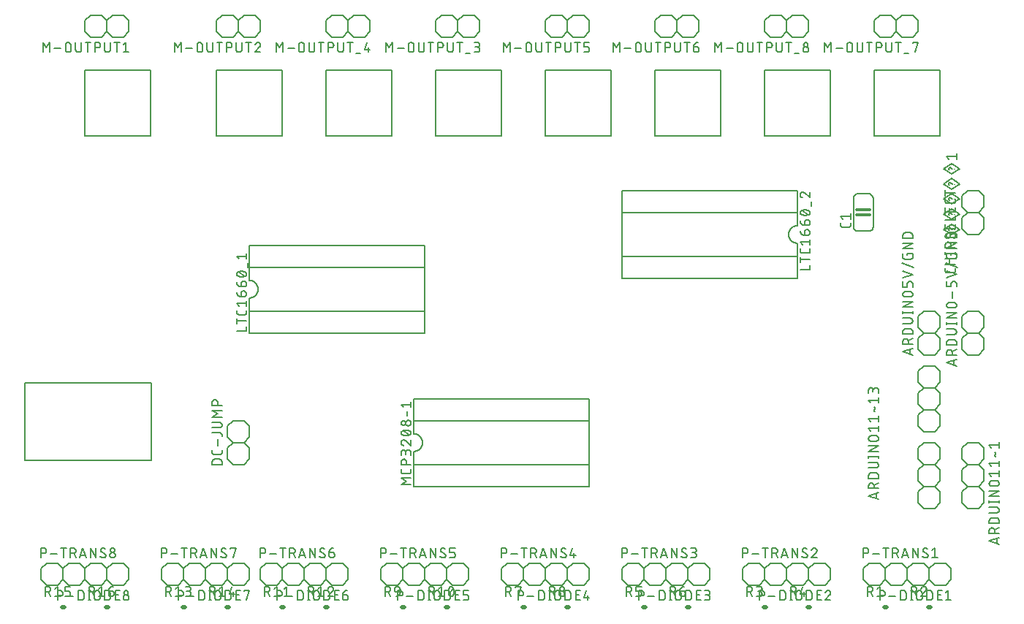
<source format=gbr>
G04 EAGLE Gerber RS-274X export*
G75*
%MOMM*%
%FSLAX34Y34*%
%LPD*%
%INSilkscreen Top*%
%IPPOS*%
%AMOC8*
5,1,8,0,0,1.08239X$1,22.5*%
G01*
%ADD10C,0.152400*%
%ADD11C,0.127000*%
%ADD12C,0.304800*%
%ADD13C,0.508000*%


D10*
X1117600Y361950D02*
X1117600Y374650D01*
X1123950Y381000D01*
X1136650Y381000D01*
X1143000Y374650D01*
X1136650Y355600D02*
X1123950Y355600D01*
X1117600Y361950D01*
X1136650Y355600D02*
X1143000Y361950D01*
X1143000Y374650D01*
X1123950Y381000D02*
X1117600Y387350D01*
X1117600Y400050D01*
X1123950Y406400D01*
X1136650Y406400D01*
X1143000Y400050D01*
X1143000Y387350D01*
X1136650Y381000D01*
D11*
X1111377Y342773D02*
X1099947Y346583D01*
X1111377Y350393D01*
X1108520Y349441D02*
X1108520Y343726D01*
X1111377Y355302D02*
X1099947Y355302D01*
X1099947Y358477D01*
X1099949Y358588D01*
X1099955Y358698D01*
X1099964Y358809D01*
X1099978Y358919D01*
X1099995Y359028D01*
X1100016Y359137D01*
X1100041Y359245D01*
X1100070Y359352D01*
X1100102Y359458D01*
X1100138Y359563D01*
X1100178Y359666D01*
X1100221Y359768D01*
X1100268Y359869D01*
X1100319Y359968D01*
X1100372Y360065D01*
X1100429Y360159D01*
X1100490Y360252D01*
X1100553Y360343D01*
X1100620Y360432D01*
X1100690Y360518D01*
X1100763Y360601D01*
X1100838Y360683D01*
X1100916Y360761D01*
X1100998Y360836D01*
X1101081Y360909D01*
X1101167Y360979D01*
X1101256Y361046D01*
X1101347Y361109D01*
X1101440Y361170D01*
X1101535Y361227D01*
X1101631Y361280D01*
X1101730Y361331D01*
X1101831Y361378D01*
X1101933Y361421D01*
X1102036Y361461D01*
X1102141Y361497D01*
X1102247Y361529D01*
X1102354Y361558D01*
X1102462Y361583D01*
X1102571Y361604D01*
X1102680Y361621D01*
X1102790Y361635D01*
X1102901Y361644D01*
X1103011Y361650D01*
X1103122Y361652D01*
X1103233Y361650D01*
X1103343Y361644D01*
X1103454Y361635D01*
X1103564Y361621D01*
X1103673Y361604D01*
X1103782Y361583D01*
X1103890Y361558D01*
X1103997Y361529D01*
X1104103Y361497D01*
X1104208Y361461D01*
X1104311Y361421D01*
X1104413Y361378D01*
X1104514Y361331D01*
X1104613Y361280D01*
X1104710Y361227D01*
X1104804Y361170D01*
X1104897Y361109D01*
X1104988Y361046D01*
X1105077Y360979D01*
X1105163Y360909D01*
X1105246Y360836D01*
X1105328Y360761D01*
X1105406Y360683D01*
X1105481Y360601D01*
X1105554Y360518D01*
X1105624Y360432D01*
X1105691Y360343D01*
X1105754Y360252D01*
X1105815Y360159D01*
X1105872Y360065D01*
X1105925Y359968D01*
X1105976Y359869D01*
X1106023Y359768D01*
X1106066Y359666D01*
X1106106Y359563D01*
X1106142Y359458D01*
X1106174Y359352D01*
X1106203Y359245D01*
X1106228Y359137D01*
X1106249Y359028D01*
X1106266Y358919D01*
X1106280Y358809D01*
X1106289Y358698D01*
X1106295Y358588D01*
X1106297Y358477D01*
X1106297Y355302D01*
X1106297Y359112D02*
X1111377Y361652D01*
X1111377Y367030D02*
X1099947Y367030D01*
X1099947Y370205D01*
X1099949Y370316D01*
X1099955Y370426D01*
X1099964Y370537D01*
X1099978Y370647D01*
X1099995Y370756D01*
X1100016Y370865D01*
X1100041Y370973D01*
X1100070Y371080D01*
X1100102Y371186D01*
X1100138Y371291D01*
X1100178Y371394D01*
X1100221Y371496D01*
X1100268Y371597D01*
X1100319Y371696D01*
X1100372Y371793D01*
X1100429Y371887D01*
X1100490Y371980D01*
X1100553Y372071D01*
X1100620Y372160D01*
X1100690Y372246D01*
X1100763Y372329D01*
X1100838Y372411D01*
X1100916Y372489D01*
X1100998Y372564D01*
X1101081Y372637D01*
X1101167Y372707D01*
X1101256Y372774D01*
X1101347Y372837D01*
X1101440Y372898D01*
X1101535Y372955D01*
X1101631Y373008D01*
X1101730Y373059D01*
X1101831Y373106D01*
X1101933Y373149D01*
X1102036Y373189D01*
X1102141Y373225D01*
X1102247Y373257D01*
X1102354Y373286D01*
X1102462Y373311D01*
X1102571Y373332D01*
X1102680Y373349D01*
X1102790Y373363D01*
X1102901Y373372D01*
X1103011Y373378D01*
X1103122Y373380D01*
X1108202Y373380D01*
X1108313Y373378D01*
X1108423Y373372D01*
X1108534Y373363D01*
X1108644Y373349D01*
X1108753Y373332D01*
X1108862Y373311D01*
X1108970Y373286D01*
X1109077Y373257D01*
X1109183Y373225D01*
X1109288Y373189D01*
X1109391Y373149D01*
X1109493Y373106D01*
X1109594Y373059D01*
X1109693Y373008D01*
X1109790Y372955D01*
X1109884Y372898D01*
X1109977Y372837D01*
X1110068Y372774D01*
X1110157Y372707D01*
X1110243Y372637D01*
X1110326Y372564D01*
X1110408Y372489D01*
X1110486Y372411D01*
X1110561Y372329D01*
X1110634Y372246D01*
X1110704Y372160D01*
X1110771Y372071D01*
X1110834Y371980D01*
X1110895Y371887D01*
X1110952Y371793D01*
X1111005Y371696D01*
X1111056Y371597D01*
X1111103Y371496D01*
X1111146Y371394D01*
X1111186Y371291D01*
X1111222Y371186D01*
X1111254Y371080D01*
X1111283Y370973D01*
X1111308Y370865D01*
X1111329Y370756D01*
X1111346Y370647D01*
X1111360Y370537D01*
X1111369Y370426D01*
X1111375Y370316D01*
X1111377Y370205D01*
X1111377Y367030D01*
X1108202Y379222D02*
X1099947Y379222D01*
X1108202Y379222D02*
X1108313Y379224D01*
X1108423Y379230D01*
X1108534Y379239D01*
X1108644Y379253D01*
X1108753Y379270D01*
X1108862Y379291D01*
X1108970Y379316D01*
X1109077Y379345D01*
X1109183Y379377D01*
X1109288Y379413D01*
X1109391Y379453D01*
X1109493Y379496D01*
X1109594Y379543D01*
X1109693Y379594D01*
X1109790Y379647D01*
X1109884Y379704D01*
X1109977Y379765D01*
X1110068Y379828D01*
X1110157Y379895D01*
X1110243Y379965D01*
X1110326Y380038D01*
X1110408Y380113D01*
X1110486Y380191D01*
X1110561Y380273D01*
X1110634Y380356D01*
X1110704Y380442D01*
X1110771Y380531D01*
X1110834Y380622D01*
X1110895Y380715D01*
X1110952Y380809D01*
X1111005Y380906D01*
X1111056Y381005D01*
X1111103Y381106D01*
X1111146Y381208D01*
X1111186Y381311D01*
X1111222Y381416D01*
X1111254Y381522D01*
X1111283Y381629D01*
X1111308Y381737D01*
X1111329Y381846D01*
X1111346Y381955D01*
X1111360Y382065D01*
X1111369Y382176D01*
X1111375Y382286D01*
X1111377Y382397D01*
X1111375Y382508D01*
X1111369Y382618D01*
X1111360Y382729D01*
X1111346Y382839D01*
X1111329Y382948D01*
X1111308Y383057D01*
X1111283Y383165D01*
X1111254Y383272D01*
X1111222Y383378D01*
X1111186Y383483D01*
X1111146Y383586D01*
X1111103Y383688D01*
X1111056Y383789D01*
X1111005Y383888D01*
X1110952Y383984D01*
X1110895Y384079D01*
X1110834Y384172D01*
X1110771Y384263D01*
X1110704Y384352D01*
X1110634Y384438D01*
X1110561Y384521D01*
X1110486Y384603D01*
X1110408Y384681D01*
X1110326Y384756D01*
X1110243Y384829D01*
X1110157Y384899D01*
X1110068Y384966D01*
X1109977Y385029D01*
X1109884Y385090D01*
X1109790Y385147D01*
X1109693Y385200D01*
X1109594Y385251D01*
X1109493Y385298D01*
X1109391Y385341D01*
X1109288Y385381D01*
X1109183Y385417D01*
X1109077Y385449D01*
X1108970Y385478D01*
X1108862Y385503D01*
X1108753Y385524D01*
X1108644Y385541D01*
X1108534Y385555D01*
X1108423Y385564D01*
X1108313Y385570D01*
X1108202Y385572D01*
X1099947Y385572D01*
X1099947Y391922D02*
X1111377Y391922D01*
X1111377Y390652D02*
X1111377Y393192D01*
X1099947Y393192D02*
X1099947Y390652D01*
X1099947Y398272D02*
X1111377Y398272D01*
X1111377Y404622D02*
X1099947Y398272D01*
X1099947Y404622D02*
X1111377Y404622D01*
X1108202Y410083D02*
X1103122Y410083D01*
X1103011Y410085D01*
X1102901Y410091D01*
X1102790Y410100D01*
X1102680Y410114D01*
X1102571Y410131D01*
X1102462Y410152D01*
X1102354Y410177D01*
X1102247Y410206D01*
X1102141Y410238D01*
X1102036Y410274D01*
X1101933Y410314D01*
X1101831Y410357D01*
X1101730Y410404D01*
X1101631Y410455D01*
X1101535Y410508D01*
X1101440Y410565D01*
X1101347Y410626D01*
X1101256Y410689D01*
X1101167Y410756D01*
X1101081Y410826D01*
X1100998Y410899D01*
X1100916Y410974D01*
X1100838Y411052D01*
X1100763Y411134D01*
X1100690Y411217D01*
X1100620Y411303D01*
X1100553Y411392D01*
X1100490Y411483D01*
X1100429Y411576D01*
X1100372Y411671D01*
X1100319Y411767D01*
X1100268Y411866D01*
X1100221Y411967D01*
X1100178Y412069D01*
X1100138Y412172D01*
X1100102Y412277D01*
X1100070Y412383D01*
X1100041Y412490D01*
X1100016Y412598D01*
X1099995Y412707D01*
X1099978Y412816D01*
X1099964Y412926D01*
X1099955Y413037D01*
X1099949Y413147D01*
X1099947Y413258D01*
X1099949Y413369D01*
X1099955Y413479D01*
X1099964Y413590D01*
X1099978Y413700D01*
X1099995Y413809D01*
X1100016Y413918D01*
X1100041Y414026D01*
X1100070Y414133D01*
X1100102Y414239D01*
X1100138Y414344D01*
X1100178Y414447D01*
X1100221Y414549D01*
X1100268Y414650D01*
X1100319Y414749D01*
X1100372Y414846D01*
X1100429Y414940D01*
X1100490Y415033D01*
X1100553Y415124D01*
X1100620Y415213D01*
X1100690Y415299D01*
X1100763Y415382D01*
X1100838Y415464D01*
X1100916Y415542D01*
X1100998Y415617D01*
X1101081Y415690D01*
X1101167Y415760D01*
X1101256Y415827D01*
X1101347Y415890D01*
X1101440Y415951D01*
X1101535Y416008D01*
X1101631Y416061D01*
X1101730Y416112D01*
X1101831Y416159D01*
X1101933Y416202D01*
X1102036Y416242D01*
X1102141Y416278D01*
X1102247Y416310D01*
X1102354Y416339D01*
X1102462Y416364D01*
X1102571Y416385D01*
X1102680Y416402D01*
X1102790Y416416D01*
X1102901Y416425D01*
X1103011Y416431D01*
X1103122Y416433D01*
X1108202Y416433D01*
X1108313Y416431D01*
X1108423Y416425D01*
X1108534Y416416D01*
X1108644Y416402D01*
X1108753Y416385D01*
X1108862Y416364D01*
X1108970Y416339D01*
X1109077Y416310D01*
X1109183Y416278D01*
X1109288Y416242D01*
X1109391Y416202D01*
X1109493Y416159D01*
X1109594Y416112D01*
X1109693Y416061D01*
X1109790Y416008D01*
X1109884Y415951D01*
X1109977Y415890D01*
X1110068Y415827D01*
X1110157Y415760D01*
X1110243Y415690D01*
X1110326Y415617D01*
X1110408Y415542D01*
X1110486Y415464D01*
X1110561Y415382D01*
X1110634Y415299D01*
X1110704Y415213D01*
X1110771Y415124D01*
X1110834Y415033D01*
X1110895Y414940D01*
X1110952Y414845D01*
X1111005Y414749D01*
X1111056Y414650D01*
X1111103Y414549D01*
X1111146Y414447D01*
X1111186Y414344D01*
X1111222Y414239D01*
X1111254Y414133D01*
X1111283Y414026D01*
X1111308Y413918D01*
X1111329Y413809D01*
X1111346Y413700D01*
X1111360Y413590D01*
X1111369Y413479D01*
X1111375Y413369D01*
X1111377Y413258D01*
X1111375Y413147D01*
X1111369Y413037D01*
X1111360Y412926D01*
X1111346Y412816D01*
X1111329Y412707D01*
X1111308Y412598D01*
X1111283Y412490D01*
X1111254Y412383D01*
X1111222Y412277D01*
X1111186Y412172D01*
X1111146Y412069D01*
X1111103Y411967D01*
X1111056Y411866D01*
X1111005Y411767D01*
X1110952Y411670D01*
X1110895Y411576D01*
X1110834Y411483D01*
X1110771Y411392D01*
X1110704Y411303D01*
X1110634Y411217D01*
X1110561Y411134D01*
X1110486Y411052D01*
X1110408Y410974D01*
X1110326Y410899D01*
X1110243Y410826D01*
X1110157Y410756D01*
X1110068Y410689D01*
X1109977Y410626D01*
X1109884Y410565D01*
X1109790Y410508D01*
X1109693Y410455D01*
X1109594Y410404D01*
X1109493Y410357D01*
X1109391Y410314D01*
X1109288Y410274D01*
X1109183Y410238D01*
X1109077Y410206D01*
X1108970Y410177D01*
X1108862Y410152D01*
X1108753Y410131D01*
X1108644Y410114D01*
X1108534Y410100D01*
X1108423Y410091D01*
X1108313Y410085D01*
X1108202Y410083D01*
X1106932Y421640D02*
X1106932Y429260D01*
X1111377Y434467D02*
X1111377Y438277D01*
X1111375Y438377D01*
X1111369Y438476D01*
X1111359Y438576D01*
X1111346Y438674D01*
X1111328Y438773D01*
X1111307Y438870D01*
X1111282Y438966D01*
X1111253Y439062D01*
X1111220Y439156D01*
X1111184Y439249D01*
X1111144Y439340D01*
X1111100Y439430D01*
X1111053Y439518D01*
X1111003Y439604D01*
X1110949Y439688D01*
X1110892Y439770D01*
X1110832Y439849D01*
X1110768Y439927D01*
X1110702Y440001D01*
X1110633Y440073D01*
X1110561Y440142D01*
X1110487Y440208D01*
X1110409Y440272D01*
X1110330Y440332D01*
X1110248Y440389D01*
X1110164Y440443D01*
X1110078Y440493D01*
X1109990Y440540D01*
X1109900Y440584D01*
X1109809Y440624D01*
X1109716Y440660D01*
X1109622Y440693D01*
X1109526Y440722D01*
X1109430Y440747D01*
X1109333Y440768D01*
X1109234Y440786D01*
X1109136Y440799D01*
X1109036Y440809D01*
X1108937Y440815D01*
X1108837Y440817D01*
X1107567Y440817D01*
X1107467Y440815D01*
X1107368Y440809D01*
X1107268Y440799D01*
X1107170Y440786D01*
X1107071Y440768D01*
X1106974Y440747D01*
X1106878Y440722D01*
X1106782Y440693D01*
X1106688Y440660D01*
X1106595Y440624D01*
X1106504Y440584D01*
X1106414Y440540D01*
X1106326Y440493D01*
X1106240Y440443D01*
X1106156Y440389D01*
X1106074Y440332D01*
X1105995Y440272D01*
X1105917Y440208D01*
X1105843Y440142D01*
X1105771Y440073D01*
X1105702Y440001D01*
X1105636Y439927D01*
X1105572Y439849D01*
X1105512Y439770D01*
X1105455Y439688D01*
X1105401Y439604D01*
X1105351Y439518D01*
X1105304Y439430D01*
X1105260Y439340D01*
X1105220Y439249D01*
X1105184Y439156D01*
X1105151Y439062D01*
X1105122Y438966D01*
X1105097Y438870D01*
X1105076Y438773D01*
X1105058Y438674D01*
X1105045Y438576D01*
X1105035Y438476D01*
X1105029Y438377D01*
X1105027Y438277D01*
X1105027Y434467D01*
X1099947Y434467D01*
X1099947Y440817D01*
X1099947Y445262D02*
X1111377Y449072D01*
X1099947Y452882D01*
X1098677Y461899D02*
X1112647Y456819D01*
X1105027Y471297D02*
X1105027Y473202D01*
X1111377Y473202D01*
X1111377Y469392D01*
X1111375Y469292D01*
X1111369Y469193D01*
X1111359Y469093D01*
X1111346Y468995D01*
X1111328Y468896D01*
X1111307Y468799D01*
X1111282Y468703D01*
X1111253Y468607D01*
X1111220Y468513D01*
X1111184Y468420D01*
X1111144Y468329D01*
X1111100Y468239D01*
X1111053Y468151D01*
X1111003Y468065D01*
X1110949Y467981D01*
X1110892Y467899D01*
X1110832Y467820D01*
X1110768Y467742D01*
X1110702Y467668D01*
X1110633Y467596D01*
X1110561Y467527D01*
X1110487Y467461D01*
X1110409Y467397D01*
X1110330Y467337D01*
X1110248Y467280D01*
X1110164Y467226D01*
X1110078Y467176D01*
X1109990Y467129D01*
X1109900Y467085D01*
X1109809Y467045D01*
X1109716Y467009D01*
X1109622Y466976D01*
X1109526Y466947D01*
X1109430Y466922D01*
X1109333Y466901D01*
X1109234Y466883D01*
X1109136Y466870D01*
X1109036Y466860D01*
X1108937Y466854D01*
X1108837Y466852D01*
X1102487Y466852D01*
X1102387Y466854D01*
X1102288Y466860D01*
X1102188Y466870D01*
X1102090Y466883D01*
X1101991Y466901D01*
X1101894Y466922D01*
X1101798Y466947D01*
X1101702Y466976D01*
X1101608Y467009D01*
X1101515Y467045D01*
X1101424Y467085D01*
X1101334Y467129D01*
X1101246Y467176D01*
X1101160Y467226D01*
X1101076Y467280D01*
X1100994Y467337D01*
X1100915Y467397D01*
X1100837Y467461D01*
X1100763Y467527D01*
X1100691Y467596D01*
X1100622Y467668D01*
X1100556Y467742D01*
X1100492Y467820D01*
X1100432Y467899D01*
X1100375Y467981D01*
X1100321Y468065D01*
X1100271Y468151D01*
X1100224Y468239D01*
X1100180Y468329D01*
X1100140Y468420D01*
X1100104Y468513D01*
X1100071Y468607D01*
X1100042Y468703D01*
X1100017Y468799D01*
X1099996Y468896D01*
X1099978Y468995D01*
X1099965Y469093D01*
X1099955Y469193D01*
X1099949Y469292D01*
X1099947Y469392D01*
X1099947Y473202D01*
X1099947Y479044D02*
X1111377Y479044D01*
X1111377Y485394D02*
X1099947Y479044D01*
X1099947Y485394D02*
X1111377Y485394D01*
X1111377Y491236D02*
X1099947Y491236D01*
X1099947Y494411D01*
X1099949Y494522D01*
X1099955Y494632D01*
X1099964Y494743D01*
X1099978Y494853D01*
X1099995Y494962D01*
X1100016Y495071D01*
X1100041Y495179D01*
X1100070Y495286D01*
X1100102Y495392D01*
X1100138Y495497D01*
X1100178Y495600D01*
X1100221Y495702D01*
X1100268Y495803D01*
X1100319Y495902D01*
X1100372Y495999D01*
X1100429Y496093D01*
X1100490Y496186D01*
X1100553Y496277D01*
X1100620Y496366D01*
X1100690Y496452D01*
X1100763Y496535D01*
X1100838Y496617D01*
X1100916Y496695D01*
X1100998Y496770D01*
X1101081Y496843D01*
X1101167Y496913D01*
X1101256Y496980D01*
X1101347Y497043D01*
X1101440Y497104D01*
X1101535Y497161D01*
X1101631Y497214D01*
X1101730Y497265D01*
X1101831Y497312D01*
X1101933Y497355D01*
X1102036Y497395D01*
X1102141Y497431D01*
X1102247Y497463D01*
X1102354Y497492D01*
X1102462Y497517D01*
X1102571Y497538D01*
X1102680Y497555D01*
X1102790Y497569D01*
X1102901Y497578D01*
X1103011Y497584D01*
X1103122Y497586D01*
X1108202Y497586D01*
X1108313Y497584D01*
X1108423Y497578D01*
X1108534Y497569D01*
X1108644Y497555D01*
X1108753Y497538D01*
X1108862Y497517D01*
X1108970Y497492D01*
X1109077Y497463D01*
X1109183Y497431D01*
X1109288Y497395D01*
X1109391Y497355D01*
X1109493Y497312D01*
X1109594Y497265D01*
X1109693Y497214D01*
X1109790Y497161D01*
X1109884Y497104D01*
X1109977Y497043D01*
X1110068Y496980D01*
X1110157Y496913D01*
X1110243Y496843D01*
X1110326Y496770D01*
X1110408Y496695D01*
X1110486Y496617D01*
X1110561Y496535D01*
X1110634Y496452D01*
X1110704Y496366D01*
X1110771Y496277D01*
X1110834Y496186D01*
X1110895Y496093D01*
X1110952Y495999D01*
X1111005Y495902D01*
X1111056Y495803D01*
X1111103Y495702D01*
X1111146Y495600D01*
X1111186Y495497D01*
X1111222Y495392D01*
X1111254Y495286D01*
X1111283Y495179D01*
X1111308Y495071D01*
X1111329Y494962D01*
X1111346Y494853D01*
X1111360Y494743D01*
X1111369Y494632D01*
X1111375Y494522D01*
X1111377Y494411D01*
X1111377Y491236D01*
D10*
X1143000Y247650D02*
X1143000Y234950D01*
X1136650Y228600D01*
X1123950Y228600D01*
X1117600Y234950D01*
X1136650Y228600D02*
X1143000Y222250D01*
X1143000Y209550D01*
X1136650Y203200D01*
X1123950Y203200D01*
X1117600Y209550D01*
X1117600Y222250D01*
X1123950Y228600D01*
X1123950Y254000D02*
X1136650Y254000D01*
X1143000Y247650D01*
X1123950Y254000D02*
X1117600Y247650D01*
X1117600Y234950D01*
X1136650Y203200D02*
X1143000Y196850D01*
X1143000Y184150D01*
X1136650Y177800D01*
X1123950Y177800D01*
X1117600Y184150D01*
X1117600Y196850D01*
X1123950Y203200D01*
D11*
X1149223Y140081D02*
X1160653Y136271D01*
X1160653Y143891D02*
X1149223Y140081D01*
X1157796Y142939D02*
X1157796Y137224D01*
X1160653Y148800D02*
X1149223Y148800D01*
X1149223Y151975D01*
X1149225Y152086D01*
X1149231Y152196D01*
X1149240Y152307D01*
X1149254Y152417D01*
X1149271Y152526D01*
X1149292Y152635D01*
X1149317Y152743D01*
X1149346Y152850D01*
X1149378Y152956D01*
X1149414Y153061D01*
X1149454Y153164D01*
X1149497Y153266D01*
X1149544Y153367D01*
X1149595Y153466D01*
X1149648Y153563D01*
X1149705Y153657D01*
X1149766Y153750D01*
X1149829Y153841D01*
X1149896Y153930D01*
X1149966Y154016D01*
X1150039Y154099D01*
X1150114Y154181D01*
X1150192Y154259D01*
X1150274Y154334D01*
X1150357Y154407D01*
X1150443Y154477D01*
X1150532Y154544D01*
X1150623Y154607D01*
X1150716Y154668D01*
X1150811Y154725D01*
X1150907Y154778D01*
X1151006Y154829D01*
X1151107Y154876D01*
X1151209Y154919D01*
X1151312Y154959D01*
X1151417Y154995D01*
X1151523Y155027D01*
X1151630Y155056D01*
X1151738Y155081D01*
X1151847Y155102D01*
X1151956Y155119D01*
X1152066Y155133D01*
X1152177Y155142D01*
X1152287Y155148D01*
X1152398Y155150D01*
X1152509Y155148D01*
X1152619Y155142D01*
X1152730Y155133D01*
X1152840Y155119D01*
X1152949Y155102D01*
X1153058Y155081D01*
X1153166Y155056D01*
X1153273Y155027D01*
X1153379Y154995D01*
X1153484Y154959D01*
X1153587Y154919D01*
X1153689Y154876D01*
X1153790Y154829D01*
X1153889Y154778D01*
X1153986Y154725D01*
X1154080Y154668D01*
X1154173Y154607D01*
X1154264Y154544D01*
X1154353Y154477D01*
X1154439Y154407D01*
X1154522Y154334D01*
X1154604Y154259D01*
X1154682Y154181D01*
X1154757Y154099D01*
X1154830Y154016D01*
X1154900Y153930D01*
X1154967Y153841D01*
X1155030Y153750D01*
X1155091Y153657D01*
X1155148Y153563D01*
X1155201Y153466D01*
X1155252Y153367D01*
X1155299Y153266D01*
X1155342Y153164D01*
X1155382Y153061D01*
X1155418Y152956D01*
X1155450Y152850D01*
X1155479Y152743D01*
X1155504Y152635D01*
X1155525Y152526D01*
X1155542Y152417D01*
X1155556Y152307D01*
X1155565Y152196D01*
X1155571Y152086D01*
X1155573Y151975D01*
X1155573Y148800D01*
X1155573Y152610D02*
X1160653Y155150D01*
X1160653Y160528D02*
X1149223Y160528D01*
X1149223Y163703D01*
X1149225Y163814D01*
X1149231Y163924D01*
X1149240Y164035D01*
X1149254Y164145D01*
X1149271Y164254D01*
X1149292Y164363D01*
X1149317Y164471D01*
X1149346Y164578D01*
X1149378Y164684D01*
X1149414Y164789D01*
X1149454Y164892D01*
X1149497Y164994D01*
X1149544Y165095D01*
X1149595Y165194D01*
X1149648Y165291D01*
X1149705Y165385D01*
X1149766Y165478D01*
X1149829Y165569D01*
X1149896Y165658D01*
X1149966Y165744D01*
X1150039Y165827D01*
X1150114Y165909D01*
X1150192Y165987D01*
X1150274Y166062D01*
X1150357Y166135D01*
X1150443Y166205D01*
X1150532Y166272D01*
X1150623Y166335D01*
X1150716Y166396D01*
X1150811Y166453D01*
X1150907Y166506D01*
X1151006Y166557D01*
X1151107Y166604D01*
X1151209Y166647D01*
X1151312Y166687D01*
X1151417Y166723D01*
X1151523Y166755D01*
X1151630Y166784D01*
X1151738Y166809D01*
X1151847Y166830D01*
X1151956Y166847D01*
X1152066Y166861D01*
X1152177Y166870D01*
X1152287Y166876D01*
X1152398Y166878D01*
X1157478Y166878D01*
X1157589Y166876D01*
X1157699Y166870D01*
X1157810Y166861D01*
X1157920Y166847D01*
X1158029Y166830D01*
X1158138Y166809D01*
X1158246Y166784D01*
X1158353Y166755D01*
X1158459Y166723D01*
X1158564Y166687D01*
X1158667Y166647D01*
X1158769Y166604D01*
X1158870Y166557D01*
X1158969Y166506D01*
X1159066Y166453D01*
X1159160Y166396D01*
X1159253Y166335D01*
X1159344Y166272D01*
X1159433Y166205D01*
X1159519Y166135D01*
X1159602Y166062D01*
X1159684Y165987D01*
X1159762Y165909D01*
X1159837Y165827D01*
X1159910Y165744D01*
X1159980Y165658D01*
X1160047Y165569D01*
X1160110Y165478D01*
X1160171Y165385D01*
X1160228Y165291D01*
X1160281Y165194D01*
X1160332Y165095D01*
X1160379Y164994D01*
X1160422Y164892D01*
X1160462Y164789D01*
X1160498Y164684D01*
X1160530Y164578D01*
X1160559Y164471D01*
X1160584Y164363D01*
X1160605Y164254D01*
X1160622Y164145D01*
X1160636Y164035D01*
X1160645Y163924D01*
X1160651Y163814D01*
X1160653Y163703D01*
X1160653Y160528D01*
X1157478Y172720D02*
X1149223Y172720D01*
X1157478Y172720D02*
X1157589Y172722D01*
X1157699Y172728D01*
X1157810Y172737D01*
X1157920Y172751D01*
X1158029Y172768D01*
X1158138Y172789D01*
X1158246Y172814D01*
X1158353Y172843D01*
X1158459Y172875D01*
X1158564Y172911D01*
X1158667Y172951D01*
X1158769Y172994D01*
X1158870Y173041D01*
X1158969Y173092D01*
X1159066Y173145D01*
X1159160Y173202D01*
X1159253Y173263D01*
X1159344Y173326D01*
X1159433Y173393D01*
X1159519Y173463D01*
X1159602Y173536D01*
X1159684Y173611D01*
X1159762Y173689D01*
X1159837Y173771D01*
X1159910Y173854D01*
X1159980Y173940D01*
X1160047Y174029D01*
X1160110Y174120D01*
X1160171Y174213D01*
X1160228Y174307D01*
X1160281Y174404D01*
X1160332Y174503D01*
X1160379Y174604D01*
X1160422Y174706D01*
X1160462Y174809D01*
X1160498Y174914D01*
X1160530Y175020D01*
X1160559Y175127D01*
X1160584Y175235D01*
X1160605Y175344D01*
X1160622Y175453D01*
X1160636Y175563D01*
X1160645Y175674D01*
X1160651Y175784D01*
X1160653Y175895D01*
X1160651Y176006D01*
X1160645Y176116D01*
X1160636Y176227D01*
X1160622Y176337D01*
X1160605Y176446D01*
X1160584Y176555D01*
X1160559Y176663D01*
X1160530Y176770D01*
X1160498Y176876D01*
X1160462Y176981D01*
X1160422Y177084D01*
X1160379Y177186D01*
X1160332Y177287D01*
X1160281Y177386D01*
X1160228Y177482D01*
X1160171Y177577D01*
X1160110Y177670D01*
X1160047Y177761D01*
X1159980Y177850D01*
X1159910Y177936D01*
X1159837Y178019D01*
X1159762Y178101D01*
X1159684Y178179D01*
X1159602Y178254D01*
X1159519Y178327D01*
X1159433Y178397D01*
X1159344Y178464D01*
X1159253Y178527D01*
X1159160Y178588D01*
X1159066Y178645D01*
X1158969Y178698D01*
X1158870Y178749D01*
X1158769Y178796D01*
X1158667Y178839D01*
X1158564Y178879D01*
X1158459Y178915D01*
X1158353Y178947D01*
X1158246Y178976D01*
X1158138Y179001D01*
X1158029Y179022D01*
X1157920Y179039D01*
X1157810Y179053D01*
X1157699Y179062D01*
X1157589Y179068D01*
X1157478Y179070D01*
X1149223Y179070D01*
X1149223Y185420D02*
X1160653Y185420D01*
X1160653Y184150D02*
X1160653Y186690D01*
X1149223Y186690D02*
X1149223Y184150D01*
X1149223Y191770D02*
X1160653Y191770D01*
X1160653Y198120D02*
X1149223Y191770D01*
X1149223Y198120D02*
X1160653Y198120D01*
X1157478Y203581D02*
X1152398Y203581D01*
X1152287Y203583D01*
X1152177Y203589D01*
X1152066Y203598D01*
X1151956Y203612D01*
X1151847Y203629D01*
X1151738Y203650D01*
X1151630Y203675D01*
X1151523Y203704D01*
X1151417Y203736D01*
X1151312Y203772D01*
X1151209Y203812D01*
X1151107Y203855D01*
X1151006Y203902D01*
X1150907Y203953D01*
X1150811Y204006D01*
X1150716Y204063D01*
X1150623Y204124D01*
X1150532Y204187D01*
X1150443Y204254D01*
X1150357Y204324D01*
X1150274Y204397D01*
X1150192Y204472D01*
X1150114Y204550D01*
X1150039Y204632D01*
X1149966Y204715D01*
X1149896Y204801D01*
X1149829Y204890D01*
X1149766Y204981D01*
X1149705Y205074D01*
X1149648Y205169D01*
X1149595Y205265D01*
X1149544Y205364D01*
X1149497Y205465D01*
X1149454Y205567D01*
X1149414Y205670D01*
X1149378Y205775D01*
X1149346Y205881D01*
X1149317Y205988D01*
X1149292Y206096D01*
X1149271Y206205D01*
X1149254Y206314D01*
X1149240Y206424D01*
X1149231Y206535D01*
X1149225Y206645D01*
X1149223Y206756D01*
X1149225Y206867D01*
X1149231Y206977D01*
X1149240Y207088D01*
X1149254Y207198D01*
X1149271Y207307D01*
X1149292Y207416D01*
X1149317Y207524D01*
X1149346Y207631D01*
X1149378Y207737D01*
X1149414Y207842D01*
X1149454Y207945D01*
X1149497Y208047D01*
X1149544Y208148D01*
X1149595Y208247D01*
X1149648Y208344D01*
X1149705Y208438D01*
X1149766Y208531D01*
X1149829Y208622D01*
X1149896Y208711D01*
X1149966Y208797D01*
X1150039Y208880D01*
X1150114Y208962D01*
X1150192Y209040D01*
X1150274Y209115D01*
X1150357Y209188D01*
X1150443Y209258D01*
X1150532Y209325D01*
X1150623Y209388D01*
X1150716Y209449D01*
X1150811Y209506D01*
X1150907Y209559D01*
X1151006Y209610D01*
X1151107Y209657D01*
X1151209Y209700D01*
X1151312Y209740D01*
X1151417Y209776D01*
X1151523Y209808D01*
X1151630Y209837D01*
X1151738Y209862D01*
X1151847Y209883D01*
X1151956Y209900D01*
X1152066Y209914D01*
X1152177Y209923D01*
X1152287Y209929D01*
X1152398Y209931D01*
X1157478Y209931D01*
X1157589Y209929D01*
X1157699Y209923D01*
X1157810Y209914D01*
X1157920Y209900D01*
X1158029Y209883D01*
X1158138Y209862D01*
X1158246Y209837D01*
X1158353Y209808D01*
X1158459Y209776D01*
X1158564Y209740D01*
X1158667Y209700D01*
X1158769Y209657D01*
X1158870Y209610D01*
X1158969Y209559D01*
X1159066Y209506D01*
X1159160Y209449D01*
X1159253Y209388D01*
X1159344Y209325D01*
X1159433Y209258D01*
X1159519Y209188D01*
X1159602Y209115D01*
X1159684Y209040D01*
X1159762Y208962D01*
X1159837Y208880D01*
X1159910Y208797D01*
X1159980Y208711D01*
X1160047Y208622D01*
X1160110Y208531D01*
X1160171Y208438D01*
X1160228Y208343D01*
X1160281Y208247D01*
X1160332Y208148D01*
X1160379Y208047D01*
X1160422Y207945D01*
X1160462Y207842D01*
X1160498Y207737D01*
X1160530Y207631D01*
X1160559Y207524D01*
X1160584Y207416D01*
X1160605Y207307D01*
X1160622Y207198D01*
X1160636Y207088D01*
X1160645Y206977D01*
X1160651Y206867D01*
X1160653Y206756D01*
X1160651Y206645D01*
X1160645Y206535D01*
X1160636Y206424D01*
X1160622Y206314D01*
X1160605Y206205D01*
X1160584Y206096D01*
X1160559Y205988D01*
X1160530Y205881D01*
X1160498Y205775D01*
X1160462Y205670D01*
X1160422Y205567D01*
X1160379Y205465D01*
X1160332Y205364D01*
X1160281Y205265D01*
X1160228Y205168D01*
X1160171Y205074D01*
X1160110Y204981D01*
X1160047Y204890D01*
X1159980Y204801D01*
X1159910Y204715D01*
X1159837Y204632D01*
X1159762Y204550D01*
X1159684Y204472D01*
X1159602Y204397D01*
X1159519Y204324D01*
X1159433Y204254D01*
X1159344Y204187D01*
X1159253Y204124D01*
X1159160Y204063D01*
X1159066Y204006D01*
X1158969Y203953D01*
X1158870Y203902D01*
X1158769Y203855D01*
X1158667Y203812D01*
X1158564Y203772D01*
X1158459Y203736D01*
X1158353Y203704D01*
X1158246Y203675D01*
X1158138Y203650D01*
X1158029Y203629D01*
X1157920Y203612D01*
X1157810Y203598D01*
X1157699Y203589D01*
X1157589Y203583D01*
X1157478Y203581D01*
X1151763Y215011D02*
X1149223Y218186D01*
X1160653Y218186D01*
X1160653Y215011D02*
X1160653Y221361D01*
X1151763Y226441D02*
X1149223Y229616D01*
X1160653Y229616D01*
X1160653Y226441D02*
X1160653Y232791D01*
X1156843Y237744D02*
X1156774Y237746D01*
X1156706Y237751D01*
X1156638Y237761D01*
X1156570Y237774D01*
X1156503Y237790D01*
X1156437Y237810D01*
X1156373Y237834D01*
X1156310Y237861D01*
X1156248Y237892D01*
X1156188Y237926D01*
X1156130Y237963D01*
X1156074Y238003D01*
X1156021Y238046D01*
X1155970Y238092D01*
X1155921Y238141D01*
X1155875Y238192D01*
X1155832Y238245D01*
X1155792Y238301D01*
X1155755Y238359D01*
X1155721Y238419D01*
X1155690Y238481D01*
X1155663Y238544D01*
X1155639Y238608D01*
X1155619Y238674D01*
X1155603Y238741D01*
X1155590Y238809D01*
X1155580Y238877D01*
X1155575Y238945D01*
X1155573Y239014D01*
X1155575Y239091D01*
X1155581Y239169D01*
X1155590Y239246D01*
X1155603Y239322D01*
X1155620Y239398D01*
X1155641Y239472D01*
X1155665Y239546D01*
X1155693Y239618D01*
X1155724Y239689D01*
X1155758Y239759D01*
X1155796Y239826D01*
X1155838Y239892D01*
X1155882Y239955D01*
X1155929Y240017D01*
X1155980Y240075D01*
X1156033Y240132D01*
X1156089Y240185D01*
X1156147Y240236D01*
X1156208Y240284D01*
X1156209Y240284D02*
X1156270Y240332D01*
X1156328Y240383D01*
X1156384Y240436D01*
X1156437Y240493D01*
X1156488Y240551D01*
X1156535Y240613D01*
X1156579Y240676D01*
X1156621Y240742D01*
X1156659Y240809D01*
X1156693Y240879D01*
X1156724Y240950D01*
X1156752Y241022D01*
X1156776Y241096D01*
X1156797Y241170D01*
X1156814Y241246D01*
X1156827Y241322D01*
X1156836Y241399D01*
X1156842Y241477D01*
X1156844Y241554D01*
X1156843Y241554D02*
X1156841Y241623D01*
X1156836Y241691D01*
X1156826Y241759D01*
X1156813Y241827D01*
X1156797Y241894D01*
X1156777Y241960D01*
X1156753Y242024D01*
X1156726Y242087D01*
X1156695Y242149D01*
X1156661Y242209D01*
X1156624Y242267D01*
X1156584Y242323D01*
X1156541Y242376D01*
X1156495Y242427D01*
X1156446Y242476D01*
X1156395Y242522D01*
X1156342Y242565D01*
X1156286Y242605D01*
X1156228Y242642D01*
X1156168Y242676D01*
X1156106Y242707D01*
X1156043Y242734D01*
X1155979Y242758D01*
X1155913Y242778D01*
X1155846Y242794D01*
X1155778Y242807D01*
X1155710Y242817D01*
X1155642Y242822D01*
X1155573Y242824D01*
X1151763Y247777D02*
X1149223Y250952D01*
X1160653Y250952D01*
X1160653Y247777D02*
X1160653Y254127D01*
D10*
X1092200Y247650D02*
X1092200Y234950D01*
X1085850Y228600D01*
X1073150Y228600D01*
X1066800Y234950D01*
X1085850Y228600D02*
X1092200Y222250D01*
X1092200Y209550D01*
X1085850Y203200D01*
X1073150Y203200D01*
X1066800Y209550D01*
X1066800Y222250D01*
X1073150Y228600D01*
X1073150Y254000D02*
X1085850Y254000D01*
X1092200Y247650D01*
X1073150Y254000D02*
X1066800Y247650D01*
X1066800Y234950D01*
X1085850Y203200D02*
X1092200Y196850D01*
X1092200Y184150D01*
X1085850Y177800D01*
X1073150Y177800D01*
X1066800Y184150D01*
X1066800Y196850D01*
X1073150Y203200D01*
D11*
X1020953Y188341D02*
X1009523Y192151D01*
X1020953Y195961D01*
X1018096Y195009D02*
X1018096Y189294D01*
X1020953Y200870D02*
X1009523Y200870D01*
X1009523Y204045D01*
X1009525Y204156D01*
X1009531Y204266D01*
X1009540Y204377D01*
X1009554Y204487D01*
X1009571Y204596D01*
X1009592Y204705D01*
X1009617Y204813D01*
X1009646Y204920D01*
X1009678Y205026D01*
X1009714Y205131D01*
X1009754Y205234D01*
X1009797Y205336D01*
X1009844Y205437D01*
X1009895Y205536D01*
X1009948Y205633D01*
X1010005Y205727D01*
X1010066Y205820D01*
X1010129Y205911D01*
X1010196Y206000D01*
X1010266Y206086D01*
X1010339Y206169D01*
X1010414Y206251D01*
X1010492Y206329D01*
X1010574Y206404D01*
X1010657Y206477D01*
X1010743Y206547D01*
X1010832Y206614D01*
X1010923Y206677D01*
X1011016Y206738D01*
X1011111Y206795D01*
X1011207Y206848D01*
X1011306Y206899D01*
X1011407Y206946D01*
X1011509Y206989D01*
X1011612Y207029D01*
X1011717Y207065D01*
X1011823Y207097D01*
X1011930Y207126D01*
X1012038Y207151D01*
X1012147Y207172D01*
X1012256Y207189D01*
X1012366Y207203D01*
X1012477Y207212D01*
X1012587Y207218D01*
X1012698Y207220D01*
X1012809Y207218D01*
X1012919Y207212D01*
X1013030Y207203D01*
X1013140Y207189D01*
X1013249Y207172D01*
X1013358Y207151D01*
X1013466Y207126D01*
X1013573Y207097D01*
X1013679Y207065D01*
X1013784Y207029D01*
X1013887Y206989D01*
X1013989Y206946D01*
X1014090Y206899D01*
X1014189Y206848D01*
X1014286Y206795D01*
X1014380Y206738D01*
X1014473Y206677D01*
X1014564Y206614D01*
X1014653Y206547D01*
X1014739Y206477D01*
X1014822Y206404D01*
X1014904Y206329D01*
X1014982Y206251D01*
X1015057Y206169D01*
X1015130Y206086D01*
X1015200Y206000D01*
X1015267Y205911D01*
X1015330Y205820D01*
X1015391Y205727D01*
X1015448Y205633D01*
X1015501Y205536D01*
X1015552Y205437D01*
X1015599Y205336D01*
X1015642Y205234D01*
X1015682Y205131D01*
X1015718Y205026D01*
X1015750Y204920D01*
X1015779Y204813D01*
X1015804Y204705D01*
X1015825Y204596D01*
X1015842Y204487D01*
X1015856Y204377D01*
X1015865Y204266D01*
X1015871Y204156D01*
X1015873Y204045D01*
X1015873Y200870D01*
X1015873Y204680D02*
X1020953Y207220D01*
X1020953Y212598D02*
X1009523Y212598D01*
X1009523Y215773D01*
X1009525Y215884D01*
X1009531Y215994D01*
X1009540Y216105D01*
X1009554Y216215D01*
X1009571Y216324D01*
X1009592Y216433D01*
X1009617Y216541D01*
X1009646Y216648D01*
X1009678Y216754D01*
X1009714Y216859D01*
X1009754Y216962D01*
X1009797Y217064D01*
X1009844Y217165D01*
X1009895Y217264D01*
X1009948Y217361D01*
X1010005Y217455D01*
X1010066Y217548D01*
X1010129Y217639D01*
X1010196Y217728D01*
X1010266Y217814D01*
X1010339Y217897D01*
X1010414Y217979D01*
X1010492Y218057D01*
X1010574Y218132D01*
X1010657Y218205D01*
X1010743Y218275D01*
X1010832Y218342D01*
X1010923Y218405D01*
X1011016Y218466D01*
X1011111Y218523D01*
X1011207Y218576D01*
X1011306Y218627D01*
X1011407Y218674D01*
X1011509Y218717D01*
X1011612Y218757D01*
X1011717Y218793D01*
X1011823Y218825D01*
X1011930Y218854D01*
X1012038Y218879D01*
X1012147Y218900D01*
X1012256Y218917D01*
X1012366Y218931D01*
X1012477Y218940D01*
X1012587Y218946D01*
X1012698Y218948D01*
X1017778Y218948D01*
X1017889Y218946D01*
X1017999Y218940D01*
X1018110Y218931D01*
X1018220Y218917D01*
X1018329Y218900D01*
X1018438Y218879D01*
X1018546Y218854D01*
X1018653Y218825D01*
X1018759Y218793D01*
X1018864Y218757D01*
X1018967Y218717D01*
X1019069Y218674D01*
X1019170Y218627D01*
X1019269Y218576D01*
X1019366Y218523D01*
X1019460Y218466D01*
X1019553Y218405D01*
X1019644Y218342D01*
X1019733Y218275D01*
X1019819Y218205D01*
X1019902Y218132D01*
X1019984Y218057D01*
X1020062Y217979D01*
X1020137Y217897D01*
X1020210Y217814D01*
X1020280Y217728D01*
X1020347Y217639D01*
X1020410Y217548D01*
X1020471Y217455D01*
X1020528Y217361D01*
X1020581Y217264D01*
X1020632Y217165D01*
X1020679Y217064D01*
X1020722Y216962D01*
X1020762Y216859D01*
X1020798Y216754D01*
X1020830Y216648D01*
X1020859Y216541D01*
X1020884Y216433D01*
X1020905Y216324D01*
X1020922Y216215D01*
X1020936Y216105D01*
X1020945Y215994D01*
X1020951Y215884D01*
X1020953Y215773D01*
X1020953Y212598D01*
X1017778Y224790D02*
X1009523Y224790D01*
X1017778Y224790D02*
X1017889Y224792D01*
X1017999Y224798D01*
X1018110Y224807D01*
X1018220Y224821D01*
X1018329Y224838D01*
X1018438Y224859D01*
X1018546Y224884D01*
X1018653Y224913D01*
X1018759Y224945D01*
X1018864Y224981D01*
X1018967Y225021D01*
X1019069Y225064D01*
X1019170Y225111D01*
X1019269Y225162D01*
X1019366Y225215D01*
X1019460Y225272D01*
X1019553Y225333D01*
X1019644Y225396D01*
X1019733Y225463D01*
X1019819Y225533D01*
X1019902Y225606D01*
X1019984Y225681D01*
X1020062Y225759D01*
X1020137Y225841D01*
X1020210Y225924D01*
X1020280Y226010D01*
X1020347Y226099D01*
X1020410Y226190D01*
X1020471Y226283D01*
X1020528Y226377D01*
X1020581Y226474D01*
X1020632Y226573D01*
X1020679Y226674D01*
X1020722Y226776D01*
X1020762Y226879D01*
X1020798Y226984D01*
X1020830Y227090D01*
X1020859Y227197D01*
X1020884Y227305D01*
X1020905Y227414D01*
X1020922Y227523D01*
X1020936Y227633D01*
X1020945Y227744D01*
X1020951Y227854D01*
X1020953Y227965D01*
X1020951Y228076D01*
X1020945Y228186D01*
X1020936Y228297D01*
X1020922Y228407D01*
X1020905Y228516D01*
X1020884Y228625D01*
X1020859Y228733D01*
X1020830Y228840D01*
X1020798Y228946D01*
X1020762Y229051D01*
X1020722Y229154D01*
X1020679Y229256D01*
X1020632Y229357D01*
X1020581Y229456D01*
X1020528Y229552D01*
X1020471Y229647D01*
X1020410Y229740D01*
X1020347Y229831D01*
X1020280Y229920D01*
X1020210Y230006D01*
X1020137Y230089D01*
X1020062Y230171D01*
X1019984Y230249D01*
X1019902Y230324D01*
X1019819Y230397D01*
X1019733Y230467D01*
X1019644Y230534D01*
X1019553Y230597D01*
X1019460Y230658D01*
X1019366Y230715D01*
X1019269Y230768D01*
X1019170Y230819D01*
X1019069Y230866D01*
X1018967Y230909D01*
X1018864Y230949D01*
X1018759Y230985D01*
X1018653Y231017D01*
X1018546Y231046D01*
X1018438Y231071D01*
X1018329Y231092D01*
X1018220Y231109D01*
X1018110Y231123D01*
X1017999Y231132D01*
X1017889Y231138D01*
X1017778Y231140D01*
X1009523Y231140D01*
X1009523Y237490D02*
X1020953Y237490D01*
X1020953Y236220D02*
X1020953Y238760D01*
X1009523Y238760D02*
X1009523Y236220D01*
X1009523Y243840D02*
X1020953Y243840D01*
X1020953Y250190D02*
X1009523Y243840D01*
X1009523Y250190D02*
X1020953Y250190D01*
X1017778Y255651D02*
X1012698Y255651D01*
X1012587Y255653D01*
X1012477Y255659D01*
X1012366Y255668D01*
X1012256Y255682D01*
X1012147Y255699D01*
X1012038Y255720D01*
X1011930Y255745D01*
X1011823Y255774D01*
X1011717Y255806D01*
X1011612Y255842D01*
X1011509Y255882D01*
X1011407Y255925D01*
X1011306Y255972D01*
X1011207Y256023D01*
X1011111Y256076D01*
X1011016Y256133D01*
X1010923Y256194D01*
X1010832Y256257D01*
X1010743Y256324D01*
X1010657Y256394D01*
X1010574Y256467D01*
X1010492Y256542D01*
X1010414Y256620D01*
X1010339Y256702D01*
X1010266Y256785D01*
X1010196Y256871D01*
X1010129Y256960D01*
X1010066Y257051D01*
X1010005Y257144D01*
X1009948Y257239D01*
X1009895Y257335D01*
X1009844Y257434D01*
X1009797Y257535D01*
X1009754Y257637D01*
X1009714Y257740D01*
X1009678Y257845D01*
X1009646Y257951D01*
X1009617Y258058D01*
X1009592Y258166D01*
X1009571Y258275D01*
X1009554Y258384D01*
X1009540Y258494D01*
X1009531Y258605D01*
X1009525Y258715D01*
X1009523Y258826D01*
X1009525Y258937D01*
X1009531Y259047D01*
X1009540Y259158D01*
X1009554Y259268D01*
X1009571Y259377D01*
X1009592Y259486D01*
X1009617Y259594D01*
X1009646Y259701D01*
X1009678Y259807D01*
X1009714Y259912D01*
X1009754Y260015D01*
X1009797Y260117D01*
X1009844Y260218D01*
X1009895Y260317D01*
X1009948Y260414D01*
X1010005Y260508D01*
X1010066Y260601D01*
X1010129Y260692D01*
X1010196Y260781D01*
X1010266Y260867D01*
X1010339Y260950D01*
X1010414Y261032D01*
X1010492Y261110D01*
X1010574Y261185D01*
X1010657Y261258D01*
X1010743Y261328D01*
X1010832Y261395D01*
X1010923Y261458D01*
X1011016Y261519D01*
X1011111Y261576D01*
X1011207Y261629D01*
X1011306Y261680D01*
X1011407Y261727D01*
X1011509Y261770D01*
X1011612Y261810D01*
X1011717Y261846D01*
X1011823Y261878D01*
X1011930Y261907D01*
X1012038Y261932D01*
X1012147Y261953D01*
X1012256Y261970D01*
X1012366Y261984D01*
X1012477Y261993D01*
X1012587Y261999D01*
X1012698Y262001D01*
X1017778Y262001D01*
X1017889Y261999D01*
X1017999Y261993D01*
X1018110Y261984D01*
X1018220Y261970D01*
X1018329Y261953D01*
X1018438Y261932D01*
X1018546Y261907D01*
X1018653Y261878D01*
X1018759Y261846D01*
X1018864Y261810D01*
X1018967Y261770D01*
X1019069Y261727D01*
X1019170Y261680D01*
X1019269Y261629D01*
X1019366Y261576D01*
X1019460Y261519D01*
X1019553Y261458D01*
X1019644Y261395D01*
X1019733Y261328D01*
X1019819Y261258D01*
X1019902Y261185D01*
X1019984Y261110D01*
X1020062Y261032D01*
X1020137Y260950D01*
X1020210Y260867D01*
X1020280Y260781D01*
X1020347Y260692D01*
X1020410Y260601D01*
X1020471Y260508D01*
X1020528Y260413D01*
X1020581Y260317D01*
X1020632Y260218D01*
X1020679Y260117D01*
X1020722Y260015D01*
X1020762Y259912D01*
X1020798Y259807D01*
X1020830Y259701D01*
X1020859Y259594D01*
X1020884Y259486D01*
X1020905Y259377D01*
X1020922Y259268D01*
X1020936Y259158D01*
X1020945Y259047D01*
X1020951Y258937D01*
X1020953Y258826D01*
X1020951Y258715D01*
X1020945Y258605D01*
X1020936Y258494D01*
X1020922Y258384D01*
X1020905Y258275D01*
X1020884Y258166D01*
X1020859Y258058D01*
X1020830Y257951D01*
X1020798Y257845D01*
X1020762Y257740D01*
X1020722Y257637D01*
X1020679Y257535D01*
X1020632Y257434D01*
X1020581Y257335D01*
X1020528Y257238D01*
X1020471Y257144D01*
X1020410Y257051D01*
X1020347Y256960D01*
X1020280Y256871D01*
X1020210Y256785D01*
X1020137Y256702D01*
X1020062Y256620D01*
X1019984Y256542D01*
X1019902Y256467D01*
X1019819Y256394D01*
X1019733Y256324D01*
X1019644Y256257D01*
X1019553Y256194D01*
X1019460Y256133D01*
X1019366Y256076D01*
X1019269Y256023D01*
X1019170Y255972D01*
X1019069Y255925D01*
X1018967Y255882D01*
X1018864Y255842D01*
X1018759Y255806D01*
X1018653Y255774D01*
X1018546Y255745D01*
X1018438Y255720D01*
X1018329Y255699D01*
X1018220Y255682D01*
X1018110Y255668D01*
X1017999Y255659D01*
X1017889Y255653D01*
X1017778Y255651D01*
X1012063Y267081D02*
X1009523Y270256D01*
X1020953Y270256D01*
X1020953Y267081D02*
X1020953Y273431D01*
X1012063Y278511D02*
X1009523Y281686D01*
X1020953Y281686D01*
X1020953Y278511D02*
X1020953Y284861D01*
X1017143Y289814D02*
X1017074Y289816D01*
X1017006Y289821D01*
X1016938Y289831D01*
X1016870Y289844D01*
X1016803Y289860D01*
X1016737Y289880D01*
X1016673Y289904D01*
X1016610Y289931D01*
X1016548Y289962D01*
X1016488Y289996D01*
X1016430Y290033D01*
X1016374Y290073D01*
X1016321Y290116D01*
X1016270Y290162D01*
X1016221Y290211D01*
X1016175Y290262D01*
X1016132Y290315D01*
X1016092Y290371D01*
X1016055Y290429D01*
X1016021Y290489D01*
X1015990Y290551D01*
X1015963Y290614D01*
X1015939Y290678D01*
X1015919Y290744D01*
X1015903Y290811D01*
X1015890Y290879D01*
X1015880Y290947D01*
X1015875Y291015D01*
X1015873Y291084D01*
X1015875Y291161D01*
X1015881Y291239D01*
X1015890Y291316D01*
X1015903Y291392D01*
X1015920Y291468D01*
X1015941Y291542D01*
X1015965Y291616D01*
X1015993Y291688D01*
X1016024Y291759D01*
X1016058Y291829D01*
X1016096Y291896D01*
X1016138Y291962D01*
X1016182Y292025D01*
X1016229Y292087D01*
X1016280Y292145D01*
X1016333Y292202D01*
X1016389Y292255D01*
X1016447Y292306D01*
X1016508Y292354D01*
X1016509Y292354D02*
X1016570Y292402D01*
X1016628Y292453D01*
X1016684Y292506D01*
X1016737Y292563D01*
X1016788Y292621D01*
X1016835Y292683D01*
X1016879Y292746D01*
X1016921Y292812D01*
X1016959Y292879D01*
X1016993Y292949D01*
X1017024Y293020D01*
X1017052Y293092D01*
X1017076Y293166D01*
X1017097Y293240D01*
X1017114Y293316D01*
X1017127Y293392D01*
X1017136Y293469D01*
X1017142Y293547D01*
X1017144Y293624D01*
X1017143Y293624D02*
X1017141Y293693D01*
X1017136Y293761D01*
X1017126Y293829D01*
X1017113Y293897D01*
X1017097Y293964D01*
X1017077Y294030D01*
X1017053Y294094D01*
X1017026Y294157D01*
X1016995Y294219D01*
X1016961Y294279D01*
X1016924Y294337D01*
X1016884Y294393D01*
X1016841Y294446D01*
X1016795Y294497D01*
X1016746Y294546D01*
X1016695Y294592D01*
X1016642Y294635D01*
X1016586Y294675D01*
X1016528Y294712D01*
X1016468Y294746D01*
X1016406Y294777D01*
X1016343Y294804D01*
X1016279Y294828D01*
X1016213Y294848D01*
X1016146Y294864D01*
X1016078Y294877D01*
X1016010Y294887D01*
X1015942Y294892D01*
X1015873Y294894D01*
X1012063Y299847D02*
X1009523Y303022D01*
X1020953Y303022D01*
X1020953Y299847D02*
X1020953Y306197D01*
X1020953Y311277D02*
X1020953Y314452D01*
X1020951Y314563D01*
X1020945Y314673D01*
X1020936Y314784D01*
X1020922Y314894D01*
X1020905Y315003D01*
X1020884Y315112D01*
X1020859Y315220D01*
X1020830Y315327D01*
X1020798Y315433D01*
X1020762Y315538D01*
X1020722Y315641D01*
X1020679Y315743D01*
X1020632Y315844D01*
X1020581Y315943D01*
X1020528Y316040D01*
X1020471Y316134D01*
X1020410Y316227D01*
X1020347Y316318D01*
X1020280Y316407D01*
X1020210Y316493D01*
X1020137Y316576D01*
X1020062Y316658D01*
X1019984Y316736D01*
X1019902Y316811D01*
X1019819Y316884D01*
X1019733Y316954D01*
X1019644Y317021D01*
X1019553Y317084D01*
X1019460Y317145D01*
X1019366Y317202D01*
X1019269Y317255D01*
X1019170Y317306D01*
X1019069Y317353D01*
X1018967Y317396D01*
X1018864Y317436D01*
X1018759Y317472D01*
X1018653Y317504D01*
X1018546Y317533D01*
X1018438Y317558D01*
X1018329Y317579D01*
X1018220Y317596D01*
X1018110Y317610D01*
X1017999Y317619D01*
X1017889Y317625D01*
X1017778Y317627D01*
X1017667Y317625D01*
X1017557Y317619D01*
X1017446Y317610D01*
X1017336Y317596D01*
X1017227Y317579D01*
X1017118Y317558D01*
X1017010Y317533D01*
X1016903Y317504D01*
X1016797Y317472D01*
X1016692Y317436D01*
X1016589Y317396D01*
X1016487Y317353D01*
X1016386Y317306D01*
X1016287Y317255D01*
X1016191Y317202D01*
X1016096Y317145D01*
X1016003Y317084D01*
X1015912Y317021D01*
X1015823Y316954D01*
X1015737Y316884D01*
X1015654Y316811D01*
X1015572Y316736D01*
X1015494Y316658D01*
X1015419Y316576D01*
X1015346Y316493D01*
X1015276Y316407D01*
X1015209Y316318D01*
X1015146Y316227D01*
X1015085Y316134D01*
X1015028Y316040D01*
X1014975Y315943D01*
X1014924Y315844D01*
X1014877Y315743D01*
X1014834Y315641D01*
X1014794Y315538D01*
X1014758Y315433D01*
X1014726Y315327D01*
X1014697Y315220D01*
X1014672Y315112D01*
X1014651Y315003D01*
X1014634Y314894D01*
X1014620Y314784D01*
X1014611Y314673D01*
X1014605Y314563D01*
X1014603Y314452D01*
X1009523Y315087D02*
X1009523Y311277D01*
X1009523Y315087D02*
X1009525Y315187D01*
X1009531Y315286D01*
X1009541Y315386D01*
X1009554Y315484D01*
X1009572Y315583D01*
X1009593Y315680D01*
X1009618Y315776D01*
X1009647Y315872D01*
X1009680Y315966D01*
X1009716Y316059D01*
X1009756Y316150D01*
X1009800Y316240D01*
X1009847Y316328D01*
X1009897Y316414D01*
X1009951Y316498D01*
X1010008Y316580D01*
X1010068Y316659D01*
X1010132Y316737D01*
X1010198Y316811D01*
X1010267Y316883D01*
X1010339Y316952D01*
X1010413Y317018D01*
X1010491Y317082D01*
X1010570Y317142D01*
X1010652Y317199D01*
X1010736Y317253D01*
X1010822Y317303D01*
X1010910Y317350D01*
X1011000Y317394D01*
X1011091Y317434D01*
X1011184Y317470D01*
X1011278Y317503D01*
X1011374Y317532D01*
X1011470Y317557D01*
X1011567Y317578D01*
X1011666Y317596D01*
X1011764Y317609D01*
X1011864Y317619D01*
X1011963Y317625D01*
X1012063Y317627D01*
X1012163Y317625D01*
X1012262Y317619D01*
X1012362Y317609D01*
X1012460Y317596D01*
X1012559Y317578D01*
X1012656Y317557D01*
X1012752Y317532D01*
X1012848Y317503D01*
X1012942Y317470D01*
X1013035Y317434D01*
X1013126Y317394D01*
X1013216Y317350D01*
X1013304Y317303D01*
X1013390Y317253D01*
X1013474Y317199D01*
X1013556Y317142D01*
X1013635Y317082D01*
X1013713Y317018D01*
X1013787Y316952D01*
X1013859Y316883D01*
X1013928Y316811D01*
X1013994Y316737D01*
X1014058Y316659D01*
X1014118Y316580D01*
X1014175Y316498D01*
X1014229Y316414D01*
X1014279Y316328D01*
X1014326Y316240D01*
X1014370Y316150D01*
X1014410Y316059D01*
X1014446Y315966D01*
X1014479Y315872D01*
X1014508Y315776D01*
X1014533Y315680D01*
X1014554Y315583D01*
X1014572Y315484D01*
X1014585Y315386D01*
X1014595Y315286D01*
X1014601Y315187D01*
X1014603Y315087D01*
X1014603Y312547D01*
D10*
X1009650Y499110D02*
X996950Y499110D01*
X996810Y499112D01*
X996670Y499118D01*
X996530Y499127D01*
X996391Y499141D01*
X996252Y499158D01*
X996114Y499179D01*
X995976Y499204D01*
X995839Y499233D01*
X995703Y499265D01*
X995568Y499302D01*
X995434Y499342D01*
X995301Y499385D01*
X995169Y499433D01*
X995038Y499483D01*
X994909Y499538D01*
X994782Y499596D01*
X994656Y499657D01*
X994532Y499722D01*
X994410Y499791D01*
X994290Y499862D01*
X994172Y499937D01*
X994055Y500015D01*
X993941Y500097D01*
X993830Y500181D01*
X993721Y500269D01*
X993614Y500359D01*
X993509Y500453D01*
X993408Y500549D01*
X993309Y500648D01*
X993213Y500749D01*
X993119Y500854D01*
X993029Y500961D01*
X992941Y501070D01*
X992857Y501181D01*
X992775Y501295D01*
X992697Y501412D01*
X992622Y501530D01*
X992551Y501650D01*
X992482Y501772D01*
X992417Y501896D01*
X992356Y502022D01*
X992298Y502149D01*
X992243Y502278D01*
X992193Y502409D01*
X992145Y502541D01*
X992102Y502674D01*
X992062Y502808D01*
X992025Y502943D01*
X991993Y503079D01*
X991964Y503216D01*
X991939Y503354D01*
X991918Y503492D01*
X991901Y503631D01*
X991887Y503770D01*
X991878Y503910D01*
X991872Y504050D01*
X991870Y504190D01*
X1009650Y499110D02*
X1009790Y499112D01*
X1009930Y499118D01*
X1010070Y499127D01*
X1010209Y499141D01*
X1010348Y499158D01*
X1010486Y499179D01*
X1010624Y499204D01*
X1010761Y499233D01*
X1010897Y499265D01*
X1011032Y499302D01*
X1011166Y499342D01*
X1011299Y499385D01*
X1011431Y499433D01*
X1011562Y499483D01*
X1011691Y499538D01*
X1011818Y499596D01*
X1011944Y499657D01*
X1012068Y499722D01*
X1012190Y499791D01*
X1012310Y499862D01*
X1012428Y499937D01*
X1012545Y500015D01*
X1012659Y500097D01*
X1012770Y500181D01*
X1012879Y500269D01*
X1012986Y500359D01*
X1013091Y500453D01*
X1013192Y500549D01*
X1013291Y500648D01*
X1013387Y500749D01*
X1013481Y500854D01*
X1013571Y500961D01*
X1013659Y501070D01*
X1013743Y501181D01*
X1013825Y501295D01*
X1013903Y501412D01*
X1013978Y501530D01*
X1014049Y501650D01*
X1014118Y501772D01*
X1014183Y501896D01*
X1014244Y502022D01*
X1014302Y502149D01*
X1014357Y502278D01*
X1014407Y502409D01*
X1014455Y502541D01*
X1014498Y502674D01*
X1014538Y502808D01*
X1014575Y502943D01*
X1014607Y503079D01*
X1014636Y503216D01*
X1014661Y503354D01*
X1014682Y503492D01*
X1014699Y503631D01*
X1014713Y503770D01*
X1014722Y503910D01*
X1014728Y504050D01*
X1014730Y504190D01*
X991870Y504190D02*
X991870Y537210D01*
X996950Y542290D02*
X1009650Y542290D01*
X1014730Y537210D02*
X1014730Y504190D01*
X991870Y537210D02*
X991872Y537350D01*
X991878Y537490D01*
X991887Y537630D01*
X991901Y537769D01*
X991918Y537908D01*
X991939Y538046D01*
X991964Y538184D01*
X991993Y538321D01*
X992025Y538457D01*
X992062Y538592D01*
X992102Y538726D01*
X992145Y538859D01*
X992193Y538991D01*
X992243Y539122D01*
X992298Y539251D01*
X992356Y539378D01*
X992417Y539504D01*
X992482Y539628D01*
X992551Y539750D01*
X992622Y539870D01*
X992697Y539988D01*
X992775Y540105D01*
X992857Y540219D01*
X992941Y540330D01*
X993029Y540439D01*
X993119Y540546D01*
X993213Y540651D01*
X993309Y540752D01*
X993408Y540851D01*
X993509Y540947D01*
X993614Y541041D01*
X993721Y541131D01*
X993830Y541219D01*
X993941Y541303D01*
X994055Y541385D01*
X994172Y541463D01*
X994290Y541538D01*
X994410Y541609D01*
X994532Y541678D01*
X994656Y541743D01*
X994782Y541804D01*
X994909Y541862D01*
X995038Y541917D01*
X995169Y541967D01*
X995301Y542015D01*
X995434Y542058D01*
X995568Y542098D01*
X995703Y542135D01*
X995839Y542167D01*
X995976Y542196D01*
X996114Y542221D01*
X996252Y542242D01*
X996391Y542259D01*
X996530Y542273D01*
X996670Y542282D01*
X996810Y542288D01*
X996950Y542290D01*
X1009650Y542290D02*
X1009790Y542288D01*
X1009930Y542282D01*
X1010070Y542273D01*
X1010209Y542259D01*
X1010348Y542242D01*
X1010486Y542221D01*
X1010624Y542196D01*
X1010761Y542167D01*
X1010897Y542135D01*
X1011032Y542098D01*
X1011166Y542058D01*
X1011299Y542015D01*
X1011431Y541967D01*
X1011562Y541917D01*
X1011691Y541862D01*
X1011818Y541804D01*
X1011944Y541743D01*
X1012068Y541678D01*
X1012190Y541609D01*
X1012310Y541538D01*
X1012428Y541463D01*
X1012545Y541385D01*
X1012659Y541303D01*
X1012770Y541219D01*
X1012879Y541131D01*
X1012986Y541041D01*
X1013091Y540947D01*
X1013192Y540851D01*
X1013291Y540752D01*
X1013387Y540651D01*
X1013481Y540546D01*
X1013571Y540439D01*
X1013659Y540330D01*
X1013743Y540219D01*
X1013825Y540105D01*
X1013903Y539988D01*
X1013978Y539870D01*
X1014049Y539750D01*
X1014118Y539628D01*
X1014183Y539504D01*
X1014244Y539378D01*
X1014302Y539251D01*
X1014357Y539122D01*
X1014407Y538991D01*
X1014455Y538859D01*
X1014498Y538726D01*
X1014538Y538592D01*
X1014575Y538457D01*
X1014607Y538321D01*
X1014636Y538184D01*
X1014661Y538046D01*
X1014682Y537908D01*
X1014699Y537769D01*
X1014713Y537630D01*
X1014722Y537490D01*
X1014728Y537350D01*
X1014730Y537210D01*
D12*
X1010920Y517652D02*
X995680Y517652D01*
X995680Y524002D02*
X1010920Y524002D01*
D11*
X988695Y508635D02*
X988695Y506095D01*
X988693Y505995D01*
X988687Y505896D01*
X988677Y505796D01*
X988664Y505698D01*
X988646Y505599D01*
X988625Y505502D01*
X988600Y505406D01*
X988571Y505310D01*
X988538Y505216D01*
X988502Y505123D01*
X988462Y505032D01*
X988418Y504942D01*
X988371Y504854D01*
X988321Y504768D01*
X988267Y504684D01*
X988210Y504602D01*
X988150Y504523D01*
X988086Y504445D01*
X988020Y504371D01*
X987951Y504299D01*
X987879Y504230D01*
X987805Y504164D01*
X987727Y504100D01*
X987648Y504040D01*
X987566Y503983D01*
X987482Y503929D01*
X987396Y503879D01*
X987308Y503832D01*
X987218Y503788D01*
X987127Y503748D01*
X987034Y503712D01*
X986940Y503679D01*
X986844Y503650D01*
X986748Y503625D01*
X986651Y503604D01*
X986552Y503586D01*
X986454Y503573D01*
X986354Y503563D01*
X986255Y503557D01*
X986155Y503555D01*
X979805Y503555D01*
X979705Y503557D01*
X979606Y503563D01*
X979506Y503573D01*
X979408Y503586D01*
X979309Y503604D01*
X979212Y503625D01*
X979116Y503650D01*
X979020Y503679D01*
X978926Y503712D01*
X978833Y503748D01*
X978742Y503788D01*
X978652Y503832D01*
X978564Y503879D01*
X978478Y503929D01*
X978394Y503983D01*
X978312Y504040D01*
X978233Y504100D01*
X978155Y504164D01*
X978081Y504230D01*
X978009Y504299D01*
X977940Y504371D01*
X977874Y504445D01*
X977810Y504523D01*
X977750Y504602D01*
X977693Y504684D01*
X977639Y504768D01*
X977589Y504854D01*
X977542Y504942D01*
X977498Y505032D01*
X977458Y505123D01*
X977422Y505216D01*
X977389Y505310D01*
X977360Y505406D01*
X977335Y505502D01*
X977314Y505599D01*
X977296Y505698D01*
X977283Y505796D01*
X977273Y505896D01*
X977267Y505995D01*
X977265Y506095D01*
X977265Y508635D01*
X979805Y513117D02*
X977265Y516292D01*
X988695Y516292D01*
X988695Y513117D02*
X988695Y519467D01*
D10*
X1092200Y336550D02*
X1092200Y323850D01*
X1085850Y317500D01*
X1073150Y317500D01*
X1066800Y323850D01*
X1085850Y317500D02*
X1092200Y311150D01*
X1092200Y298450D01*
X1085850Y292100D01*
X1073150Y292100D01*
X1066800Y298450D01*
X1066800Y311150D01*
X1073150Y317500D01*
X1073150Y342900D02*
X1085850Y342900D01*
X1092200Y336550D01*
X1073150Y342900D02*
X1066800Y336550D01*
X1066800Y323850D01*
X1085850Y292100D02*
X1092200Y285750D01*
X1092200Y273050D01*
X1085850Y266700D01*
X1073150Y266700D01*
X1066800Y273050D01*
X1066800Y285750D01*
X1073150Y292100D01*
D11*
X1109853Y453226D02*
X1109853Y455766D01*
X1109853Y453226D02*
X1109851Y453126D01*
X1109845Y453027D01*
X1109835Y452927D01*
X1109822Y452829D01*
X1109804Y452730D01*
X1109783Y452633D01*
X1109758Y452537D01*
X1109729Y452441D01*
X1109696Y452347D01*
X1109660Y452254D01*
X1109620Y452163D01*
X1109576Y452073D01*
X1109529Y451985D01*
X1109479Y451899D01*
X1109425Y451815D01*
X1109368Y451733D01*
X1109308Y451654D01*
X1109244Y451576D01*
X1109178Y451502D01*
X1109109Y451430D01*
X1109037Y451361D01*
X1108963Y451295D01*
X1108885Y451231D01*
X1108806Y451171D01*
X1108724Y451114D01*
X1108640Y451060D01*
X1108554Y451010D01*
X1108466Y450963D01*
X1108376Y450919D01*
X1108285Y450879D01*
X1108192Y450843D01*
X1108098Y450810D01*
X1108002Y450781D01*
X1107906Y450756D01*
X1107809Y450735D01*
X1107710Y450717D01*
X1107612Y450704D01*
X1107512Y450694D01*
X1107413Y450688D01*
X1107313Y450686D01*
X1100963Y450686D01*
X1100863Y450688D01*
X1100764Y450694D01*
X1100664Y450704D01*
X1100566Y450717D01*
X1100467Y450735D01*
X1100370Y450756D01*
X1100274Y450781D01*
X1100178Y450810D01*
X1100084Y450843D01*
X1099991Y450879D01*
X1099900Y450919D01*
X1099810Y450963D01*
X1099722Y451010D01*
X1099636Y451060D01*
X1099552Y451114D01*
X1099470Y451171D01*
X1099391Y451231D01*
X1099313Y451295D01*
X1099239Y451361D01*
X1099167Y451430D01*
X1099098Y451502D01*
X1099032Y451576D01*
X1098968Y451654D01*
X1098908Y451733D01*
X1098851Y451815D01*
X1098797Y451899D01*
X1098747Y451985D01*
X1098700Y452073D01*
X1098656Y452163D01*
X1098616Y452254D01*
X1098580Y452347D01*
X1098547Y452441D01*
X1098518Y452537D01*
X1098493Y452633D01*
X1098472Y452730D01*
X1098454Y452829D01*
X1098441Y452927D01*
X1098431Y453027D01*
X1098425Y453126D01*
X1098423Y453226D01*
X1098423Y455766D01*
X1098423Y460629D02*
X1109853Y460629D01*
X1103503Y460629D02*
X1103503Y466979D01*
X1098423Y466979D02*
X1109853Y466979D01*
X1109853Y473329D02*
X1098423Y473329D01*
X1109853Y472059D02*
X1109853Y474599D01*
X1098423Y474599D02*
X1098423Y472059D01*
X1098423Y479870D02*
X1109853Y479870D01*
X1098423Y479870D02*
X1098423Y483045D01*
X1098425Y483156D01*
X1098431Y483266D01*
X1098440Y483377D01*
X1098454Y483487D01*
X1098471Y483596D01*
X1098492Y483705D01*
X1098517Y483813D01*
X1098546Y483920D01*
X1098578Y484026D01*
X1098614Y484131D01*
X1098654Y484234D01*
X1098697Y484336D01*
X1098744Y484437D01*
X1098795Y484536D01*
X1098848Y484633D01*
X1098905Y484727D01*
X1098966Y484820D01*
X1099029Y484911D01*
X1099096Y485000D01*
X1099166Y485086D01*
X1099239Y485169D01*
X1099314Y485251D01*
X1099392Y485329D01*
X1099474Y485404D01*
X1099557Y485477D01*
X1099643Y485547D01*
X1099732Y485614D01*
X1099823Y485677D01*
X1099916Y485738D01*
X1100011Y485795D01*
X1100107Y485848D01*
X1100206Y485899D01*
X1100307Y485946D01*
X1100409Y485989D01*
X1100512Y486029D01*
X1100617Y486065D01*
X1100723Y486097D01*
X1100830Y486126D01*
X1100938Y486151D01*
X1101047Y486172D01*
X1101156Y486189D01*
X1101266Y486203D01*
X1101377Y486212D01*
X1101487Y486218D01*
X1101598Y486220D01*
X1101709Y486218D01*
X1101819Y486212D01*
X1101930Y486203D01*
X1102040Y486189D01*
X1102149Y486172D01*
X1102258Y486151D01*
X1102366Y486126D01*
X1102473Y486097D01*
X1102579Y486065D01*
X1102684Y486029D01*
X1102787Y485989D01*
X1102889Y485946D01*
X1102990Y485899D01*
X1103089Y485848D01*
X1103186Y485795D01*
X1103280Y485738D01*
X1103373Y485677D01*
X1103464Y485614D01*
X1103553Y485547D01*
X1103639Y485477D01*
X1103722Y485404D01*
X1103804Y485329D01*
X1103882Y485251D01*
X1103957Y485169D01*
X1104030Y485086D01*
X1104100Y485000D01*
X1104167Y484911D01*
X1104230Y484820D01*
X1104291Y484727D01*
X1104348Y484633D01*
X1104401Y484536D01*
X1104452Y484437D01*
X1104499Y484336D01*
X1104542Y484234D01*
X1104582Y484131D01*
X1104618Y484026D01*
X1104650Y483920D01*
X1104679Y483813D01*
X1104704Y483705D01*
X1104725Y483596D01*
X1104742Y483487D01*
X1104756Y483377D01*
X1104765Y483266D01*
X1104771Y483156D01*
X1104773Y483045D01*
X1104773Y479870D01*
X1109853Y494157D02*
X1109851Y494257D01*
X1109845Y494356D01*
X1109835Y494456D01*
X1109822Y494554D01*
X1109804Y494653D01*
X1109783Y494750D01*
X1109758Y494846D01*
X1109729Y494942D01*
X1109696Y495036D01*
X1109660Y495129D01*
X1109620Y495220D01*
X1109576Y495310D01*
X1109529Y495398D01*
X1109479Y495484D01*
X1109425Y495568D01*
X1109368Y495650D01*
X1109308Y495729D01*
X1109244Y495807D01*
X1109178Y495881D01*
X1109109Y495953D01*
X1109037Y496022D01*
X1108963Y496088D01*
X1108885Y496152D01*
X1108806Y496212D01*
X1108724Y496269D01*
X1108640Y496323D01*
X1108554Y496373D01*
X1108466Y496420D01*
X1108376Y496464D01*
X1108285Y496504D01*
X1108192Y496540D01*
X1108098Y496573D01*
X1108002Y496602D01*
X1107906Y496627D01*
X1107809Y496648D01*
X1107710Y496666D01*
X1107612Y496679D01*
X1107512Y496689D01*
X1107413Y496695D01*
X1107313Y496697D01*
X1109853Y494157D02*
X1109851Y494016D01*
X1109846Y493875D01*
X1109836Y493734D01*
X1109823Y493593D01*
X1109807Y493453D01*
X1109786Y493313D01*
X1109762Y493174D01*
X1109734Y493035D01*
X1109703Y492898D01*
X1109668Y492761D01*
X1109630Y492625D01*
X1109588Y492490D01*
X1109542Y492357D01*
X1109493Y492224D01*
X1109440Y492093D01*
X1109384Y491964D01*
X1109325Y491835D01*
X1109262Y491709D01*
X1109196Y491584D01*
X1109127Y491461D01*
X1109054Y491340D01*
X1108978Y491221D01*
X1108899Y491103D01*
X1108818Y490988D01*
X1108733Y490876D01*
X1108645Y490765D01*
X1108554Y490657D01*
X1108461Y490551D01*
X1108364Y490448D01*
X1108265Y490347D01*
X1100963Y490665D02*
X1100863Y490667D01*
X1100764Y490673D01*
X1100664Y490683D01*
X1100566Y490696D01*
X1100467Y490714D01*
X1100370Y490735D01*
X1100274Y490760D01*
X1100178Y490789D01*
X1100084Y490822D01*
X1099991Y490858D01*
X1099900Y490898D01*
X1099810Y490942D01*
X1099722Y490989D01*
X1099636Y491039D01*
X1099552Y491093D01*
X1099470Y491150D01*
X1099391Y491210D01*
X1099313Y491274D01*
X1099239Y491340D01*
X1099167Y491409D01*
X1099098Y491481D01*
X1099032Y491555D01*
X1098968Y491633D01*
X1098908Y491712D01*
X1098851Y491794D01*
X1098797Y491878D01*
X1098747Y491964D01*
X1098700Y492052D01*
X1098656Y492142D01*
X1098616Y492233D01*
X1098580Y492326D01*
X1098547Y492420D01*
X1098518Y492516D01*
X1098493Y492612D01*
X1098472Y492709D01*
X1098454Y492808D01*
X1098441Y492906D01*
X1098431Y493006D01*
X1098425Y493105D01*
X1098423Y493205D01*
X1098425Y493338D01*
X1098430Y493471D01*
X1098440Y493604D01*
X1098453Y493737D01*
X1098470Y493869D01*
X1098490Y494001D01*
X1098514Y494132D01*
X1098542Y494262D01*
X1098573Y494392D01*
X1098608Y494520D01*
X1098647Y494648D01*
X1098689Y494774D01*
X1098735Y494899D01*
X1098784Y495023D01*
X1098836Y495146D01*
X1098892Y495267D01*
X1098952Y495386D01*
X1099014Y495504D01*
X1099080Y495619D01*
X1099149Y495733D01*
X1099222Y495845D01*
X1099297Y495955D01*
X1099376Y496063D01*
X1103186Y491934D02*
X1103134Y491850D01*
X1103079Y491767D01*
X1103020Y491687D01*
X1102959Y491609D01*
X1102895Y491534D01*
X1102827Y491461D01*
X1102757Y491390D01*
X1102685Y491323D01*
X1102610Y491258D01*
X1102532Y491196D01*
X1102452Y491137D01*
X1102370Y491081D01*
X1102286Y491029D01*
X1102200Y490980D01*
X1102112Y490934D01*
X1102022Y490891D01*
X1101931Y490852D01*
X1101838Y490817D01*
X1101744Y490785D01*
X1101649Y490757D01*
X1101553Y490732D01*
X1101456Y490712D01*
X1101358Y490694D01*
X1101260Y490681D01*
X1101161Y490672D01*
X1101062Y490666D01*
X1100963Y490664D01*
X1105090Y495427D02*
X1105142Y495511D01*
X1105197Y495594D01*
X1105256Y495674D01*
X1105317Y495752D01*
X1105381Y495827D01*
X1105449Y495900D01*
X1105519Y495971D01*
X1105591Y496038D01*
X1105666Y496103D01*
X1105744Y496165D01*
X1105824Y496224D01*
X1105906Y496280D01*
X1105990Y496332D01*
X1106076Y496381D01*
X1106164Y496427D01*
X1106254Y496470D01*
X1106345Y496509D01*
X1106438Y496544D01*
X1106532Y496576D01*
X1106627Y496604D01*
X1106723Y496629D01*
X1106820Y496649D01*
X1106918Y496667D01*
X1107016Y496680D01*
X1107115Y496689D01*
X1107214Y496695D01*
X1107313Y496697D01*
X1105091Y495427D02*
X1103186Y491935D01*
X1109853Y501803D02*
X1109853Y506883D01*
X1109853Y501803D02*
X1098423Y501803D01*
X1098423Y506883D01*
X1103503Y505613D02*
X1103503Y501803D01*
X1098423Y511708D02*
X1109853Y511708D01*
X1109853Y516788D01*
X1109853Y521614D02*
X1109853Y526694D01*
X1109853Y521614D02*
X1098423Y521614D01*
X1098423Y526694D01*
X1103503Y525424D02*
X1103503Y521614D01*
X1109853Y533617D02*
X1109853Y536157D01*
X1109853Y533617D02*
X1109851Y533517D01*
X1109845Y533418D01*
X1109835Y533318D01*
X1109822Y533220D01*
X1109804Y533121D01*
X1109783Y533024D01*
X1109758Y532928D01*
X1109729Y532832D01*
X1109696Y532738D01*
X1109660Y532645D01*
X1109620Y532554D01*
X1109576Y532464D01*
X1109529Y532376D01*
X1109479Y532290D01*
X1109425Y532206D01*
X1109368Y532124D01*
X1109308Y532045D01*
X1109244Y531967D01*
X1109178Y531893D01*
X1109109Y531821D01*
X1109037Y531752D01*
X1108963Y531686D01*
X1108885Y531622D01*
X1108806Y531562D01*
X1108724Y531505D01*
X1108640Y531451D01*
X1108554Y531401D01*
X1108466Y531354D01*
X1108376Y531310D01*
X1108285Y531270D01*
X1108192Y531234D01*
X1108098Y531201D01*
X1108002Y531172D01*
X1107906Y531147D01*
X1107809Y531126D01*
X1107710Y531108D01*
X1107612Y531095D01*
X1107512Y531085D01*
X1107413Y531079D01*
X1107313Y531077D01*
X1100963Y531077D01*
X1100863Y531079D01*
X1100764Y531085D01*
X1100664Y531095D01*
X1100566Y531108D01*
X1100467Y531126D01*
X1100370Y531147D01*
X1100274Y531172D01*
X1100178Y531201D01*
X1100084Y531234D01*
X1099991Y531270D01*
X1099900Y531310D01*
X1099810Y531354D01*
X1099722Y531401D01*
X1099636Y531451D01*
X1099552Y531505D01*
X1099470Y531562D01*
X1099391Y531622D01*
X1099313Y531686D01*
X1099239Y531752D01*
X1099167Y531821D01*
X1099098Y531893D01*
X1099032Y531967D01*
X1098968Y532045D01*
X1098908Y532124D01*
X1098851Y532206D01*
X1098797Y532290D01*
X1098747Y532376D01*
X1098700Y532464D01*
X1098656Y532554D01*
X1098616Y532645D01*
X1098580Y532738D01*
X1098547Y532832D01*
X1098518Y532928D01*
X1098493Y533024D01*
X1098472Y533121D01*
X1098454Y533220D01*
X1098441Y533318D01*
X1098431Y533418D01*
X1098425Y533517D01*
X1098423Y533617D01*
X1098423Y536157D01*
X1098423Y543052D02*
X1109853Y543052D01*
X1098423Y539877D02*
X1098423Y546227D01*
D10*
X1066800Y374650D02*
X1066800Y361950D01*
X1066800Y374650D02*
X1073150Y381000D01*
X1085850Y381000D01*
X1092200Y374650D01*
X1085850Y355600D02*
X1073150Y355600D01*
X1066800Y361950D01*
X1085850Y355600D02*
X1092200Y361950D01*
X1092200Y374650D01*
X1073150Y381000D02*
X1066800Y387350D01*
X1066800Y400050D01*
X1073150Y406400D01*
X1085850Y406400D01*
X1092200Y400050D01*
X1092200Y387350D01*
X1085850Y381000D01*
D11*
X1060577Y355473D02*
X1049147Y359283D01*
X1060577Y363093D01*
X1057720Y362141D02*
X1057720Y356426D01*
X1060577Y368002D02*
X1049147Y368002D01*
X1049147Y371177D01*
X1049149Y371288D01*
X1049155Y371398D01*
X1049164Y371509D01*
X1049178Y371619D01*
X1049195Y371728D01*
X1049216Y371837D01*
X1049241Y371945D01*
X1049270Y372052D01*
X1049302Y372158D01*
X1049338Y372263D01*
X1049378Y372366D01*
X1049421Y372468D01*
X1049468Y372569D01*
X1049519Y372668D01*
X1049572Y372765D01*
X1049629Y372859D01*
X1049690Y372952D01*
X1049753Y373043D01*
X1049820Y373132D01*
X1049890Y373218D01*
X1049963Y373301D01*
X1050038Y373383D01*
X1050116Y373461D01*
X1050198Y373536D01*
X1050281Y373609D01*
X1050367Y373679D01*
X1050456Y373746D01*
X1050547Y373809D01*
X1050640Y373870D01*
X1050735Y373927D01*
X1050831Y373980D01*
X1050930Y374031D01*
X1051031Y374078D01*
X1051133Y374121D01*
X1051236Y374161D01*
X1051341Y374197D01*
X1051447Y374229D01*
X1051554Y374258D01*
X1051662Y374283D01*
X1051771Y374304D01*
X1051880Y374321D01*
X1051990Y374335D01*
X1052101Y374344D01*
X1052211Y374350D01*
X1052322Y374352D01*
X1052433Y374350D01*
X1052543Y374344D01*
X1052654Y374335D01*
X1052764Y374321D01*
X1052873Y374304D01*
X1052982Y374283D01*
X1053090Y374258D01*
X1053197Y374229D01*
X1053303Y374197D01*
X1053408Y374161D01*
X1053511Y374121D01*
X1053613Y374078D01*
X1053714Y374031D01*
X1053813Y373980D01*
X1053910Y373927D01*
X1054004Y373870D01*
X1054097Y373809D01*
X1054188Y373746D01*
X1054277Y373679D01*
X1054363Y373609D01*
X1054446Y373536D01*
X1054528Y373461D01*
X1054606Y373383D01*
X1054681Y373301D01*
X1054754Y373218D01*
X1054824Y373132D01*
X1054891Y373043D01*
X1054954Y372952D01*
X1055015Y372859D01*
X1055072Y372765D01*
X1055125Y372668D01*
X1055176Y372569D01*
X1055223Y372468D01*
X1055266Y372366D01*
X1055306Y372263D01*
X1055342Y372158D01*
X1055374Y372052D01*
X1055403Y371945D01*
X1055428Y371837D01*
X1055449Y371728D01*
X1055466Y371619D01*
X1055480Y371509D01*
X1055489Y371398D01*
X1055495Y371288D01*
X1055497Y371177D01*
X1055497Y368002D01*
X1055497Y371812D02*
X1060577Y374352D01*
X1060577Y379730D02*
X1049147Y379730D01*
X1049147Y382905D01*
X1049149Y383016D01*
X1049155Y383126D01*
X1049164Y383237D01*
X1049178Y383347D01*
X1049195Y383456D01*
X1049216Y383565D01*
X1049241Y383673D01*
X1049270Y383780D01*
X1049302Y383886D01*
X1049338Y383991D01*
X1049378Y384094D01*
X1049421Y384196D01*
X1049468Y384297D01*
X1049519Y384396D01*
X1049572Y384493D01*
X1049629Y384587D01*
X1049690Y384680D01*
X1049753Y384771D01*
X1049820Y384860D01*
X1049890Y384946D01*
X1049963Y385029D01*
X1050038Y385111D01*
X1050116Y385189D01*
X1050198Y385264D01*
X1050281Y385337D01*
X1050367Y385407D01*
X1050456Y385474D01*
X1050547Y385537D01*
X1050640Y385598D01*
X1050735Y385655D01*
X1050831Y385708D01*
X1050930Y385759D01*
X1051031Y385806D01*
X1051133Y385849D01*
X1051236Y385889D01*
X1051341Y385925D01*
X1051447Y385957D01*
X1051554Y385986D01*
X1051662Y386011D01*
X1051771Y386032D01*
X1051880Y386049D01*
X1051990Y386063D01*
X1052101Y386072D01*
X1052211Y386078D01*
X1052322Y386080D01*
X1057402Y386080D01*
X1057513Y386078D01*
X1057623Y386072D01*
X1057734Y386063D01*
X1057844Y386049D01*
X1057953Y386032D01*
X1058062Y386011D01*
X1058170Y385986D01*
X1058277Y385957D01*
X1058383Y385925D01*
X1058488Y385889D01*
X1058591Y385849D01*
X1058693Y385806D01*
X1058794Y385759D01*
X1058893Y385708D01*
X1058990Y385655D01*
X1059084Y385598D01*
X1059177Y385537D01*
X1059268Y385474D01*
X1059357Y385407D01*
X1059443Y385337D01*
X1059526Y385264D01*
X1059608Y385189D01*
X1059686Y385111D01*
X1059761Y385029D01*
X1059834Y384946D01*
X1059904Y384860D01*
X1059971Y384771D01*
X1060034Y384680D01*
X1060095Y384587D01*
X1060152Y384493D01*
X1060205Y384396D01*
X1060256Y384297D01*
X1060303Y384196D01*
X1060346Y384094D01*
X1060386Y383991D01*
X1060422Y383886D01*
X1060454Y383780D01*
X1060483Y383673D01*
X1060508Y383565D01*
X1060529Y383456D01*
X1060546Y383347D01*
X1060560Y383237D01*
X1060569Y383126D01*
X1060575Y383016D01*
X1060577Y382905D01*
X1060577Y379730D01*
X1057402Y391922D02*
X1049147Y391922D01*
X1057402Y391922D02*
X1057513Y391924D01*
X1057623Y391930D01*
X1057734Y391939D01*
X1057844Y391953D01*
X1057953Y391970D01*
X1058062Y391991D01*
X1058170Y392016D01*
X1058277Y392045D01*
X1058383Y392077D01*
X1058488Y392113D01*
X1058591Y392153D01*
X1058693Y392196D01*
X1058794Y392243D01*
X1058893Y392294D01*
X1058990Y392347D01*
X1059084Y392404D01*
X1059177Y392465D01*
X1059268Y392528D01*
X1059357Y392595D01*
X1059443Y392665D01*
X1059526Y392738D01*
X1059608Y392813D01*
X1059686Y392891D01*
X1059761Y392973D01*
X1059834Y393056D01*
X1059904Y393142D01*
X1059971Y393231D01*
X1060034Y393322D01*
X1060095Y393415D01*
X1060152Y393509D01*
X1060205Y393606D01*
X1060256Y393705D01*
X1060303Y393806D01*
X1060346Y393908D01*
X1060386Y394011D01*
X1060422Y394116D01*
X1060454Y394222D01*
X1060483Y394329D01*
X1060508Y394437D01*
X1060529Y394546D01*
X1060546Y394655D01*
X1060560Y394765D01*
X1060569Y394876D01*
X1060575Y394986D01*
X1060577Y395097D01*
X1060575Y395208D01*
X1060569Y395318D01*
X1060560Y395429D01*
X1060546Y395539D01*
X1060529Y395648D01*
X1060508Y395757D01*
X1060483Y395865D01*
X1060454Y395972D01*
X1060422Y396078D01*
X1060386Y396183D01*
X1060346Y396286D01*
X1060303Y396388D01*
X1060256Y396489D01*
X1060205Y396588D01*
X1060152Y396684D01*
X1060095Y396779D01*
X1060034Y396872D01*
X1059971Y396963D01*
X1059904Y397052D01*
X1059834Y397138D01*
X1059761Y397221D01*
X1059686Y397303D01*
X1059608Y397381D01*
X1059526Y397456D01*
X1059443Y397529D01*
X1059357Y397599D01*
X1059268Y397666D01*
X1059177Y397729D01*
X1059084Y397790D01*
X1058990Y397847D01*
X1058893Y397900D01*
X1058794Y397951D01*
X1058693Y397998D01*
X1058591Y398041D01*
X1058488Y398081D01*
X1058383Y398117D01*
X1058277Y398149D01*
X1058170Y398178D01*
X1058062Y398203D01*
X1057953Y398224D01*
X1057844Y398241D01*
X1057734Y398255D01*
X1057623Y398264D01*
X1057513Y398270D01*
X1057402Y398272D01*
X1049147Y398272D01*
X1049147Y404622D02*
X1060577Y404622D01*
X1060577Y403352D02*
X1060577Y405892D01*
X1049147Y405892D02*
X1049147Y403352D01*
X1049147Y410972D02*
X1060577Y410972D01*
X1060577Y417322D02*
X1049147Y410972D01*
X1049147Y417322D02*
X1060577Y417322D01*
X1057402Y422783D02*
X1052322Y422783D01*
X1052211Y422785D01*
X1052101Y422791D01*
X1051990Y422800D01*
X1051880Y422814D01*
X1051771Y422831D01*
X1051662Y422852D01*
X1051554Y422877D01*
X1051447Y422906D01*
X1051341Y422938D01*
X1051236Y422974D01*
X1051133Y423014D01*
X1051031Y423057D01*
X1050930Y423104D01*
X1050831Y423155D01*
X1050735Y423208D01*
X1050640Y423265D01*
X1050547Y423326D01*
X1050456Y423389D01*
X1050367Y423456D01*
X1050281Y423526D01*
X1050198Y423599D01*
X1050116Y423674D01*
X1050038Y423752D01*
X1049963Y423834D01*
X1049890Y423917D01*
X1049820Y424003D01*
X1049753Y424092D01*
X1049690Y424183D01*
X1049629Y424276D01*
X1049572Y424371D01*
X1049519Y424467D01*
X1049468Y424566D01*
X1049421Y424667D01*
X1049378Y424769D01*
X1049338Y424872D01*
X1049302Y424977D01*
X1049270Y425083D01*
X1049241Y425190D01*
X1049216Y425298D01*
X1049195Y425407D01*
X1049178Y425516D01*
X1049164Y425626D01*
X1049155Y425737D01*
X1049149Y425847D01*
X1049147Y425958D01*
X1049149Y426069D01*
X1049155Y426179D01*
X1049164Y426290D01*
X1049178Y426400D01*
X1049195Y426509D01*
X1049216Y426618D01*
X1049241Y426726D01*
X1049270Y426833D01*
X1049302Y426939D01*
X1049338Y427044D01*
X1049378Y427147D01*
X1049421Y427249D01*
X1049468Y427350D01*
X1049519Y427449D01*
X1049572Y427546D01*
X1049629Y427640D01*
X1049690Y427733D01*
X1049753Y427824D01*
X1049820Y427913D01*
X1049890Y427999D01*
X1049963Y428082D01*
X1050038Y428164D01*
X1050116Y428242D01*
X1050198Y428317D01*
X1050281Y428390D01*
X1050367Y428460D01*
X1050456Y428527D01*
X1050547Y428590D01*
X1050640Y428651D01*
X1050735Y428708D01*
X1050831Y428761D01*
X1050930Y428812D01*
X1051031Y428859D01*
X1051133Y428902D01*
X1051236Y428942D01*
X1051341Y428978D01*
X1051447Y429010D01*
X1051554Y429039D01*
X1051662Y429064D01*
X1051771Y429085D01*
X1051880Y429102D01*
X1051990Y429116D01*
X1052101Y429125D01*
X1052211Y429131D01*
X1052322Y429133D01*
X1057402Y429133D01*
X1057513Y429131D01*
X1057623Y429125D01*
X1057734Y429116D01*
X1057844Y429102D01*
X1057953Y429085D01*
X1058062Y429064D01*
X1058170Y429039D01*
X1058277Y429010D01*
X1058383Y428978D01*
X1058488Y428942D01*
X1058591Y428902D01*
X1058693Y428859D01*
X1058794Y428812D01*
X1058893Y428761D01*
X1058990Y428708D01*
X1059084Y428651D01*
X1059177Y428590D01*
X1059268Y428527D01*
X1059357Y428460D01*
X1059443Y428390D01*
X1059526Y428317D01*
X1059608Y428242D01*
X1059686Y428164D01*
X1059761Y428082D01*
X1059834Y427999D01*
X1059904Y427913D01*
X1059971Y427824D01*
X1060034Y427733D01*
X1060095Y427640D01*
X1060152Y427545D01*
X1060205Y427449D01*
X1060256Y427350D01*
X1060303Y427249D01*
X1060346Y427147D01*
X1060386Y427044D01*
X1060422Y426939D01*
X1060454Y426833D01*
X1060483Y426726D01*
X1060508Y426618D01*
X1060529Y426509D01*
X1060546Y426400D01*
X1060560Y426290D01*
X1060569Y426179D01*
X1060575Y426069D01*
X1060577Y425958D01*
X1060575Y425847D01*
X1060569Y425737D01*
X1060560Y425626D01*
X1060546Y425516D01*
X1060529Y425407D01*
X1060508Y425298D01*
X1060483Y425190D01*
X1060454Y425083D01*
X1060422Y424977D01*
X1060386Y424872D01*
X1060346Y424769D01*
X1060303Y424667D01*
X1060256Y424566D01*
X1060205Y424467D01*
X1060152Y424370D01*
X1060095Y424276D01*
X1060034Y424183D01*
X1059971Y424092D01*
X1059904Y424003D01*
X1059834Y423917D01*
X1059761Y423834D01*
X1059686Y423752D01*
X1059608Y423674D01*
X1059526Y423599D01*
X1059443Y423526D01*
X1059357Y423456D01*
X1059268Y423389D01*
X1059177Y423326D01*
X1059084Y423265D01*
X1058990Y423208D01*
X1058893Y423155D01*
X1058794Y423104D01*
X1058693Y423057D01*
X1058591Y423014D01*
X1058488Y422974D01*
X1058383Y422938D01*
X1058277Y422906D01*
X1058170Y422877D01*
X1058062Y422852D01*
X1057953Y422831D01*
X1057844Y422814D01*
X1057734Y422800D01*
X1057623Y422791D01*
X1057513Y422785D01*
X1057402Y422783D01*
X1060577Y434213D02*
X1060577Y438023D01*
X1060575Y438123D01*
X1060569Y438222D01*
X1060559Y438322D01*
X1060546Y438420D01*
X1060528Y438519D01*
X1060507Y438616D01*
X1060482Y438712D01*
X1060453Y438808D01*
X1060420Y438902D01*
X1060384Y438995D01*
X1060344Y439086D01*
X1060300Y439176D01*
X1060253Y439264D01*
X1060203Y439350D01*
X1060149Y439434D01*
X1060092Y439516D01*
X1060032Y439595D01*
X1059968Y439673D01*
X1059902Y439747D01*
X1059833Y439819D01*
X1059761Y439888D01*
X1059687Y439954D01*
X1059609Y440018D01*
X1059530Y440078D01*
X1059448Y440135D01*
X1059364Y440189D01*
X1059278Y440239D01*
X1059190Y440286D01*
X1059100Y440330D01*
X1059009Y440370D01*
X1058916Y440406D01*
X1058822Y440439D01*
X1058726Y440468D01*
X1058630Y440493D01*
X1058533Y440514D01*
X1058434Y440532D01*
X1058336Y440545D01*
X1058236Y440555D01*
X1058137Y440561D01*
X1058037Y440563D01*
X1056767Y440563D01*
X1056667Y440561D01*
X1056568Y440555D01*
X1056468Y440545D01*
X1056370Y440532D01*
X1056271Y440514D01*
X1056174Y440493D01*
X1056078Y440468D01*
X1055982Y440439D01*
X1055888Y440406D01*
X1055795Y440370D01*
X1055704Y440330D01*
X1055614Y440286D01*
X1055526Y440239D01*
X1055440Y440189D01*
X1055356Y440135D01*
X1055274Y440078D01*
X1055195Y440018D01*
X1055117Y439954D01*
X1055043Y439888D01*
X1054971Y439819D01*
X1054902Y439747D01*
X1054836Y439673D01*
X1054772Y439595D01*
X1054712Y439516D01*
X1054655Y439434D01*
X1054601Y439350D01*
X1054551Y439264D01*
X1054504Y439176D01*
X1054460Y439086D01*
X1054420Y438995D01*
X1054384Y438902D01*
X1054351Y438808D01*
X1054322Y438712D01*
X1054297Y438616D01*
X1054276Y438519D01*
X1054258Y438420D01*
X1054245Y438322D01*
X1054235Y438222D01*
X1054229Y438123D01*
X1054227Y438023D01*
X1054227Y434213D01*
X1049147Y434213D01*
X1049147Y440563D01*
X1049147Y445008D02*
X1060577Y448818D01*
X1049147Y452628D01*
X1047877Y461645D02*
X1061847Y456565D01*
X1054227Y471043D02*
X1054227Y472948D01*
X1060577Y472948D01*
X1060577Y469138D01*
X1060575Y469038D01*
X1060569Y468939D01*
X1060559Y468839D01*
X1060546Y468741D01*
X1060528Y468642D01*
X1060507Y468545D01*
X1060482Y468449D01*
X1060453Y468353D01*
X1060420Y468259D01*
X1060384Y468166D01*
X1060344Y468075D01*
X1060300Y467985D01*
X1060253Y467897D01*
X1060203Y467811D01*
X1060149Y467727D01*
X1060092Y467645D01*
X1060032Y467566D01*
X1059968Y467488D01*
X1059902Y467414D01*
X1059833Y467342D01*
X1059761Y467273D01*
X1059687Y467207D01*
X1059609Y467143D01*
X1059530Y467083D01*
X1059448Y467026D01*
X1059364Y466972D01*
X1059278Y466922D01*
X1059190Y466875D01*
X1059100Y466831D01*
X1059009Y466791D01*
X1058916Y466755D01*
X1058822Y466722D01*
X1058726Y466693D01*
X1058630Y466668D01*
X1058533Y466647D01*
X1058434Y466629D01*
X1058336Y466616D01*
X1058236Y466606D01*
X1058137Y466600D01*
X1058037Y466598D01*
X1051687Y466598D01*
X1051587Y466600D01*
X1051488Y466606D01*
X1051388Y466616D01*
X1051290Y466629D01*
X1051191Y466647D01*
X1051094Y466668D01*
X1050998Y466693D01*
X1050902Y466722D01*
X1050808Y466755D01*
X1050715Y466791D01*
X1050624Y466831D01*
X1050534Y466875D01*
X1050446Y466922D01*
X1050360Y466972D01*
X1050276Y467026D01*
X1050194Y467083D01*
X1050115Y467143D01*
X1050037Y467207D01*
X1049963Y467273D01*
X1049891Y467342D01*
X1049822Y467414D01*
X1049756Y467488D01*
X1049692Y467566D01*
X1049632Y467645D01*
X1049575Y467727D01*
X1049521Y467811D01*
X1049471Y467897D01*
X1049424Y467985D01*
X1049380Y468075D01*
X1049340Y468166D01*
X1049304Y468259D01*
X1049271Y468353D01*
X1049242Y468449D01*
X1049217Y468545D01*
X1049196Y468642D01*
X1049178Y468741D01*
X1049165Y468839D01*
X1049155Y468939D01*
X1049149Y469038D01*
X1049147Y469138D01*
X1049147Y472948D01*
X1049147Y478790D02*
X1060577Y478790D01*
X1060577Y485140D02*
X1049147Y478790D01*
X1049147Y485140D02*
X1060577Y485140D01*
X1060577Y490982D02*
X1049147Y490982D01*
X1049147Y494157D01*
X1049149Y494268D01*
X1049155Y494378D01*
X1049164Y494489D01*
X1049178Y494599D01*
X1049195Y494708D01*
X1049216Y494817D01*
X1049241Y494925D01*
X1049270Y495032D01*
X1049302Y495138D01*
X1049338Y495243D01*
X1049378Y495346D01*
X1049421Y495448D01*
X1049468Y495549D01*
X1049519Y495648D01*
X1049572Y495745D01*
X1049629Y495839D01*
X1049690Y495932D01*
X1049753Y496023D01*
X1049820Y496112D01*
X1049890Y496198D01*
X1049963Y496281D01*
X1050038Y496363D01*
X1050116Y496441D01*
X1050198Y496516D01*
X1050281Y496589D01*
X1050367Y496659D01*
X1050456Y496726D01*
X1050547Y496789D01*
X1050640Y496850D01*
X1050735Y496907D01*
X1050831Y496960D01*
X1050930Y497011D01*
X1051031Y497058D01*
X1051133Y497101D01*
X1051236Y497141D01*
X1051341Y497177D01*
X1051447Y497209D01*
X1051554Y497238D01*
X1051662Y497263D01*
X1051771Y497284D01*
X1051880Y497301D01*
X1051990Y497315D01*
X1052101Y497324D01*
X1052211Y497330D01*
X1052322Y497332D01*
X1057402Y497332D01*
X1057513Y497330D01*
X1057623Y497324D01*
X1057734Y497315D01*
X1057844Y497301D01*
X1057953Y497284D01*
X1058062Y497263D01*
X1058170Y497238D01*
X1058277Y497209D01*
X1058383Y497177D01*
X1058488Y497141D01*
X1058591Y497101D01*
X1058693Y497058D01*
X1058794Y497011D01*
X1058893Y496960D01*
X1058990Y496907D01*
X1059084Y496850D01*
X1059177Y496789D01*
X1059268Y496726D01*
X1059357Y496659D01*
X1059443Y496589D01*
X1059526Y496516D01*
X1059608Y496441D01*
X1059686Y496363D01*
X1059761Y496281D01*
X1059834Y496198D01*
X1059904Y496112D01*
X1059971Y496023D01*
X1060034Y495932D01*
X1060095Y495839D01*
X1060152Y495745D01*
X1060205Y495648D01*
X1060256Y495549D01*
X1060303Y495448D01*
X1060346Y495346D01*
X1060386Y495243D01*
X1060422Y495138D01*
X1060454Y495032D01*
X1060483Y494925D01*
X1060508Y494817D01*
X1060529Y494708D01*
X1060546Y494599D01*
X1060560Y494489D01*
X1060569Y494378D01*
X1060575Y494268D01*
X1060577Y494157D01*
X1060577Y490982D01*
D10*
X927100Y444500D02*
X723900Y444500D01*
X723900Y546100D02*
X927100Y546100D01*
X723900Y469900D02*
X723900Y444500D01*
X927100Y444500D02*
X927100Y469900D01*
X927100Y520700D02*
X927100Y546100D01*
X927100Y505460D02*
X926853Y505457D01*
X926605Y505448D01*
X926358Y505433D01*
X926112Y505412D01*
X925866Y505385D01*
X925621Y505352D01*
X925376Y505313D01*
X925133Y505268D01*
X924891Y505217D01*
X924650Y505160D01*
X924411Y505098D01*
X924173Y505029D01*
X923937Y504955D01*
X923703Y504875D01*
X923471Y504790D01*
X923241Y504698D01*
X923013Y504602D01*
X922788Y504499D01*
X922565Y504392D01*
X922345Y504278D01*
X922128Y504160D01*
X921913Y504036D01*
X921702Y503907D01*
X921494Y503773D01*
X921289Y503634D01*
X921088Y503490D01*
X920890Y503342D01*
X920696Y503188D01*
X920506Y503030D01*
X920320Y502867D01*
X920138Y502700D01*
X919960Y502528D01*
X919786Y502352D01*
X919616Y502172D01*
X919451Y501987D01*
X919291Y501799D01*
X919135Y501607D01*
X918983Y501411D01*
X918837Y501212D01*
X918695Y501009D01*
X918559Y500802D01*
X918427Y500593D01*
X918301Y500380D01*
X918180Y500164D01*
X918064Y499946D01*
X917954Y499724D01*
X917849Y499500D01*
X917749Y499274D01*
X917655Y499045D01*
X917567Y498814D01*
X917484Y498580D01*
X917407Y498345D01*
X917336Y498108D01*
X917270Y497870D01*
X917211Y497630D01*
X917157Y497388D01*
X917109Y497145D01*
X917067Y496902D01*
X917031Y496657D01*
X917001Y496411D01*
X916977Y496165D01*
X916959Y495918D01*
X916947Y495671D01*
X916941Y495424D01*
X916941Y495176D01*
X916947Y494929D01*
X916959Y494682D01*
X916977Y494435D01*
X917001Y494189D01*
X917031Y493943D01*
X917067Y493698D01*
X917109Y493455D01*
X917157Y493212D01*
X917211Y492970D01*
X917270Y492730D01*
X917336Y492492D01*
X917407Y492255D01*
X917484Y492020D01*
X917567Y491786D01*
X917655Y491555D01*
X917749Y491326D01*
X917849Y491100D01*
X917954Y490876D01*
X918064Y490654D01*
X918180Y490436D01*
X918301Y490220D01*
X918427Y490007D01*
X918559Y489798D01*
X918695Y489591D01*
X918837Y489388D01*
X918983Y489189D01*
X919135Y488993D01*
X919291Y488801D01*
X919451Y488613D01*
X919616Y488428D01*
X919786Y488248D01*
X919960Y488072D01*
X920138Y487900D01*
X920320Y487733D01*
X920506Y487570D01*
X920696Y487412D01*
X920890Y487258D01*
X921088Y487110D01*
X921289Y486966D01*
X921494Y486827D01*
X921702Y486693D01*
X921913Y486564D01*
X922128Y486440D01*
X922345Y486322D01*
X922565Y486208D01*
X922788Y486101D01*
X923013Y485998D01*
X923241Y485902D01*
X923471Y485810D01*
X923703Y485725D01*
X923937Y485645D01*
X924173Y485571D01*
X924411Y485502D01*
X924650Y485440D01*
X924891Y485383D01*
X925133Y485332D01*
X925376Y485287D01*
X925621Y485248D01*
X925866Y485215D01*
X926112Y485188D01*
X926358Y485167D01*
X926605Y485152D01*
X926853Y485143D01*
X927100Y485140D01*
X927100Y469900D02*
X723900Y469900D01*
X927100Y469900D02*
X927100Y485140D01*
X723900Y469900D02*
X723900Y520700D01*
X927100Y520700D01*
X927100Y505460D01*
X723900Y520700D02*
X723900Y546100D01*
D11*
X930275Y454050D02*
X941705Y454050D01*
X941705Y459130D01*
X941705Y465963D02*
X930275Y465963D01*
X930275Y462788D02*
X930275Y469138D01*
X941705Y475959D02*
X941705Y478499D01*
X941705Y475959D02*
X941703Y475859D01*
X941697Y475760D01*
X941687Y475660D01*
X941674Y475562D01*
X941656Y475463D01*
X941635Y475366D01*
X941610Y475270D01*
X941581Y475174D01*
X941548Y475080D01*
X941512Y474987D01*
X941472Y474896D01*
X941428Y474806D01*
X941381Y474718D01*
X941331Y474632D01*
X941277Y474548D01*
X941220Y474466D01*
X941160Y474387D01*
X941096Y474309D01*
X941030Y474235D01*
X940961Y474163D01*
X940889Y474094D01*
X940815Y474028D01*
X940737Y473964D01*
X940658Y473904D01*
X940576Y473847D01*
X940492Y473793D01*
X940406Y473743D01*
X940318Y473696D01*
X940228Y473652D01*
X940137Y473612D01*
X940044Y473576D01*
X939950Y473543D01*
X939854Y473514D01*
X939758Y473489D01*
X939661Y473468D01*
X939562Y473450D01*
X939464Y473437D01*
X939364Y473427D01*
X939265Y473421D01*
X939165Y473419D01*
X932815Y473419D01*
X932715Y473421D01*
X932616Y473427D01*
X932516Y473437D01*
X932418Y473450D01*
X932319Y473468D01*
X932222Y473489D01*
X932126Y473514D01*
X932030Y473543D01*
X931936Y473576D01*
X931843Y473612D01*
X931752Y473652D01*
X931662Y473696D01*
X931574Y473743D01*
X931488Y473793D01*
X931404Y473847D01*
X931322Y473904D01*
X931243Y473964D01*
X931165Y474028D01*
X931091Y474094D01*
X931019Y474163D01*
X930950Y474235D01*
X930884Y474309D01*
X930820Y474387D01*
X930760Y474466D01*
X930703Y474548D01*
X930649Y474632D01*
X930599Y474718D01*
X930552Y474806D01*
X930508Y474896D01*
X930468Y474987D01*
X930432Y475080D01*
X930399Y475174D01*
X930370Y475270D01*
X930345Y475366D01*
X930324Y475463D01*
X930306Y475562D01*
X930293Y475660D01*
X930283Y475760D01*
X930277Y475859D01*
X930275Y475959D01*
X930275Y478499D01*
X932815Y482981D02*
X930275Y486156D01*
X941705Y486156D01*
X941705Y482981D02*
X941705Y489331D01*
X935355Y494411D02*
X935355Y498221D01*
X935357Y498321D01*
X935363Y498420D01*
X935373Y498520D01*
X935386Y498618D01*
X935404Y498717D01*
X935425Y498814D01*
X935450Y498910D01*
X935479Y499006D01*
X935512Y499100D01*
X935548Y499193D01*
X935588Y499284D01*
X935632Y499374D01*
X935679Y499462D01*
X935729Y499548D01*
X935783Y499632D01*
X935840Y499714D01*
X935900Y499793D01*
X935964Y499871D01*
X936030Y499945D01*
X936099Y500017D01*
X936171Y500086D01*
X936245Y500152D01*
X936323Y500216D01*
X936402Y500276D01*
X936484Y500333D01*
X936568Y500387D01*
X936654Y500437D01*
X936742Y500484D01*
X936832Y500528D01*
X936923Y500568D01*
X937016Y500604D01*
X937110Y500637D01*
X937206Y500666D01*
X937302Y500691D01*
X937399Y500712D01*
X937498Y500730D01*
X937596Y500743D01*
X937696Y500753D01*
X937795Y500759D01*
X937895Y500761D01*
X938530Y500761D01*
X938641Y500759D01*
X938751Y500753D01*
X938862Y500744D01*
X938972Y500730D01*
X939081Y500713D01*
X939190Y500692D01*
X939298Y500667D01*
X939405Y500638D01*
X939511Y500606D01*
X939616Y500570D01*
X939719Y500530D01*
X939821Y500487D01*
X939922Y500440D01*
X940021Y500389D01*
X940118Y500336D01*
X940212Y500279D01*
X940305Y500218D01*
X940396Y500155D01*
X940485Y500088D01*
X940571Y500018D01*
X940654Y499945D01*
X940736Y499870D01*
X940814Y499792D01*
X940889Y499710D01*
X940962Y499627D01*
X941032Y499541D01*
X941099Y499452D01*
X941162Y499361D01*
X941223Y499268D01*
X941280Y499173D01*
X941333Y499077D01*
X941384Y498978D01*
X941431Y498877D01*
X941474Y498775D01*
X941514Y498672D01*
X941550Y498567D01*
X941582Y498461D01*
X941611Y498354D01*
X941636Y498246D01*
X941657Y498137D01*
X941674Y498028D01*
X941688Y497918D01*
X941697Y497807D01*
X941703Y497697D01*
X941705Y497586D01*
X941703Y497475D01*
X941697Y497365D01*
X941688Y497254D01*
X941674Y497144D01*
X941657Y497035D01*
X941636Y496926D01*
X941611Y496818D01*
X941582Y496711D01*
X941550Y496605D01*
X941514Y496500D01*
X941474Y496397D01*
X941431Y496295D01*
X941384Y496194D01*
X941333Y496095D01*
X941280Y495998D01*
X941223Y495904D01*
X941162Y495811D01*
X941099Y495720D01*
X941032Y495631D01*
X940962Y495545D01*
X940889Y495462D01*
X940814Y495380D01*
X940736Y495302D01*
X940654Y495227D01*
X940571Y495154D01*
X940485Y495084D01*
X940396Y495017D01*
X940305Y494954D01*
X940212Y494893D01*
X940118Y494836D01*
X940021Y494783D01*
X939922Y494732D01*
X939821Y494685D01*
X939719Y494642D01*
X939616Y494602D01*
X939511Y494566D01*
X939405Y494534D01*
X939298Y494505D01*
X939190Y494480D01*
X939081Y494459D01*
X938972Y494442D01*
X938862Y494428D01*
X938751Y494419D01*
X938641Y494413D01*
X938530Y494411D01*
X935355Y494411D01*
X935215Y494413D01*
X935075Y494419D01*
X934935Y494428D01*
X934796Y494442D01*
X934657Y494459D01*
X934519Y494480D01*
X934381Y494505D01*
X934244Y494534D01*
X934108Y494566D01*
X933973Y494603D01*
X933839Y494643D01*
X933706Y494686D01*
X933574Y494734D01*
X933443Y494784D01*
X933314Y494839D01*
X933187Y494897D01*
X933061Y494958D01*
X932937Y495023D01*
X932815Y495092D01*
X932695Y495163D01*
X932577Y495238D01*
X932460Y495316D01*
X932346Y495398D01*
X932235Y495482D01*
X932126Y495570D01*
X932019Y495660D01*
X931914Y495754D01*
X931813Y495850D01*
X931714Y495949D01*
X931618Y496050D01*
X931524Y496155D01*
X931434Y496262D01*
X931346Y496371D01*
X931262Y496482D01*
X931180Y496596D01*
X931102Y496713D01*
X931027Y496831D01*
X930956Y496951D01*
X930887Y497073D01*
X930822Y497197D01*
X930761Y497323D01*
X930703Y497450D01*
X930648Y497579D01*
X930598Y497710D01*
X930550Y497842D01*
X930507Y497975D01*
X930467Y498109D01*
X930430Y498244D01*
X930398Y498380D01*
X930369Y498517D01*
X930344Y498655D01*
X930323Y498793D01*
X930306Y498932D01*
X930292Y499071D01*
X930283Y499211D01*
X930277Y499351D01*
X930275Y499491D01*
X935355Y505841D02*
X935355Y509651D01*
X935357Y509751D01*
X935363Y509850D01*
X935373Y509950D01*
X935386Y510048D01*
X935404Y510147D01*
X935425Y510244D01*
X935450Y510340D01*
X935479Y510436D01*
X935512Y510530D01*
X935548Y510623D01*
X935588Y510714D01*
X935632Y510804D01*
X935679Y510892D01*
X935729Y510978D01*
X935783Y511062D01*
X935840Y511144D01*
X935900Y511223D01*
X935964Y511301D01*
X936030Y511375D01*
X936099Y511447D01*
X936171Y511516D01*
X936245Y511582D01*
X936323Y511646D01*
X936402Y511706D01*
X936484Y511763D01*
X936568Y511817D01*
X936654Y511867D01*
X936742Y511914D01*
X936832Y511958D01*
X936923Y511998D01*
X937016Y512034D01*
X937110Y512067D01*
X937206Y512096D01*
X937302Y512121D01*
X937399Y512142D01*
X937498Y512160D01*
X937596Y512173D01*
X937696Y512183D01*
X937795Y512189D01*
X937895Y512191D01*
X938530Y512191D01*
X938641Y512189D01*
X938751Y512183D01*
X938862Y512174D01*
X938972Y512160D01*
X939081Y512143D01*
X939190Y512122D01*
X939298Y512097D01*
X939405Y512068D01*
X939511Y512036D01*
X939616Y512000D01*
X939719Y511960D01*
X939821Y511917D01*
X939922Y511870D01*
X940021Y511819D01*
X940118Y511766D01*
X940212Y511709D01*
X940305Y511648D01*
X940396Y511585D01*
X940485Y511518D01*
X940571Y511448D01*
X940654Y511375D01*
X940736Y511300D01*
X940814Y511222D01*
X940889Y511140D01*
X940962Y511057D01*
X941032Y510971D01*
X941099Y510882D01*
X941162Y510791D01*
X941223Y510698D01*
X941280Y510603D01*
X941333Y510507D01*
X941384Y510408D01*
X941431Y510307D01*
X941474Y510205D01*
X941514Y510102D01*
X941550Y509997D01*
X941582Y509891D01*
X941611Y509784D01*
X941636Y509676D01*
X941657Y509567D01*
X941674Y509458D01*
X941688Y509348D01*
X941697Y509237D01*
X941703Y509127D01*
X941705Y509016D01*
X941703Y508905D01*
X941697Y508795D01*
X941688Y508684D01*
X941674Y508574D01*
X941657Y508465D01*
X941636Y508356D01*
X941611Y508248D01*
X941582Y508141D01*
X941550Y508035D01*
X941514Y507930D01*
X941474Y507827D01*
X941431Y507725D01*
X941384Y507624D01*
X941333Y507525D01*
X941280Y507428D01*
X941223Y507334D01*
X941162Y507241D01*
X941099Y507150D01*
X941032Y507061D01*
X940962Y506975D01*
X940889Y506892D01*
X940814Y506810D01*
X940736Y506732D01*
X940654Y506657D01*
X940571Y506584D01*
X940485Y506514D01*
X940396Y506447D01*
X940305Y506384D01*
X940212Y506323D01*
X940118Y506266D01*
X940021Y506213D01*
X939922Y506162D01*
X939821Y506115D01*
X939719Y506072D01*
X939616Y506032D01*
X939511Y505996D01*
X939405Y505964D01*
X939298Y505935D01*
X939190Y505910D01*
X939081Y505889D01*
X938972Y505872D01*
X938862Y505858D01*
X938751Y505849D01*
X938641Y505843D01*
X938530Y505841D01*
X935355Y505841D01*
X935215Y505843D01*
X935075Y505849D01*
X934935Y505858D01*
X934796Y505872D01*
X934657Y505889D01*
X934519Y505910D01*
X934381Y505935D01*
X934244Y505964D01*
X934108Y505996D01*
X933973Y506033D01*
X933839Y506073D01*
X933706Y506116D01*
X933574Y506164D01*
X933443Y506214D01*
X933314Y506269D01*
X933187Y506327D01*
X933061Y506388D01*
X932937Y506453D01*
X932815Y506522D01*
X932695Y506593D01*
X932577Y506668D01*
X932460Y506746D01*
X932346Y506828D01*
X932235Y506912D01*
X932126Y507000D01*
X932019Y507090D01*
X931914Y507184D01*
X931813Y507280D01*
X931714Y507379D01*
X931618Y507480D01*
X931524Y507585D01*
X931434Y507692D01*
X931346Y507801D01*
X931262Y507912D01*
X931180Y508026D01*
X931102Y508143D01*
X931027Y508261D01*
X930956Y508381D01*
X930887Y508503D01*
X930822Y508627D01*
X930761Y508753D01*
X930703Y508880D01*
X930648Y509009D01*
X930598Y509140D01*
X930550Y509272D01*
X930507Y509405D01*
X930467Y509539D01*
X930430Y509674D01*
X930398Y509810D01*
X930369Y509947D01*
X930344Y510085D01*
X930323Y510223D01*
X930306Y510362D01*
X930292Y510501D01*
X930283Y510641D01*
X930277Y510781D01*
X930275Y510921D01*
X931863Y518223D02*
X932066Y518127D01*
X932271Y518036D01*
X932479Y517950D01*
X932689Y517869D01*
X932900Y517792D01*
X933113Y517721D01*
X933328Y517655D01*
X933545Y517594D01*
X933763Y517538D01*
X933982Y517488D01*
X934202Y517442D01*
X934423Y517402D01*
X934645Y517367D01*
X934868Y517338D01*
X935092Y517314D01*
X935316Y517295D01*
X935540Y517282D01*
X935765Y517274D01*
X935990Y517271D01*
X931863Y518223D02*
X931775Y518255D01*
X931688Y518291D01*
X931602Y518330D01*
X931518Y518373D01*
X931436Y518419D01*
X931356Y518468D01*
X931278Y518520D01*
X931202Y518576D01*
X931128Y518634D01*
X931057Y518696D01*
X930988Y518760D01*
X930922Y518827D01*
X930859Y518896D01*
X930798Y518968D01*
X930740Y519042D01*
X930686Y519119D01*
X930634Y519197D01*
X930586Y519278D01*
X930541Y519360D01*
X930499Y519445D01*
X930461Y519531D01*
X930426Y519618D01*
X930394Y519706D01*
X930367Y519796D01*
X930342Y519887D01*
X930322Y519979D01*
X930305Y520071D01*
X930292Y520165D01*
X930283Y520258D01*
X930277Y520352D01*
X930275Y520446D01*
X930277Y520540D01*
X930283Y520634D01*
X930292Y520727D01*
X930305Y520821D01*
X930322Y520913D01*
X930342Y521005D01*
X930367Y521096D01*
X930394Y521186D01*
X930426Y521274D01*
X930461Y521361D01*
X930499Y521447D01*
X930541Y521532D01*
X930586Y521614D01*
X930634Y521695D01*
X930686Y521773D01*
X930740Y521850D01*
X930798Y521924D01*
X930859Y521996D01*
X930922Y522065D01*
X930988Y522132D01*
X931057Y522196D01*
X931128Y522258D01*
X931202Y522316D01*
X931278Y522372D01*
X931356Y522424D01*
X931436Y522473D01*
X931518Y522519D01*
X931602Y522562D01*
X931688Y522601D01*
X931775Y522637D01*
X931863Y522669D01*
X932066Y522765D01*
X932271Y522856D01*
X932479Y522942D01*
X932689Y523023D01*
X932900Y523100D01*
X933113Y523171D01*
X933328Y523237D01*
X933545Y523298D01*
X933763Y523354D01*
X933982Y523404D01*
X934202Y523450D01*
X934423Y523490D01*
X934645Y523525D01*
X934868Y523554D01*
X935092Y523578D01*
X935316Y523597D01*
X935540Y523610D01*
X935765Y523618D01*
X935990Y523621D01*
X935990Y517271D02*
X936215Y517274D01*
X936440Y517282D01*
X936664Y517295D01*
X936888Y517314D01*
X937112Y517338D01*
X937335Y517367D01*
X937557Y517402D01*
X937778Y517442D01*
X937998Y517488D01*
X938217Y517538D01*
X938435Y517594D01*
X938652Y517655D01*
X938867Y517721D01*
X939080Y517792D01*
X939291Y517869D01*
X939501Y517950D01*
X939709Y518036D01*
X939914Y518127D01*
X940117Y518223D01*
X940118Y518223D02*
X940206Y518255D01*
X940293Y518291D01*
X940379Y518330D01*
X940463Y518373D01*
X940545Y518419D01*
X940625Y518468D01*
X940703Y518520D01*
X940779Y518576D01*
X940853Y518634D01*
X940924Y518696D01*
X940993Y518760D01*
X941059Y518827D01*
X941122Y518896D01*
X941183Y518968D01*
X941241Y519042D01*
X941295Y519119D01*
X941347Y519197D01*
X941395Y519278D01*
X941440Y519360D01*
X941482Y519445D01*
X941520Y519531D01*
X941555Y519618D01*
X941587Y519706D01*
X941614Y519796D01*
X941639Y519887D01*
X941659Y519979D01*
X941676Y520071D01*
X941689Y520165D01*
X941698Y520258D01*
X941704Y520352D01*
X941706Y520446D01*
X940117Y522669D02*
X939914Y522765D01*
X939709Y522856D01*
X939501Y522942D01*
X939291Y523023D01*
X939080Y523100D01*
X938867Y523171D01*
X938652Y523237D01*
X938435Y523298D01*
X938217Y523354D01*
X937998Y523404D01*
X937778Y523450D01*
X937557Y523490D01*
X937335Y523525D01*
X937112Y523554D01*
X936888Y523578D01*
X936664Y523597D01*
X936440Y523610D01*
X936215Y523618D01*
X935990Y523621D01*
X940118Y522669D02*
X940206Y522637D01*
X940293Y522601D01*
X940379Y522562D01*
X940463Y522519D01*
X940545Y522473D01*
X940625Y522424D01*
X940703Y522372D01*
X940779Y522316D01*
X940853Y522258D01*
X940924Y522196D01*
X940993Y522132D01*
X941059Y522065D01*
X941122Y521996D01*
X941183Y521924D01*
X941241Y521850D01*
X941295Y521773D01*
X941347Y521695D01*
X941395Y521614D01*
X941440Y521532D01*
X941482Y521447D01*
X941520Y521361D01*
X941555Y521274D01*
X941587Y521186D01*
X941614Y521096D01*
X941639Y521005D01*
X941659Y520913D01*
X941676Y520821D01*
X941689Y520727D01*
X941698Y520634D01*
X941704Y520540D01*
X941706Y520446D01*
X939165Y517906D02*
X932815Y522986D01*
X942975Y528193D02*
X942975Y533273D01*
X933133Y544196D02*
X933029Y544194D01*
X932924Y544188D01*
X932820Y544179D01*
X932717Y544166D01*
X932614Y544148D01*
X932512Y544128D01*
X932410Y544103D01*
X932310Y544075D01*
X932210Y544043D01*
X932112Y544007D01*
X932015Y543968D01*
X931920Y543926D01*
X931826Y543880D01*
X931734Y543830D01*
X931644Y543778D01*
X931556Y543722D01*
X931470Y543662D01*
X931386Y543600D01*
X931305Y543535D01*
X931226Y543467D01*
X931149Y543395D01*
X931076Y543322D01*
X931004Y543245D01*
X930936Y543166D01*
X930871Y543085D01*
X930809Y543001D01*
X930749Y542915D01*
X930693Y542827D01*
X930641Y542737D01*
X930591Y542645D01*
X930545Y542551D01*
X930503Y542456D01*
X930464Y542359D01*
X930428Y542261D01*
X930396Y542161D01*
X930368Y542061D01*
X930343Y541959D01*
X930323Y541857D01*
X930305Y541754D01*
X930292Y541651D01*
X930283Y541547D01*
X930277Y541442D01*
X930275Y541338D01*
X930277Y541220D01*
X930283Y541101D01*
X930292Y540983D01*
X930305Y540866D01*
X930323Y540749D01*
X930343Y540632D01*
X930368Y540516D01*
X930396Y540401D01*
X930429Y540288D01*
X930464Y540175D01*
X930504Y540063D01*
X930546Y539953D01*
X930593Y539844D01*
X930643Y539736D01*
X930696Y539631D01*
X930753Y539527D01*
X930813Y539425D01*
X930876Y539325D01*
X930943Y539227D01*
X931012Y539131D01*
X931085Y539038D01*
X931161Y538947D01*
X931239Y538858D01*
X931321Y538772D01*
X931405Y538689D01*
X931491Y538608D01*
X931581Y538531D01*
X931672Y538456D01*
X931766Y538384D01*
X931863Y538315D01*
X931961Y538250D01*
X932062Y538187D01*
X932165Y538128D01*
X932269Y538072D01*
X932375Y538020D01*
X932483Y537971D01*
X932592Y537926D01*
X932703Y537884D01*
X932815Y537846D01*
X935355Y543243D02*
X935280Y543319D01*
X935201Y543394D01*
X935120Y543465D01*
X935036Y543534D01*
X934950Y543599D01*
X934862Y543661D01*
X934772Y543721D01*
X934680Y543777D01*
X934585Y543830D01*
X934489Y543879D01*
X934391Y543925D01*
X934292Y543968D01*
X934191Y544007D01*
X934089Y544042D01*
X933986Y544074D01*
X933882Y544102D01*
X933777Y544127D01*
X933670Y544148D01*
X933564Y544165D01*
X933457Y544178D01*
X933349Y544187D01*
X933241Y544193D01*
X933133Y544195D01*
X935355Y543243D02*
X941705Y537845D01*
X941705Y544195D01*
D10*
X495300Y482600D02*
X292100Y482600D01*
X292100Y381000D02*
X495300Y381000D01*
X495300Y457200D02*
X495300Y482600D01*
X292100Y482600D02*
X292100Y457200D01*
X292100Y406400D02*
X292100Y381000D01*
X292100Y421640D02*
X292347Y421643D01*
X292595Y421652D01*
X292842Y421667D01*
X293088Y421688D01*
X293334Y421715D01*
X293579Y421748D01*
X293824Y421787D01*
X294067Y421832D01*
X294309Y421883D01*
X294550Y421940D01*
X294789Y422002D01*
X295027Y422071D01*
X295263Y422145D01*
X295497Y422225D01*
X295729Y422310D01*
X295959Y422402D01*
X296187Y422498D01*
X296412Y422601D01*
X296635Y422708D01*
X296855Y422822D01*
X297072Y422940D01*
X297287Y423064D01*
X297498Y423193D01*
X297706Y423327D01*
X297911Y423466D01*
X298112Y423610D01*
X298310Y423758D01*
X298504Y423912D01*
X298694Y424070D01*
X298880Y424233D01*
X299062Y424400D01*
X299240Y424572D01*
X299414Y424748D01*
X299584Y424928D01*
X299749Y425113D01*
X299909Y425301D01*
X300065Y425493D01*
X300217Y425689D01*
X300363Y425888D01*
X300505Y426091D01*
X300641Y426298D01*
X300773Y426507D01*
X300899Y426720D01*
X301020Y426936D01*
X301136Y427154D01*
X301246Y427376D01*
X301351Y427600D01*
X301451Y427826D01*
X301545Y428055D01*
X301633Y428286D01*
X301716Y428520D01*
X301793Y428755D01*
X301864Y428992D01*
X301930Y429230D01*
X301989Y429470D01*
X302043Y429712D01*
X302091Y429955D01*
X302133Y430198D01*
X302169Y430443D01*
X302199Y430689D01*
X302223Y430935D01*
X302241Y431182D01*
X302253Y431429D01*
X302259Y431676D01*
X302259Y431924D01*
X302253Y432171D01*
X302241Y432418D01*
X302223Y432665D01*
X302199Y432911D01*
X302169Y433157D01*
X302133Y433402D01*
X302091Y433645D01*
X302043Y433888D01*
X301989Y434130D01*
X301930Y434370D01*
X301864Y434608D01*
X301793Y434845D01*
X301716Y435080D01*
X301633Y435314D01*
X301545Y435545D01*
X301451Y435774D01*
X301351Y436000D01*
X301246Y436224D01*
X301136Y436446D01*
X301020Y436664D01*
X300899Y436880D01*
X300773Y437093D01*
X300641Y437302D01*
X300505Y437509D01*
X300363Y437712D01*
X300217Y437911D01*
X300065Y438107D01*
X299909Y438299D01*
X299749Y438487D01*
X299584Y438672D01*
X299414Y438852D01*
X299240Y439028D01*
X299062Y439200D01*
X298880Y439367D01*
X298694Y439530D01*
X298504Y439688D01*
X298310Y439842D01*
X298112Y439990D01*
X297911Y440134D01*
X297706Y440273D01*
X297498Y440407D01*
X297287Y440536D01*
X297072Y440660D01*
X296855Y440778D01*
X296635Y440892D01*
X296412Y440999D01*
X296187Y441102D01*
X295959Y441198D01*
X295729Y441290D01*
X295497Y441375D01*
X295263Y441455D01*
X295027Y441529D01*
X294789Y441598D01*
X294550Y441660D01*
X294309Y441717D01*
X294067Y441768D01*
X293824Y441813D01*
X293579Y441852D01*
X293334Y441885D01*
X293088Y441912D01*
X292842Y441933D01*
X292595Y441948D01*
X292347Y441957D01*
X292100Y441960D01*
X292100Y457200D02*
X495300Y457200D01*
X292100Y457200D02*
X292100Y441960D01*
X495300Y457200D02*
X495300Y406400D01*
X292100Y406400D01*
X292100Y421640D01*
X495300Y406400D02*
X495300Y381000D01*
D11*
X288925Y382905D02*
X277495Y382905D01*
X288925Y382905D02*
X288925Y387985D01*
X288925Y394818D02*
X277495Y394818D01*
X277495Y391643D02*
X277495Y397993D01*
X288925Y404813D02*
X288925Y407353D01*
X288925Y404813D02*
X288923Y404713D01*
X288917Y404614D01*
X288907Y404514D01*
X288894Y404416D01*
X288876Y404317D01*
X288855Y404220D01*
X288830Y404124D01*
X288801Y404028D01*
X288768Y403934D01*
X288732Y403841D01*
X288692Y403750D01*
X288648Y403660D01*
X288601Y403572D01*
X288551Y403486D01*
X288497Y403402D01*
X288440Y403320D01*
X288380Y403241D01*
X288316Y403163D01*
X288250Y403089D01*
X288181Y403017D01*
X288109Y402948D01*
X288035Y402882D01*
X287957Y402818D01*
X287878Y402758D01*
X287796Y402701D01*
X287712Y402647D01*
X287626Y402597D01*
X287538Y402550D01*
X287448Y402506D01*
X287357Y402466D01*
X287264Y402430D01*
X287170Y402397D01*
X287074Y402368D01*
X286978Y402343D01*
X286881Y402322D01*
X286782Y402304D01*
X286684Y402291D01*
X286584Y402281D01*
X286485Y402275D01*
X286385Y402273D01*
X280035Y402273D01*
X279935Y402275D01*
X279836Y402281D01*
X279736Y402291D01*
X279638Y402304D01*
X279539Y402322D01*
X279442Y402343D01*
X279346Y402368D01*
X279250Y402397D01*
X279156Y402430D01*
X279063Y402466D01*
X278972Y402506D01*
X278882Y402550D01*
X278794Y402597D01*
X278708Y402647D01*
X278624Y402701D01*
X278542Y402758D01*
X278463Y402818D01*
X278385Y402882D01*
X278311Y402948D01*
X278239Y403017D01*
X278170Y403089D01*
X278104Y403163D01*
X278040Y403241D01*
X277980Y403320D01*
X277923Y403402D01*
X277869Y403486D01*
X277819Y403572D01*
X277772Y403660D01*
X277728Y403750D01*
X277688Y403841D01*
X277652Y403934D01*
X277619Y404028D01*
X277590Y404124D01*
X277565Y404220D01*
X277544Y404317D01*
X277526Y404416D01*
X277513Y404514D01*
X277503Y404614D01*
X277497Y404713D01*
X277495Y404813D01*
X277495Y407353D01*
X280035Y411836D02*
X277495Y415011D01*
X288925Y415011D01*
X288925Y411836D02*
X288925Y418186D01*
X282575Y423266D02*
X282575Y427076D01*
X282577Y427176D01*
X282583Y427275D01*
X282593Y427375D01*
X282606Y427473D01*
X282624Y427572D01*
X282645Y427669D01*
X282670Y427765D01*
X282699Y427861D01*
X282732Y427955D01*
X282768Y428048D01*
X282808Y428139D01*
X282852Y428229D01*
X282899Y428317D01*
X282949Y428403D01*
X283003Y428487D01*
X283060Y428569D01*
X283120Y428648D01*
X283184Y428726D01*
X283250Y428800D01*
X283319Y428872D01*
X283391Y428941D01*
X283465Y429007D01*
X283543Y429071D01*
X283622Y429131D01*
X283704Y429188D01*
X283788Y429242D01*
X283874Y429292D01*
X283962Y429339D01*
X284052Y429383D01*
X284143Y429423D01*
X284236Y429459D01*
X284330Y429492D01*
X284426Y429521D01*
X284522Y429546D01*
X284619Y429567D01*
X284718Y429585D01*
X284816Y429598D01*
X284916Y429608D01*
X285015Y429614D01*
X285115Y429616D01*
X285750Y429616D01*
X285861Y429614D01*
X285971Y429608D01*
X286082Y429599D01*
X286192Y429585D01*
X286301Y429568D01*
X286410Y429547D01*
X286518Y429522D01*
X286625Y429493D01*
X286731Y429461D01*
X286836Y429425D01*
X286939Y429385D01*
X287041Y429342D01*
X287142Y429295D01*
X287241Y429244D01*
X287338Y429191D01*
X287432Y429134D01*
X287525Y429073D01*
X287616Y429010D01*
X287705Y428943D01*
X287791Y428873D01*
X287874Y428800D01*
X287956Y428725D01*
X288034Y428647D01*
X288109Y428565D01*
X288182Y428482D01*
X288252Y428396D01*
X288319Y428307D01*
X288382Y428216D01*
X288443Y428123D01*
X288500Y428028D01*
X288553Y427932D01*
X288604Y427833D01*
X288651Y427732D01*
X288694Y427630D01*
X288734Y427527D01*
X288770Y427422D01*
X288802Y427316D01*
X288831Y427209D01*
X288856Y427101D01*
X288877Y426992D01*
X288894Y426883D01*
X288908Y426773D01*
X288917Y426662D01*
X288923Y426552D01*
X288925Y426441D01*
X288923Y426330D01*
X288917Y426220D01*
X288908Y426109D01*
X288894Y425999D01*
X288877Y425890D01*
X288856Y425781D01*
X288831Y425673D01*
X288802Y425566D01*
X288770Y425460D01*
X288734Y425355D01*
X288694Y425252D01*
X288651Y425150D01*
X288604Y425049D01*
X288553Y424950D01*
X288500Y424853D01*
X288443Y424759D01*
X288382Y424666D01*
X288319Y424575D01*
X288252Y424486D01*
X288182Y424400D01*
X288109Y424317D01*
X288034Y424235D01*
X287956Y424157D01*
X287874Y424082D01*
X287791Y424009D01*
X287705Y423939D01*
X287616Y423872D01*
X287525Y423809D01*
X287432Y423748D01*
X287338Y423691D01*
X287241Y423638D01*
X287142Y423587D01*
X287041Y423540D01*
X286939Y423497D01*
X286836Y423457D01*
X286731Y423421D01*
X286625Y423389D01*
X286518Y423360D01*
X286410Y423335D01*
X286301Y423314D01*
X286192Y423297D01*
X286082Y423283D01*
X285971Y423274D01*
X285861Y423268D01*
X285750Y423266D01*
X282575Y423266D01*
X282435Y423268D01*
X282295Y423274D01*
X282155Y423283D01*
X282016Y423297D01*
X281877Y423314D01*
X281739Y423335D01*
X281601Y423360D01*
X281464Y423389D01*
X281328Y423421D01*
X281193Y423458D01*
X281059Y423498D01*
X280926Y423541D01*
X280794Y423589D01*
X280663Y423639D01*
X280534Y423694D01*
X280407Y423752D01*
X280281Y423813D01*
X280157Y423878D01*
X280035Y423947D01*
X279915Y424018D01*
X279797Y424093D01*
X279680Y424171D01*
X279566Y424253D01*
X279455Y424337D01*
X279346Y424425D01*
X279239Y424515D01*
X279134Y424609D01*
X279033Y424705D01*
X278934Y424804D01*
X278838Y424905D01*
X278744Y425010D01*
X278654Y425117D01*
X278566Y425226D01*
X278482Y425337D01*
X278400Y425451D01*
X278322Y425568D01*
X278247Y425686D01*
X278176Y425806D01*
X278107Y425928D01*
X278042Y426052D01*
X277981Y426178D01*
X277923Y426305D01*
X277868Y426434D01*
X277818Y426565D01*
X277770Y426697D01*
X277727Y426830D01*
X277687Y426964D01*
X277650Y427099D01*
X277618Y427235D01*
X277589Y427372D01*
X277564Y427510D01*
X277543Y427648D01*
X277526Y427787D01*
X277512Y427926D01*
X277503Y428066D01*
X277497Y428206D01*
X277495Y428346D01*
X282575Y434696D02*
X282575Y438506D01*
X282577Y438606D01*
X282583Y438705D01*
X282593Y438805D01*
X282606Y438903D01*
X282624Y439002D01*
X282645Y439099D01*
X282670Y439195D01*
X282699Y439291D01*
X282732Y439385D01*
X282768Y439478D01*
X282808Y439569D01*
X282852Y439659D01*
X282899Y439747D01*
X282949Y439833D01*
X283003Y439917D01*
X283060Y439999D01*
X283120Y440078D01*
X283184Y440156D01*
X283250Y440230D01*
X283319Y440302D01*
X283391Y440371D01*
X283465Y440437D01*
X283543Y440501D01*
X283622Y440561D01*
X283704Y440618D01*
X283788Y440672D01*
X283874Y440722D01*
X283962Y440769D01*
X284052Y440813D01*
X284143Y440853D01*
X284236Y440889D01*
X284330Y440922D01*
X284426Y440951D01*
X284522Y440976D01*
X284619Y440997D01*
X284718Y441015D01*
X284816Y441028D01*
X284916Y441038D01*
X285015Y441044D01*
X285115Y441046D01*
X285750Y441046D01*
X285861Y441044D01*
X285971Y441038D01*
X286082Y441029D01*
X286192Y441015D01*
X286301Y440998D01*
X286410Y440977D01*
X286518Y440952D01*
X286625Y440923D01*
X286731Y440891D01*
X286836Y440855D01*
X286939Y440815D01*
X287041Y440772D01*
X287142Y440725D01*
X287241Y440674D01*
X287338Y440621D01*
X287432Y440564D01*
X287525Y440503D01*
X287616Y440440D01*
X287705Y440373D01*
X287791Y440303D01*
X287874Y440230D01*
X287956Y440155D01*
X288034Y440077D01*
X288109Y439995D01*
X288182Y439912D01*
X288252Y439826D01*
X288319Y439737D01*
X288382Y439646D01*
X288443Y439553D01*
X288500Y439458D01*
X288553Y439362D01*
X288604Y439263D01*
X288651Y439162D01*
X288694Y439060D01*
X288734Y438957D01*
X288770Y438852D01*
X288802Y438746D01*
X288831Y438639D01*
X288856Y438531D01*
X288877Y438422D01*
X288894Y438313D01*
X288908Y438203D01*
X288917Y438092D01*
X288923Y437982D01*
X288925Y437871D01*
X288923Y437760D01*
X288917Y437650D01*
X288908Y437539D01*
X288894Y437429D01*
X288877Y437320D01*
X288856Y437211D01*
X288831Y437103D01*
X288802Y436996D01*
X288770Y436890D01*
X288734Y436785D01*
X288694Y436682D01*
X288651Y436580D01*
X288604Y436479D01*
X288553Y436380D01*
X288500Y436283D01*
X288443Y436189D01*
X288382Y436096D01*
X288319Y436005D01*
X288252Y435916D01*
X288182Y435830D01*
X288109Y435747D01*
X288034Y435665D01*
X287956Y435587D01*
X287874Y435512D01*
X287791Y435439D01*
X287705Y435369D01*
X287616Y435302D01*
X287525Y435239D01*
X287432Y435178D01*
X287338Y435121D01*
X287241Y435068D01*
X287142Y435017D01*
X287041Y434970D01*
X286939Y434927D01*
X286836Y434887D01*
X286731Y434851D01*
X286625Y434819D01*
X286518Y434790D01*
X286410Y434765D01*
X286301Y434744D01*
X286192Y434727D01*
X286082Y434713D01*
X285971Y434704D01*
X285861Y434698D01*
X285750Y434696D01*
X282575Y434696D01*
X282435Y434698D01*
X282295Y434704D01*
X282155Y434713D01*
X282016Y434727D01*
X281877Y434744D01*
X281739Y434765D01*
X281601Y434790D01*
X281464Y434819D01*
X281328Y434851D01*
X281193Y434888D01*
X281059Y434928D01*
X280926Y434971D01*
X280794Y435019D01*
X280663Y435069D01*
X280534Y435124D01*
X280407Y435182D01*
X280281Y435243D01*
X280157Y435308D01*
X280035Y435377D01*
X279915Y435448D01*
X279797Y435523D01*
X279680Y435601D01*
X279566Y435683D01*
X279455Y435767D01*
X279346Y435855D01*
X279239Y435945D01*
X279134Y436039D01*
X279033Y436135D01*
X278934Y436234D01*
X278838Y436335D01*
X278744Y436440D01*
X278654Y436547D01*
X278566Y436656D01*
X278482Y436767D01*
X278400Y436881D01*
X278322Y436998D01*
X278247Y437116D01*
X278176Y437236D01*
X278107Y437358D01*
X278042Y437482D01*
X277981Y437608D01*
X277923Y437735D01*
X277868Y437864D01*
X277818Y437995D01*
X277770Y438127D01*
X277727Y438260D01*
X277687Y438394D01*
X277650Y438529D01*
X277618Y438665D01*
X277589Y438802D01*
X277564Y438940D01*
X277543Y439078D01*
X277526Y439217D01*
X277512Y439356D01*
X277503Y439496D01*
X277497Y439636D01*
X277495Y439776D01*
X279083Y447078D02*
X279286Y446982D01*
X279491Y446891D01*
X279699Y446805D01*
X279909Y446724D01*
X280120Y446647D01*
X280333Y446576D01*
X280548Y446510D01*
X280765Y446449D01*
X280983Y446393D01*
X281202Y446343D01*
X281422Y446297D01*
X281643Y446257D01*
X281865Y446222D01*
X282088Y446193D01*
X282312Y446169D01*
X282536Y446150D01*
X282760Y446137D01*
X282985Y446129D01*
X283210Y446126D01*
X279083Y447078D02*
X278995Y447110D01*
X278908Y447146D01*
X278822Y447185D01*
X278738Y447228D01*
X278656Y447274D01*
X278576Y447323D01*
X278498Y447375D01*
X278422Y447431D01*
X278348Y447489D01*
X278277Y447551D01*
X278208Y447615D01*
X278142Y447682D01*
X278079Y447751D01*
X278018Y447823D01*
X277960Y447897D01*
X277906Y447974D01*
X277854Y448052D01*
X277806Y448133D01*
X277761Y448215D01*
X277719Y448300D01*
X277681Y448386D01*
X277646Y448473D01*
X277614Y448561D01*
X277587Y448651D01*
X277562Y448742D01*
X277542Y448834D01*
X277525Y448926D01*
X277512Y449020D01*
X277503Y449113D01*
X277497Y449207D01*
X277495Y449301D01*
X277497Y449395D01*
X277503Y449489D01*
X277512Y449582D01*
X277525Y449676D01*
X277542Y449768D01*
X277562Y449860D01*
X277587Y449951D01*
X277614Y450041D01*
X277646Y450129D01*
X277681Y450216D01*
X277719Y450302D01*
X277761Y450387D01*
X277806Y450469D01*
X277854Y450550D01*
X277906Y450628D01*
X277960Y450705D01*
X278018Y450779D01*
X278079Y450851D01*
X278142Y450920D01*
X278208Y450987D01*
X278277Y451051D01*
X278348Y451113D01*
X278422Y451171D01*
X278498Y451227D01*
X278576Y451279D01*
X278656Y451328D01*
X278738Y451374D01*
X278822Y451417D01*
X278908Y451456D01*
X278995Y451492D01*
X279083Y451524D01*
X279083Y451523D02*
X279286Y451619D01*
X279491Y451710D01*
X279699Y451796D01*
X279909Y451877D01*
X280120Y451954D01*
X280333Y452025D01*
X280548Y452091D01*
X280765Y452152D01*
X280983Y452208D01*
X281202Y452258D01*
X281422Y452304D01*
X281643Y452344D01*
X281865Y452379D01*
X282088Y452408D01*
X282312Y452432D01*
X282536Y452451D01*
X282760Y452464D01*
X282985Y452472D01*
X283210Y452475D01*
X283210Y446126D02*
X283435Y446129D01*
X283660Y446137D01*
X283884Y446150D01*
X284108Y446169D01*
X284332Y446193D01*
X284555Y446222D01*
X284777Y446257D01*
X284998Y446297D01*
X285218Y446343D01*
X285437Y446393D01*
X285655Y446449D01*
X285872Y446510D01*
X286087Y446576D01*
X286300Y446647D01*
X286511Y446724D01*
X286721Y446805D01*
X286929Y446891D01*
X287134Y446982D01*
X287337Y447078D01*
X287338Y447078D02*
X287426Y447110D01*
X287513Y447146D01*
X287599Y447185D01*
X287683Y447228D01*
X287765Y447274D01*
X287845Y447323D01*
X287923Y447375D01*
X287999Y447431D01*
X288073Y447489D01*
X288144Y447551D01*
X288213Y447615D01*
X288279Y447682D01*
X288342Y447751D01*
X288403Y447823D01*
X288461Y447897D01*
X288515Y447974D01*
X288567Y448052D01*
X288615Y448133D01*
X288660Y448215D01*
X288702Y448300D01*
X288740Y448386D01*
X288775Y448473D01*
X288807Y448561D01*
X288834Y448651D01*
X288859Y448742D01*
X288879Y448834D01*
X288896Y448926D01*
X288909Y449020D01*
X288918Y449113D01*
X288924Y449207D01*
X288926Y449301D01*
X287337Y451523D02*
X287134Y451619D01*
X286929Y451710D01*
X286721Y451796D01*
X286511Y451877D01*
X286300Y451954D01*
X286087Y452025D01*
X285872Y452091D01*
X285655Y452152D01*
X285437Y452208D01*
X285218Y452258D01*
X284998Y452304D01*
X284777Y452344D01*
X284555Y452379D01*
X284332Y452408D01*
X284108Y452432D01*
X283884Y452451D01*
X283660Y452464D01*
X283435Y452472D01*
X283210Y452475D01*
X287338Y451524D02*
X287426Y451492D01*
X287513Y451456D01*
X287599Y451417D01*
X287683Y451374D01*
X287765Y451328D01*
X287845Y451279D01*
X287923Y451227D01*
X287999Y451171D01*
X288073Y451113D01*
X288144Y451051D01*
X288213Y450987D01*
X288279Y450920D01*
X288342Y450851D01*
X288403Y450779D01*
X288461Y450705D01*
X288515Y450628D01*
X288567Y450550D01*
X288615Y450469D01*
X288660Y450387D01*
X288702Y450302D01*
X288740Y450216D01*
X288775Y450129D01*
X288807Y450041D01*
X288834Y449951D01*
X288859Y449860D01*
X288879Y449768D01*
X288896Y449676D01*
X288909Y449582D01*
X288918Y449489D01*
X288924Y449395D01*
X288926Y449301D01*
X286385Y446761D02*
X280035Y451841D01*
X290195Y457048D02*
X290195Y462128D01*
X280035Y466700D02*
X277495Y469875D01*
X288925Y469875D01*
X288925Y466700D02*
X288925Y473050D01*
D10*
X539750Y723900D02*
X552450Y723900D01*
X539750Y723900D02*
X533400Y730250D01*
X533400Y742950D01*
X539750Y749300D01*
X558800Y742950D02*
X558800Y730250D01*
X552450Y723900D01*
X558800Y742950D02*
X552450Y749300D01*
X539750Y749300D01*
X533400Y730250D02*
X527050Y723900D01*
X514350Y723900D01*
X508000Y730250D01*
X508000Y742950D01*
X514350Y749300D01*
X527050Y749300D01*
X533400Y742950D01*
D11*
X450215Y717677D02*
X450215Y706247D01*
X454025Y711327D02*
X450215Y717677D01*
X454025Y711327D02*
X457835Y717677D01*
X457835Y706247D01*
X463550Y710692D02*
X471170Y710692D01*
X476377Y709422D02*
X476377Y714502D01*
X476379Y714613D01*
X476385Y714723D01*
X476394Y714834D01*
X476408Y714944D01*
X476425Y715053D01*
X476446Y715162D01*
X476471Y715270D01*
X476500Y715377D01*
X476532Y715483D01*
X476568Y715588D01*
X476608Y715691D01*
X476651Y715793D01*
X476698Y715894D01*
X476749Y715993D01*
X476802Y716090D01*
X476859Y716184D01*
X476920Y716277D01*
X476983Y716368D01*
X477050Y716457D01*
X477120Y716543D01*
X477193Y716626D01*
X477268Y716708D01*
X477346Y716786D01*
X477428Y716861D01*
X477511Y716934D01*
X477597Y717004D01*
X477686Y717071D01*
X477777Y717134D01*
X477870Y717195D01*
X477965Y717252D01*
X478061Y717305D01*
X478160Y717356D01*
X478261Y717403D01*
X478363Y717446D01*
X478466Y717486D01*
X478571Y717522D01*
X478677Y717554D01*
X478784Y717583D01*
X478892Y717608D01*
X479001Y717629D01*
X479110Y717646D01*
X479220Y717660D01*
X479331Y717669D01*
X479441Y717675D01*
X479552Y717677D01*
X479663Y717675D01*
X479773Y717669D01*
X479884Y717660D01*
X479994Y717646D01*
X480103Y717629D01*
X480212Y717608D01*
X480320Y717583D01*
X480427Y717554D01*
X480533Y717522D01*
X480638Y717486D01*
X480741Y717446D01*
X480843Y717403D01*
X480944Y717356D01*
X481043Y717305D01*
X481140Y717252D01*
X481234Y717195D01*
X481327Y717134D01*
X481418Y717071D01*
X481507Y717004D01*
X481593Y716934D01*
X481676Y716861D01*
X481758Y716786D01*
X481836Y716708D01*
X481911Y716626D01*
X481984Y716543D01*
X482054Y716457D01*
X482121Y716368D01*
X482184Y716277D01*
X482245Y716184D01*
X482302Y716090D01*
X482355Y715993D01*
X482406Y715894D01*
X482453Y715793D01*
X482496Y715691D01*
X482536Y715588D01*
X482572Y715483D01*
X482604Y715377D01*
X482633Y715270D01*
X482658Y715162D01*
X482679Y715053D01*
X482696Y714944D01*
X482710Y714834D01*
X482719Y714723D01*
X482725Y714613D01*
X482727Y714502D01*
X482727Y709422D01*
X482725Y709311D01*
X482719Y709201D01*
X482710Y709090D01*
X482696Y708980D01*
X482679Y708871D01*
X482658Y708762D01*
X482633Y708654D01*
X482604Y708547D01*
X482572Y708441D01*
X482536Y708336D01*
X482496Y708233D01*
X482453Y708131D01*
X482406Y708030D01*
X482355Y707931D01*
X482302Y707835D01*
X482245Y707740D01*
X482184Y707647D01*
X482121Y707556D01*
X482054Y707467D01*
X481984Y707381D01*
X481911Y707298D01*
X481836Y707216D01*
X481758Y707138D01*
X481676Y707063D01*
X481593Y706990D01*
X481507Y706920D01*
X481418Y706853D01*
X481327Y706790D01*
X481234Y706729D01*
X481139Y706672D01*
X481043Y706619D01*
X480944Y706568D01*
X480843Y706521D01*
X480741Y706478D01*
X480638Y706438D01*
X480533Y706402D01*
X480427Y706370D01*
X480320Y706341D01*
X480212Y706316D01*
X480103Y706295D01*
X479994Y706278D01*
X479884Y706264D01*
X479773Y706255D01*
X479663Y706249D01*
X479552Y706247D01*
X479441Y706249D01*
X479331Y706255D01*
X479220Y706264D01*
X479110Y706278D01*
X479001Y706295D01*
X478892Y706316D01*
X478784Y706341D01*
X478677Y706370D01*
X478571Y706402D01*
X478466Y706438D01*
X478363Y706478D01*
X478261Y706521D01*
X478160Y706568D01*
X478061Y706619D01*
X477965Y706672D01*
X477870Y706729D01*
X477777Y706790D01*
X477686Y706853D01*
X477597Y706920D01*
X477511Y706990D01*
X477428Y707063D01*
X477346Y707138D01*
X477268Y707216D01*
X477193Y707298D01*
X477120Y707381D01*
X477050Y707467D01*
X476983Y707556D01*
X476920Y707647D01*
X476859Y707740D01*
X476802Y707835D01*
X476749Y707931D01*
X476698Y708030D01*
X476651Y708131D01*
X476608Y708233D01*
X476568Y708336D01*
X476532Y708441D01*
X476500Y708547D01*
X476471Y708654D01*
X476446Y708762D01*
X476425Y708871D01*
X476408Y708980D01*
X476394Y709090D01*
X476385Y709201D01*
X476379Y709311D01*
X476377Y709422D01*
X488188Y709422D02*
X488188Y717677D01*
X488188Y709422D02*
X488190Y709311D01*
X488196Y709201D01*
X488205Y709090D01*
X488219Y708980D01*
X488236Y708871D01*
X488257Y708762D01*
X488282Y708654D01*
X488311Y708547D01*
X488343Y708441D01*
X488379Y708336D01*
X488419Y708233D01*
X488462Y708131D01*
X488509Y708030D01*
X488560Y707931D01*
X488613Y707835D01*
X488670Y707740D01*
X488731Y707647D01*
X488794Y707556D01*
X488861Y707467D01*
X488931Y707381D01*
X489004Y707298D01*
X489079Y707216D01*
X489157Y707138D01*
X489239Y707063D01*
X489322Y706990D01*
X489408Y706920D01*
X489497Y706853D01*
X489588Y706790D01*
X489681Y706729D01*
X489776Y706672D01*
X489872Y706619D01*
X489971Y706568D01*
X490072Y706521D01*
X490174Y706478D01*
X490277Y706438D01*
X490382Y706402D01*
X490488Y706370D01*
X490595Y706341D01*
X490703Y706316D01*
X490812Y706295D01*
X490921Y706278D01*
X491031Y706264D01*
X491142Y706255D01*
X491252Y706249D01*
X491363Y706247D01*
X491474Y706249D01*
X491584Y706255D01*
X491695Y706264D01*
X491805Y706278D01*
X491914Y706295D01*
X492023Y706316D01*
X492131Y706341D01*
X492238Y706370D01*
X492344Y706402D01*
X492449Y706438D01*
X492552Y706478D01*
X492654Y706521D01*
X492755Y706568D01*
X492854Y706619D01*
X492950Y706672D01*
X493045Y706729D01*
X493138Y706790D01*
X493229Y706853D01*
X493318Y706920D01*
X493404Y706990D01*
X493487Y707063D01*
X493569Y707138D01*
X493647Y707216D01*
X493722Y707298D01*
X493795Y707381D01*
X493865Y707467D01*
X493932Y707556D01*
X493995Y707647D01*
X494056Y707740D01*
X494113Y707835D01*
X494166Y707931D01*
X494217Y708030D01*
X494264Y708131D01*
X494307Y708233D01*
X494347Y708336D01*
X494383Y708441D01*
X494415Y708547D01*
X494444Y708654D01*
X494469Y708762D01*
X494490Y708871D01*
X494507Y708980D01*
X494521Y709090D01*
X494530Y709201D01*
X494536Y709311D01*
X494538Y709422D01*
X494538Y717677D01*
X502412Y717677D02*
X502412Y706247D01*
X499237Y717677D02*
X505587Y717677D01*
X510477Y717677D02*
X510477Y706247D01*
X510477Y717677D02*
X513652Y717677D01*
X513763Y717675D01*
X513873Y717669D01*
X513984Y717660D01*
X514094Y717646D01*
X514203Y717629D01*
X514312Y717608D01*
X514420Y717583D01*
X514527Y717554D01*
X514633Y717522D01*
X514738Y717486D01*
X514841Y717446D01*
X514943Y717403D01*
X515044Y717356D01*
X515143Y717305D01*
X515240Y717252D01*
X515334Y717195D01*
X515427Y717134D01*
X515518Y717071D01*
X515607Y717004D01*
X515693Y716934D01*
X515776Y716861D01*
X515858Y716786D01*
X515936Y716708D01*
X516011Y716626D01*
X516084Y716543D01*
X516154Y716457D01*
X516221Y716368D01*
X516284Y716277D01*
X516345Y716184D01*
X516402Y716089D01*
X516455Y715993D01*
X516506Y715894D01*
X516553Y715793D01*
X516596Y715691D01*
X516636Y715588D01*
X516672Y715483D01*
X516704Y715377D01*
X516733Y715270D01*
X516758Y715162D01*
X516779Y715053D01*
X516796Y714944D01*
X516810Y714834D01*
X516819Y714723D01*
X516825Y714613D01*
X516827Y714502D01*
X516825Y714391D01*
X516819Y714281D01*
X516810Y714170D01*
X516796Y714060D01*
X516779Y713951D01*
X516758Y713842D01*
X516733Y713734D01*
X516704Y713627D01*
X516672Y713521D01*
X516636Y713416D01*
X516596Y713313D01*
X516553Y713211D01*
X516506Y713110D01*
X516455Y713011D01*
X516402Y712915D01*
X516345Y712820D01*
X516284Y712727D01*
X516221Y712636D01*
X516154Y712547D01*
X516084Y712461D01*
X516011Y712378D01*
X515936Y712296D01*
X515858Y712218D01*
X515776Y712143D01*
X515693Y712070D01*
X515607Y712000D01*
X515518Y711933D01*
X515427Y711870D01*
X515334Y711809D01*
X515240Y711752D01*
X515143Y711699D01*
X515044Y711648D01*
X514943Y711601D01*
X514841Y711558D01*
X514738Y711518D01*
X514633Y711482D01*
X514527Y711450D01*
X514420Y711421D01*
X514312Y711396D01*
X514203Y711375D01*
X514094Y711358D01*
X513984Y711344D01*
X513873Y711335D01*
X513763Y711329D01*
X513652Y711327D01*
X510477Y711327D01*
X521716Y709422D02*
X521716Y717677D01*
X521716Y709422D02*
X521718Y709311D01*
X521724Y709201D01*
X521733Y709090D01*
X521747Y708980D01*
X521764Y708871D01*
X521785Y708762D01*
X521810Y708654D01*
X521839Y708547D01*
X521871Y708441D01*
X521907Y708336D01*
X521947Y708233D01*
X521990Y708131D01*
X522037Y708030D01*
X522088Y707931D01*
X522141Y707835D01*
X522198Y707740D01*
X522259Y707647D01*
X522322Y707556D01*
X522389Y707467D01*
X522459Y707381D01*
X522532Y707298D01*
X522607Y707216D01*
X522685Y707138D01*
X522767Y707063D01*
X522850Y706990D01*
X522936Y706920D01*
X523025Y706853D01*
X523116Y706790D01*
X523209Y706729D01*
X523304Y706672D01*
X523400Y706619D01*
X523499Y706568D01*
X523600Y706521D01*
X523702Y706478D01*
X523805Y706438D01*
X523910Y706402D01*
X524016Y706370D01*
X524123Y706341D01*
X524231Y706316D01*
X524340Y706295D01*
X524449Y706278D01*
X524559Y706264D01*
X524670Y706255D01*
X524780Y706249D01*
X524891Y706247D01*
X525002Y706249D01*
X525112Y706255D01*
X525223Y706264D01*
X525333Y706278D01*
X525442Y706295D01*
X525551Y706316D01*
X525659Y706341D01*
X525766Y706370D01*
X525872Y706402D01*
X525977Y706438D01*
X526080Y706478D01*
X526182Y706521D01*
X526283Y706568D01*
X526382Y706619D01*
X526479Y706672D01*
X526573Y706729D01*
X526666Y706790D01*
X526757Y706853D01*
X526846Y706920D01*
X526932Y706990D01*
X527015Y707063D01*
X527097Y707138D01*
X527175Y707216D01*
X527250Y707298D01*
X527323Y707381D01*
X527393Y707467D01*
X527460Y707556D01*
X527523Y707647D01*
X527584Y707740D01*
X527641Y707835D01*
X527694Y707931D01*
X527745Y708030D01*
X527792Y708131D01*
X527835Y708233D01*
X527875Y708336D01*
X527911Y708441D01*
X527943Y708547D01*
X527972Y708654D01*
X527997Y708762D01*
X528018Y708871D01*
X528035Y708980D01*
X528049Y709090D01*
X528058Y709201D01*
X528064Y709311D01*
X528066Y709422D01*
X528066Y717677D01*
X535940Y717677D02*
X535940Y706247D01*
X532765Y717677D02*
X539115Y717677D01*
X542925Y704977D02*
X548005Y704977D01*
X552577Y706247D02*
X555752Y706247D01*
X555863Y706249D01*
X555973Y706255D01*
X556084Y706264D01*
X556194Y706278D01*
X556303Y706295D01*
X556412Y706316D01*
X556520Y706341D01*
X556627Y706370D01*
X556733Y706402D01*
X556838Y706438D01*
X556941Y706478D01*
X557043Y706521D01*
X557144Y706568D01*
X557243Y706619D01*
X557340Y706672D01*
X557434Y706729D01*
X557527Y706790D01*
X557618Y706853D01*
X557707Y706920D01*
X557793Y706990D01*
X557876Y707063D01*
X557958Y707138D01*
X558036Y707216D01*
X558111Y707298D01*
X558184Y707381D01*
X558254Y707467D01*
X558321Y707556D01*
X558384Y707647D01*
X558445Y707740D01*
X558502Y707835D01*
X558555Y707931D01*
X558606Y708030D01*
X558653Y708131D01*
X558696Y708233D01*
X558736Y708336D01*
X558772Y708441D01*
X558804Y708547D01*
X558833Y708654D01*
X558858Y708762D01*
X558879Y708871D01*
X558896Y708980D01*
X558910Y709090D01*
X558919Y709201D01*
X558925Y709311D01*
X558927Y709422D01*
X558925Y709533D01*
X558919Y709643D01*
X558910Y709754D01*
X558896Y709864D01*
X558879Y709973D01*
X558858Y710082D01*
X558833Y710190D01*
X558804Y710297D01*
X558772Y710403D01*
X558736Y710508D01*
X558696Y710611D01*
X558653Y710713D01*
X558606Y710814D01*
X558555Y710913D01*
X558502Y711009D01*
X558445Y711104D01*
X558384Y711197D01*
X558321Y711288D01*
X558254Y711377D01*
X558184Y711463D01*
X558111Y711546D01*
X558036Y711628D01*
X557958Y711706D01*
X557876Y711781D01*
X557793Y711854D01*
X557707Y711924D01*
X557618Y711991D01*
X557527Y712054D01*
X557434Y712115D01*
X557340Y712172D01*
X557243Y712225D01*
X557144Y712276D01*
X557043Y712323D01*
X556941Y712366D01*
X556838Y712406D01*
X556733Y712442D01*
X556627Y712474D01*
X556520Y712503D01*
X556412Y712528D01*
X556303Y712549D01*
X556194Y712566D01*
X556084Y712580D01*
X555973Y712589D01*
X555863Y712595D01*
X555752Y712597D01*
X556387Y717677D02*
X552577Y717677D01*
X556387Y717677D02*
X556487Y717675D01*
X556586Y717669D01*
X556686Y717659D01*
X556784Y717646D01*
X556883Y717628D01*
X556980Y717607D01*
X557076Y717582D01*
X557172Y717553D01*
X557266Y717520D01*
X557359Y717484D01*
X557450Y717444D01*
X557540Y717400D01*
X557628Y717353D01*
X557714Y717303D01*
X557798Y717249D01*
X557880Y717192D01*
X557959Y717132D01*
X558037Y717068D01*
X558111Y717002D01*
X558183Y716933D01*
X558252Y716861D01*
X558318Y716787D01*
X558382Y716709D01*
X558442Y716630D01*
X558499Y716548D01*
X558553Y716464D01*
X558603Y716378D01*
X558650Y716290D01*
X558694Y716200D01*
X558734Y716109D01*
X558770Y716016D01*
X558803Y715922D01*
X558832Y715826D01*
X558857Y715730D01*
X558878Y715633D01*
X558896Y715534D01*
X558909Y715436D01*
X558919Y715336D01*
X558925Y715237D01*
X558927Y715137D01*
X558925Y715037D01*
X558919Y714938D01*
X558909Y714838D01*
X558896Y714740D01*
X558878Y714641D01*
X558857Y714544D01*
X558832Y714448D01*
X558803Y714352D01*
X558770Y714258D01*
X558734Y714165D01*
X558694Y714074D01*
X558650Y713984D01*
X558603Y713896D01*
X558553Y713810D01*
X558499Y713726D01*
X558442Y713644D01*
X558382Y713565D01*
X558318Y713487D01*
X558252Y713413D01*
X558183Y713341D01*
X558111Y713272D01*
X558037Y713206D01*
X557959Y713142D01*
X557880Y713082D01*
X557798Y713025D01*
X557714Y712971D01*
X557628Y712921D01*
X557540Y712874D01*
X557450Y712830D01*
X557359Y712790D01*
X557266Y712754D01*
X557172Y712721D01*
X557076Y712692D01*
X556980Y712667D01*
X556883Y712646D01*
X556784Y712628D01*
X556686Y712615D01*
X556586Y712605D01*
X556487Y712599D01*
X556387Y712597D01*
X553847Y712597D01*
D10*
X425450Y723900D02*
X412750Y723900D01*
X406400Y730250D01*
X406400Y742950D01*
X412750Y749300D01*
X431800Y742950D02*
X431800Y730250D01*
X425450Y723900D01*
X431800Y742950D02*
X425450Y749300D01*
X412750Y749300D01*
X406400Y730250D02*
X400050Y723900D01*
X387350Y723900D01*
X381000Y730250D01*
X381000Y742950D01*
X387350Y749300D01*
X400050Y749300D01*
X406400Y742950D01*
D11*
X323215Y717677D02*
X323215Y706247D01*
X327025Y711327D02*
X323215Y717677D01*
X327025Y711327D02*
X330835Y717677D01*
X330835Y706247D01*
X336550Y710692D02*
X344170Y710692D01*
X349377Y709422D02*
X349377Y714502D01*
X349379Y714613D01*
X349385Y714723D01*
X349394Y714834D01*
X349408Y714944D01*
X349425Y715053D01*
X349446Y715162D01*
X349471Y715270D01*
X349500Y715377D01*
X349532Y715483D01*
X349568Y715588D01*
X349608Y715691D01*
X349651Y715793D01*
X349698Y715894D01*
X349749Y715993D01*
X349802Y716090D01*
X349859Y716184D01*
X349920Y716277D01*
X349983Y716368D01*
X350050Y716457D01*
X350120Y716543D01*
X350193Y716626D01*
X350268Y716708D01*
X350346Y716786D01*
X350428Y716861D01*
X350511Y716934D01*
X350597Y717004D01*
X350686Y717071D01*
X350777Y717134D01*
X350870Y717195D01*
X350965Y717252D01*
X351061Y717305D01*
X351160Y717356D01*
X351261Y717403D01*
X351363Y717446D01*
X351466Y717486D01*
X351571Y717522D01*
X351677Y717554D01*
X351784Y717583D01*
X351892Y717608D01*
X352001Y717629D01*
X352110Y717646D01*
X352220Y717660D01*
X352331Y717669D01*
X352441Y717675D01*
X352552Y717677D01*
X352663Y717675D01*
X352773Y717669D01*
X352884Y717660D01*
X352994Y717646D01*
X353103Y717629D01*
X353212Y717608D01*
X353320Y717583D01*
X353427Y717554D01*
X353533Y717522D01*
X353638Y717486D01*
X353741Y717446D01*
X353843Y717403D01*
X353944Y717356D01*
X354043Y717305D01*
X354140Y717252D01*
X354234Y717195D01*
X354327Y717134D01*
X354418Y717071D01*
X354507Y717004D01*
X354593Y716934D01*
X354676Y716861D01*
X354758Y716786D01*
X354836Y716708D01*
X354911Y716626D01*
X354984Y716543D01*
X355054Y716457D01*
X355121Y716368D01*
X355184Y716277D01*
X355245Y716184D01*
X355302Y716090D01*
X355355Y715993D01*
X355406Y715894D01*
X355453Y715793D01*
X355496Y715691D01*
X355536Y715588D01*
X355572Y715483D01*
X355604Y715377D01*
X355633Y715270D01*
X355658Y715162D01*
X355679Y715053D01*
X355696Y714944D01*
X355710Y714834D01*
X355719Y714723D01*
X355725Y714613D01*
X355727Y714502D01*
X355727Y709422D01*
X355725Y709311D01*
X355719Y709201D01*
X355710Y709090D01*
X355696Y708980D01*
X355679Y708871D01*
X355658Y708762D01*
X355633Y708654D01*
X355604Y708547D01*
X355572Y708441D01*
X355536Y708336D01*
X355496Y708233D01*
X355453Y708131D01*
X355406Y708030D01*
X355355Y707931D01*
X355302Y707835D01*
X355245Y707740D01*
X355184Y707647D01*
X355121Y707556D01*
X355054Y707467D01*
X354984Y707381D01*
X354911Y707298D01*
X354836Y707216D01*
X354758Y707138D01*
X354676Y707063D01*
X354593Y706990D01*
X354507Y706920D01*
X354418Y706853D01*
X354327Y706790D01*
X354234Y706729D01*
X354139Y706672D01*
X354043Y706619D01*
X353944Y706568D01*
X353843Y706521D01*
X353741Y706478D01*
X353638Y706438D01*
X353533Y706402D01*
X353427Y706370D01*
X353320Y706341D01*
X353212Y706316D01*
X353103Y706295D01*
X352994Y706278D01*
X352884Y706264D01*
X352773Y706255D01*
X352663Y706249D01*
X352552Y706247D01*
X352441Y706249D01*
X352331Y706255D01*
X352220Y706264D01*
X352110Y706278D01*
X352001Y706295D01*
X351892Y706316D01*
X351784Y706341D01*
X351677Y706370D01*
X351571Y706402D01*
X351466Y706438D01*
X351363Y706478D01*
X351261Y706521D01*
X351160Y706568D01*
X351061Y706619D01*
X350965Y706672D01*
X350870Y706729D01*
X350777Y706790D01*
X350686Y706853D01*
X350597Y706920D01*
X350511Y706990D01*
X350428Y707063D01*
X350346Y707138D01*
X350268Y707216D01*
X350193Y707298D01*
X350120Y707381D01*
X350050Y707467D01*
X349983Y707556D01*
X349920Y707647D01*
X349859Y707740D01*
X349802Y707835D01*
X349749Y707931D01*
X349698Y708030D01*
X349651Y708131D01*
X349608Y708233D01*
X349568Y708336D01*
X349532Y708441D01*
X349500Y708547D01*
X349471Y708654D01*
X349446Y708762D01*
X349425Y708871D01*
X349408Y708980D01*
X349394Y709090D01*
X349385Y709201D01*
X349379Y709311D01*
X349377Y709422D01*
X361188Y709422D02*
X361188Y717677D01*
X361188Y709422D02*
X361190Y709311D01*
X361196Y709201D01*
X361205Y709090D01*
X361219Y708980D01*
X361236Y708871D01*
X361257Y708762D01*
X361282Y708654D01*
X361311Y708547D01*
X361343Y708441D01*
X361379Y708336D01*
X361419Y708233D01*
X361462Y708131D01*
X361509Y708030D01*
X361560Y707931D01*
X361613Y707835D01*
X361670Y707740D01*
X361731Y707647D01*
X361794Y707556D01*
X361861Y707467D01*
X361931Y707381D01*
X362004Y707298D01*
X362079Y707216D01*
X362157Y707138D01*
X362239Y707063D01*
X362322Y706990D01*
X362408Y706920D01*
X362497Y706853D01*
X362588Y706790D01*
X362681Y706729D01*
X362776Y706672D01*
X362872Y706619D01*
X362971Y706568D01*
X363072Y706521D01*
X363174Y706478D01*
X363277Y706438D01*
X363382Y706402D01*
X363488Y706370D01*
X363595Y706341D01*
X363703Y706316D01*
X363812Y706295D01*
X363921Y706278D01*
X364031Y706264D01*
X364142Y706255D01*
X364252Y706249D01*
X364363Y706247D01*
X364474Y706249D01*
X364584Y706255D01*
X364695Y706264D01*
X364805Y706278D01*
X364914Y706295D01*
X365023Y706316D01*
X365131Y706341D01*
X365238Y706370D01*
X365344Y706402D01*
X365449Y706438D01*
X365552Y706478D01*
X365654Y706521D01*
X365755Y706568D01*
X365854Y706619D01*
X365950Y706672D01*
X366045Y706729D01*
X366138Y706790D01*
X366229Y706853D01*
X366318Y706920D01*
X366404Y706990D01*
X366487Y707063D01*
X366569Y707138D01*
X366647Y707216D01*
X366722Y707298D01*
X366795Y707381D01*
X366865Y707467D01*
X366932Y707556D01*
X366995Y707647D01*
X367056Y707740D01*
X367113Y707835D01*
X367166Y707931D01*
X367217Y708030D01*
X367264Y708131D01*
X367307Y708233D01*
X367347Y708336D01*
X367383Y708441D01*
X367415Y708547D01*
X367444Y708654D01*
X367469Y708762D01*
X367490Y708871D01*
X367507Y708980D01*
X367521Y709090D01*
X367530Y709201D01*
X367536Y709311D01*
X367538Y709422D01*
X367538Y717677D01*
X375412Y717677D02*
X375412Y706247D01*
X372237Y717677D02*
X378587Y717677D01*
X383477Y717677D02*
X383477Y706247D01*
X383477Y717677D02*
X386652Y717677D01*
X386763Y717675D01*
X386873Y717669D01*
X386984Y717660D01*
X387094Y717646D01*
X387203Y717629D01*
X387312Y717608D01*
X387420Y717583D01*
X387527Y717554D01*
X387633Y717522D01*
X387738Y717486D01*
X387841Y717446D01*
X387943Y717403D01*
X388044Y717356D01*
X388143Y717305D01*
X388240Y717252D01*
X388334Y717195D01*
X388427Y717134D01*
X388518Y717071D01*
X388607Y717004D01*
X388693Y716934D01*
X388776Y716861D01*
X388858Y716786D01*
X388936Y716708D01*
X389011Y716626D01*
X389084Y716543D01*
X389154Y716457D01*
X389221Y716368D01*
X389284Y716277D01*
X389345Y716184D01*
X389402Y716089D01*
X389455Y715993D01*
X389506Y715894D01*
X389553Y715793D01*
X389596Y715691D01*
X389636Y715588D01*
X389672Y715483D01*
X389704Y715377D01*
X389733Y715270D01*
X389758Y715162D01*
X389779Y715053D01*
X389796Y714944D01*
X389810Y714834D01*
X389819Y714723D01*
X389825Y714613D01*
X389827Y714502D01*
X389825Y714391D01*
X389819Y714281D01*
X389810Y714170D01*
X389796Y714060D01*
X389779Y713951D01*
X389758Y713842D01*
X389733Y713734D01*
X389704Y713627D01*
X389672Y713521D01*
X389636Y713416D01*
X389596Y713313D01*
X389553Y713211D01*
X389506Y713110D01*
X389455Y713011D01*
X389402Y712915D01*
X389345Y712820D01*
X389284Y712727D01*
X389221Y712636D01*
X389154Y712547D01*
X389084Y712461D01*
X389011Y712378D01*
X388936Y712296D01*
X388858Y712218D01*
X388776Y712143D01*
X388693Y712070D01*
X388607Y712000D01*
X388518Y711933D01*
X388427Y711870D01*
X388334Y711809D01*
X388240Y711752D01*
X388143Y711699D01*
X388044Y711648D01*
X387943Y711601D01*
X387841Y711558D01*
X387738Y711518D01*
X387633Y711482D01*
X387527Y711450D01*
X387420Y711421D01*
X387312Y711396D01*
X387203Y711375D01*
X387094Y711358D01*
X386984Y711344D01*
X386873Y711335D01*
X386763Y711329D01*
X386652Y711327D01*
X383477Y711327D01*
X394716Y709422D02*
X394716Y717677D01*
X394716Y709422D02*
X394718Y709311D01*
X394724Y709201D01*
X394733Y709090D01*
X394747Y708980D01*
X394764Y708871D01*
X394785Y708762D01*
X394810Y708654D01*
X394839Y708547D01*
X394871Y708441D01*
X394907Y708336D01*
X394947Y708233D01*
X394990Y708131D01*
X395037Y708030D01*
X395088Y707931D01*
X395141Y707835D01*
X395198Y707740D01*
X395259Y707647D01*
X395322Y707556D01*
X395389Y707467D01*
X395459Y707381D01*
X395532Y707298D01*
X395607Y707216D01*
X395685Y707138D01*
X395767Y707063D01*
X395850Y706990D01*
X395936Y706920D01*
X396025Y706853D01*
X396116Y706790D01*
X396209Y706729D01*
X396304Y706672D01*
X396400Y706619D01*
X396499Y706568D01*
X396600Y706521D01*
X396702Y706478D01*
X396805Y706438D01*
X396910Y706402D01*
X397016Y706370D01*
X397123Y706341D01*
X397231Y706316D01*
X397340Y706295D01*
X397449Y706278D01*
X397559Y706264D01*
X397670Y706255D01*
X397780Y706249D01*
X397891Y706247D01*
X398002Y706249D01*
X398112Y706255D01*
X398223Y706264D01*
X398333Y706278D01*
X398442Y706295D01*
X398551Y706316D01*
X398659Y706341D01*
X398766Y706370D01*
X398872Y706402D01*
X398977Y706438D01*
X399080Y706478D01*
X399182Y706521D01*
X399283Y706568D01*
X399382Y706619D01*
X399478Y706672D01*
X399573Y706729D01*
X399666Y706790D01*
X399757Y706853D01*
X399846Y706920D01*
X399932Y706990D01*
X400015Y707063D01*
X400097Y707138D01*
X400175Y707216D01*
X400250Y707298D01*
X400323Y707381D01*
X400393Y707467D01*
X400460Y707556D01*
X400523Y707647D01*
X400584Y707740D01*
X400641Y707835D01*
X400694Y707931D01*
X400745Y708030D01*
X400792Y708131D01*
X400835Y708233D01*
X400875Y708336D01*
X400911Y708441D01*
X400943Y708547D01*
X400972Y708654D01*
X400997Y708762D01*
X401018Y708871D01*
X401035Y708980D01*
X401049Y709090D01*
X401058Y709201D01*
X401064Y709311D01*
X401066Y709422D01*
X401066Y717677D01*
X408940Y717677D02*
X408940Y706247D01*
X405765Y717677D02*
X412115Y717677D01*
X415925Y704977D02*
X421005Y704977D01*
X425577Y708787D02*
X428117Y717677D01*
X425577Y708787D02*
X431927Y708787D01*
X430022Y711327D02*
X430022Y706247D01*
D10*
X1047750Y723900D02*
X1060450Y723900D01*
X1047750Y723900D02*
X1041400Y730250D01*
X1041400Y742950D01*
X1047750Y749300D01*
X1066800Y742950D02*
X1066800Y730250D01*
X1060450Y723900D01*
X1066800Y742950D02*
X1060450Y749300D01*
X1047750Y749300D01*
X1041400Y730250D02*
X1035050Y723900D01*
X1022350Y723900D01*
X1016000Y730250D01*
X1016000Y742950D01*
X1022350Y749300D01*
X1035050Y749300D01*
X1041400Y742950D01*
D11*
X958215Y717677D02*
X958215Y706247D01*
X962025Y711327D02*
X958215Y717677D01*
X962025Y711327D02*
X965835Y717677D01*
X965835Y706247D01*
X971550Y710692D02*
X979170Y710692D01*
X984377Y709422D02*
X984377Y714502D01*
X984379Y714613D01*
X984385Y714723D01*
X984394Y714834D01*
X984408Y714944D01*
X984425Y715053D01*
X984446Y715162D01*
X984471Y715270D01*
X984500Y715377D01*
X984532Y715483D01*
X984568Y715588D01*
X984608Y715691D01*
X984651Y715793D01*
X984698Y715894D01*
X984749Y715993D01*
X984802Y716090D01*
X984859Y716184D01*
X984920Y716277D01*
X984983Y716368D01*
X985050Y716457D01*
X985120Y716543D01*
X985193Y716626D01*
X985268Y716708D01*
X985346Y716786D01*
X985428Y716861D01*
X985511Y716934D01*
X985597Y717004D01*
X985686Y717071D01*
X985777Y717134D01*
X985870Y717195D01*
X985965Y717252D01*
X986061Y717305D01*
X986160Y717356D01*
X986261Y717403D01*
X986363Y717446D01*
X986466Y717486D01*
X986571Y717522D01*
X986677Y717554D01*
X986784Y717583D01*
X986892Y717608D01*
X987001Y717629D01*
X987110Y717646D01*
X987220Y717660D01*
X987331Y717669D01*
X987441Y717675D01*
X987552Y717677D01*
X987663Y717675D01*
X987773Y717669D01*
X987884Y717660D01*
X987994Y717646D01*
X988103Y717629D01*
X988212Y717608D01*
X988320Y717583D01*
X988427Y717554D01*
X988533Y717522D01*
X988638Y717486D01*
X988741Y717446D01*
X988843Y717403D01*
X988944Y717356D01*
X989043Y717305D01*
X989140Y717252D01*
X989234Y717195D01*
X989327Y717134D01*
X989418Y717071D01*
X989507Y717004D01*
X989593Y716934D01*
X989676Y716861D01*
X989758Y716786D01*
X989836Y716708D01*
X989911Y716626D01*
X989984Y716543D01*
X990054Y716457D01*
X990121Y716368D01*
X990184Y716277D01*
X990245Y716184D01*
X990302Y716090D01*
X990355Y715993D01*
X990406Y715894D01*
X990453Y715793D01*
X990496Y715691D01*
X990536Y715588D01*
X990572Y715483D01*
X990604Y715377D01*
X990633Y715270D01*
X990658Y715162D01*
X990679Y715053D01*
X990696Y714944D01*
X990710Y714834D01*
X990719Y714723D01*
X990725Y714613D01*
X990727Y714502D01*
X990727Y709422D01*
X990725Y709311D01*
X990719Y709201D01*
X990710Y709090D01*
X990696Y708980D01*
X990679Y708871D01*
X990658Y708762D01*
X990633Y708654D01*
X990604Y708547D01*
X990572Y708441D01*
X990536Y708336D01*
X990496Y708233D01*
X990453Y708131D01*
X990406Y708030D01*
X990355Y707931D01*
X990302Y707835D01*
X990245Y707740D01*
X990184Y707647D01*
X990121Y707556D01*
X990054Y707467D01*
X989984Y707381D01*
X989911Y707298D01*
X989836Y707216D01*
X989758Y707138D01*
X989676Y707063D01*
X989593Y706990D01*
X989507Y706920D01*
X989418Y706853D01*
X989327Y706790D01*
X989234Y706729D01*
X989140Y706672D01*
X989043Y706619D01*
X988944Y706568D01*
X988843Y706521D01*
X988741Y706478D01*
X988638Y706438D01*
X988533Y706402D01*
X988427Y706370D01*
X988320Y706341D01*
X988212Y706316D01*
X988103Y706295D01*
X987994Y706278D01*
X987884Y706264D01*
X987773Y706255D01*
X987663Y706249D01*
X987552Y706247D01*
X987441Y706249D01*
X987331Y706255D01*
X987220Y706264D01*
X987110Y706278D01*
X987001Y706295D01*
X986892Y706316D01*
X986784Y706341D01*
X986677Y706370D01*
X986571Y706402D01*
X986466Y706438D01*
X986363Y706478D01*
X986261Y706521D01*
X986160Y706568D01*
X986061Y706619D01*
X985965Y706672D01*
X985870Y706729D01*
X985777Y706790D01*
X985686Y706853D01*
X985597Y706920D01*
X985511Y706990D01*
X985428Y707063D01*
X985346Y707138D01*
X985268Y707216D01*
X985193Y707298D01*
X985120Y707381D01*
X985050Y707467D01*
X984983Y707556D01*
X984920Y707647D01*
X984859Y707740D01*
X984802Y707835D01*
X984749Y707931D01*
X984698Y708030D01*
X984651Y708131D01*
X984608Y708233D01*
X984568Y708336D01*
X984532Y708441D01*
X984500Y708547D01*
X984471Y708654D01*
X984446Y708762D01*
X984425Y708871D01*
X984408Y708980D01*
X984394Y709090D01*
X984385Y709201D01*
X984379Y709311D01*
X984377Y709422D01*
X996188Y709422D02*
X996188Y717677D01*
X996188Y709422D02*
X996190Y709311D01*
X996196Y709201D01*
X996205Y709090D01*
X996219Y708980D01*
X996236Y708871D01*
X996257Y708762D01*
X996282Y708654D01*
X996311Y708547D01*
X996343Y708441D01*
X996379Y708336D01*
X996419Y708233D01*
X996462Y708131D01*
X996509Y708030D01*
X996560Y707931D01*
X996613Y707835D01*
X996670Y707740D01*
X996731Y707647D01*
X996794Y707556D01*
X996861Y707467D01*
X996931Y707381D01*
X997004Y707298D01*
X997079Y707216D01*
X997157Y707138D01*
X997239Y707063D01*
X997322Y706990D01*
X997408Y706920D01*
X997497Y706853D01*
X997588Y706790D01*
X997681Y706729D01*
X997776Y706672D01*
X997872Y706619D01*
X997971Y706568D01*
X998072Y706521D01*
X998174Y706478D01*
X998277Y706438D01*
X998382Y706402D01*
X998488Y706370D01*
X998595Y706341D01*
X998703Y706316D01*
X998812Y706295D01*
X998921Y706278D01*
X999031Y706264D01*
X999142Y706255D01*
X999252Y706249D01*
X999363Y706247D01*
X999474Y706249D01*
X999584Y706255D01*
X999695Y706264D01*
X999805Y706278D01*
X999914Y706295D01*
X1000023Y706316D01*
X1000131Y706341D01*
X1000238Y706370D01*
X1000344Y706402D01*
X1000449Y706438D01*
X1000552Y706478D01*
X1000654Y706521D01*
X1000755Y706568D01*
X1000854Y706619D01*
X1000951Y706672D01*
X1001045Y706729D01*
X1001138Y706790D01*
X1001229Y706853D01*
X1001318Y706920D01*
X1001404Y706990D01*
X1001487Y707063D01*
X1001569Y707138D01*
X1001647Y707216D01*
X1001722Y707298D01*
X1001795Y707381D01*
X1001865Y707467D01*
X1001932Y707556D01*
X1001995Y707647D01*
X1002056Y707740D01*
X1002113Y707835D01*
X1002166Y707931D01*
X1002217Y708030D01*
X1002264Y708131D01*
X1002307Y708233D01*
X1002347Y708336D01*
X1002383Y708441D01*
X1002415Y708547D01*
X1002444Y708654D01*
X1002469Y708762D01*
X1002490Y708871D01*
X1002507Y708980D01*
X1002521Y709090D01*
X1002530Y709201D01*
X1002536Y709311D01*
X1002538Y709422D01*
X1002538Y717677D01*
X1010412Y717677D02*
X1010412Y706247D01*
X1007237Y717677D02*
X1013587Y717677D01*
X1018477Y717677D02*
X1018477Y706247D01*
X1018477Y717677D02*
X1021652Y717677D01*
X1021763Y717675D01*
X1021873Y717669D01*
X1021984Y717660D01*
X1022094Y717646D01*
X1022203Y717629D01*
X1022312Y717608D01*
X1022420Y717583D01*
X1022527Y717554D01*
X1022633Y717522D01*
X1022738Y717486D01*
X1022841Y717446D01*
X1022943Y717403D01*
X1023044Y717356D01*
X1023143Y717305D01*
X1023240Y717252D01*
X1023334Y717195D01*
X1023427Y717134D01*
X1023518Y717071D01*
X1023607Y717004D01*
X1023693Y716934D01*
X1023776Y716861D01*
X1023858Y716786D01*
X1023936Y716708D01*
X1024011Y716626D01*
X1024084Y716543D01*
X1024154Y716457D01*
X1024221Y716368D01*
X1024284Y716277D01*
X1024345Y716184D01*
X1024402Y716089D01*
X1024455Y715993D01*
X1024506Y715894D01*
X1024553Y715793D01*
X1024596Y715691D01*
X1024636Y715588D01*
X1024672Y715483D01*
X1024704Y715377D01*
X1024733Y715270D01*
X1024758Y715162D01*
X1024779Y715053D01*
X1024796Y714944D01*
X1024810Y714834D01*
X1024819Y714723D01*
X1024825Y714613D01*
X1024827Y714502D01*
X1024825Y714391D01*
X1024819Y714281D01*
X1024810Y714170D01*
X1024796Y714060D01*
X1024779Y713951D01*
X1024758Y713842D01*
X1024733Y713734D01*
X1024704Y713627D01*
X1024672Y713521D01*
X1024636Y713416D01*
X1024596Y713313D01*
X1024553Y713211D01*
X1024506Y713110D01*
X1024455Y713011D01*
X1024402Y712915D01*
X1024345Y712820D01*
X1024284Y712727D01*
X1024221Y712636D01*
X1024154Y712547D01*
X1024084Y712461D01*
X1024011Y712378D01*
X1023936Y712296D01*
X1023858Y712218D01*
X1023776Y712143D01*
X1023693Y712070D01*
X1023607Y712000D01*
X1023518Y711933D01*
X1023427Y711870D01*
X1023334Y711809D01*
X1023240Y711752D01*
X1023143Y711699D01*
X1023044Y711648D01*
X1022943Y711601D01*
X1022841Y711558D01*
X1022738Y711518D01*
X1022633Y711482D01*
X1022527Y711450D01*
X1022420Y711421D01*
X1022312Y711396D01*
X1022203Y711375D01*
X1022094Y711358D01*
X1021984Y711344D01*
X1021873Y711335D01*
X1021763Y711329D01*
X1021652Y711327D01*
X1018477Y711327D01*
X1029716Y709422D02*
X1029716Y717677D01*
X1029716Y709422D02*
X1029718Y709311D01*
X1029724Y709201D01*
X1029733Y709090D01*
X1029747Y708980D01*
X1029764Y708871D01*
X1029785Y708762D01*
X1029810Y708654D01*
X1029839Y708547D01*
X1029871Y708441D01*
X1029907Y708336D01*
X1029947Y708233D01*
X1029990Y708131D01*
X1030037Y708030D01*
X1030088Y707931D01*
X1030141Y707835D01*
X1030198Y707740D01*
X1030259Y707647D01*
X1030322Y707556D01*
X1030389Y707467D01*
X1030459Y707381D01*
X1030532Y707298D01*
X1030607Y707216D01*
X1030685Y707138D01*
X1030767Y707063D01*
X1030850Y706990D01*
X1030936Y706920D01*
X1031025Y706853D01*
X1031116Y706790D01*
X1031209Y706729D01*
X1031304Y706672D01*
X1031400Y706619D01*
X1031499Y706568D01*
X1031600Y706521D01*
X1031702Y706478D01*
X1031805Y706438D01*
X1031910Y706402D01*
X1032016Y706370D01*
X1032123Y706341D01*
X1032231Y706316D01*
X1032340Y706295D01*
X1032449Y706278D01*
X1032559Y706264D01*
X1032670Y706255D01*
X1032780Y706249D01*
X1032891Y706247D01*
X1033002Y706249D01*
X1033112Y706255D01*
X1033223Y706264D01*
X1033333Y706278D01*
X1033442Y706295D01*
X1033551Y706316D01*
X1033659Y706341D01*
X1033766Y706370D01*
X1033872Y706402D01*
X1033977Y706438D01*
X1034080Y706478D01*
X1034182Y706521D01*
X1034283Y706568D01*
X1034382Y706619D01*
X1034479Y706672D01*
X1034573Y706729D01*
X1034666Y706790D01*
X1034757Y706853D01*
X1034846Y706920D01*
X1034932Y706990D01*
X1035015Y707063D01*
X1035097Y707138D01*
X1035175Y707216D01*
X1035250Y707298D01*
X1035323Y707381D01*
X1035393Y707467D01*
X1035460Y707556D01*
X1035523Y707647D01*
X1035584Y707740D01*
X1035641Y707835D01*
X1035694Y707931D01*
X1035745Y708030D01*
X1035792Y708131D01*
X1035835Y708233D01*
X1035875Y708336D01*
X1035911Y708441D01*
X1035943Y708547D01*
X1035972Y708654D01*
X1035997Y708762D01*
X1036018Y708871D01*
X1036035Y708980D01*
X1036049Y709090D01*
X1036058Y709201D01*
X1036064Y709311D01*
X1036066Y709422D01*
X1036066Y717677D01*
X1043940Y717677D02*
X1043940Y706247D01*
X1040765Y717677D02*
X1047115Y717677D01*
X1050925Y704977D02*
X1056005Y704977D01*
X1060577Y716407D02*
X1060577Y717677D01*
X1066927Y717677D01*
X1063752Y706247D01*
D10*
X933450Y723900D02*
X920750Y723900D01*
X914400Y730250D01*
X914400Y742950D01*
X920750Y749300D01*
X939800Y742950D02*
X939800Y730250D01*
X933450Y723900D01*
X939800Y742950D02*
X933450Y749300D01*
X920750Y749300D01*
X914400Y730250D02*
X908050Y723900D01*
X895350Y723900D01*
X889000Y730250D01*
X889000Y742950D01*
X895350Y749300D01*
X908050Y749300D01*
X914400Y742950D01*
D11*
X831215Y717677D02*
X831215Y706247D01*
X835025Y711327D02*
X831215Y717677D01*
X835025Y711327D02*
X838835Y717677D01*
X838835Y706247D01*
X844550Y710692D02*
X852170Y710692D01*
X857377Y709422D02*
X857377Y714502D01*
X857379Y714613D01*
X857385Y714723D01*
X857394Y714834D01*
X857408Y714944D01*
X857425Y715053D01*
X857446Y715162D01*
X857471Y715270D01*
X857500Y715377D01*
X857532Y715483D01*
X857568Y715588D01*
X857608Y715691D01*
X857651Y715793D01*
X857698Y715894D01*
X857749Y715993D01*
X857802Y716090D01*
X857859Y716184D01*
X857920Y716277D01*
X857983Y716368D01*
X858050Y716457D01*
X858120Y716543D01*
X858193Y716626D01*
X858268Y716708D01*
X858346Y716786D01*
X858428Y716861D01*
X858511Y716934D01*
X858597Y717004D01*
X858686Y717071D01*
X858777Y717134D01*
X858870Y717195D01*
X858965Y717252D01*
X859061Y717305D01*
X859160Y717356D01*
X859261Y717403D01*
X859363Y717446D01*
X859466Y717486D01*
X859571Y717522D01*
X859677Y717554D01*
X859784Y717583D01*
X859892Y717608D01*
X860001Y717629D01*
X860110Y717646D01*
X860220Y717660D01*
X860331Y717669D01*
X860441Y717675D01*
X860552Y717677D01*
X860663Y717675D01*
X860773Y717669D01*
X860884Y717660D01*
X860994Y717646D01*
X861103Y717629D01*
X861212Y717608D01*
X861320Y717583D01*
X861427Y717554D01*
X861533Y717522D01*
X861638Y717486D01*
X861741Y717446D01*
X861843Y717403D01*
X861944Y717356D01*
X862043Y717305D01*
X862140Y717252D01*
X862234Y717195D01*
X862327Y717134D01*
X862418Y717071D01*
X862507Y717004D01*
X862593Y716934D01*
X862676Y716861D01*
X862758Y716786D01*
X862836Y716708D01*
X862911Y716626D01*
X862984Y716543D01*
X863054Y716457D01*
X863121Y716368D01*
X863184Y716277D01*
X863245Y716184D01*
X863302Y716090D01*
X863355Y715993D01*
X863406Y715894D01*
X863453Y715793D01*
X863496Y715691D01*
X863536Y715588D01*
X863572Y715483D01*
X863604Y715377D01*
X863633Y715270D01*
X863658Y715162D01*
X863679Y715053D01*
X863696Y714944D01*
X863710Y714834D01*
X863719Y714723D01*
X863725Y714613D01*
X863727Y714502D01*
X863727Y709422D01*
X863725Y709311D01*
X863719Y709201D01*
X863710Y709090D01*
X863696Y708980D01*
X863679Y708871D01*
X863658Y708762D01*
X863633Y708654D01*
X863604Y708547D01*
X863572Y708441D01*
X863536Y708336D01*
X863496Y708233D01*
X863453Y708131D01*
X863406Y708030D01*
X863355Y707931D01*
X863302Y707835D01*
X863245Y707740D01*
X863184Y707647D01*
X863121Y707556D01*
X863054Y707467D01*
X862984Y707381D01*
X862911Y707298D01*
X862836Y707216D01*
X862758Y707138D01*
X862676Y707063D01*
X862593Y706990D01*
X862507Y706920D01*
X862418Y706853D01*
X862327Y706790D01*
X862234Y706729D01*
X862140Y706672D01*
X862043Y706619D01*
X861944Y706568D01*
X861843Y706521D01*
X861741Y706478D01*
X861638Y706438D01*
X861533Y706402D01*
X861427Y706370D01*
X861320Y706341D01*
X861212Y706316D01*
X861103Y706295D01*
X860994Y706278D01*
X860884Y706264D01*
X860773Y706255D01*
X860663Y706249D01*
X860552Y706247D01*
X860441Y706249D01*
X860331Y706255D01*
X860220Y706264D01*
X860110Y706278D01*
X860001Y706295D01*
X859892Y706316D01*
X859784Y706341D01*
X859677Y706370D01*
X859571Y706402D01*
X859466Y706438D01*
X859363Y706478D01*
X859261Y706521D01*
X859160Y706568D01*
X859061Y706619D01*
X858965Y706672D01*
X858870Y706729D01*
X858777Y706790D01*
X858686Y706853D01*
X858597Y706920D01*
X858511Y706990D01*
X858428Y707063D01*
X858346Y707138D01*
X858268Y707216D01*
X858193Y707298D01*
X858120Y707381D01*
X858050Y707467D01*
X857983Y707556D01*
X857920Y707647D01*
X857859Y707740D01*
X857802Y707835D01*
X857749Y707931D01*
X857698Y708030D01*
X857651Y708131D01*
X857608Y708233D01*
X857568Y708336D01*
X857532Y708441D01*
X857500Y708547D01*
X857471Y708654D01*
X857446Y708762D01*
X857425Y708871D01*
X857408Y708980D01*
X857394Y709090D01*
X857385Y709201D01*
X857379Y709311D01*
X857377Y709422D01*
X869188Y709422D02*
X869188Y717677D01*
X869188Y709422D02*
X869190Y709311D01*
X869196Y709201D01*
X869205Y709090D01*
X869219Y708980D01*
X869236Y708871D01*
X869257Y708762D01*
X869282Y708654D01*
X869311Y708547D01*
X869343Y708441D01*
X869379Y708336D01*
X869419Y708233D01*
X869462Y708131D01*
X869509Y708030D01*
X869560Y707931D01*
X869613Y707835D01*
X869670Y707740D01*
X869731Y707647D01*
X869794Y707556D01*
X869861Y707467D01*
X869931Y707381D01*
X870004Y707298D01*
X870079Y707216D01*
X870157Y707138D01*
X870239Y707063D01*
X870322Y706990D01*
X870408Y706920D01*
X870497Y706853D01*
X870588Y706790D01*
X870681Y706729D01*
X870776Y706672D01*
X870872Y706619D01*
X870971Y706568D01*
X871072Y706521D01*
X871174Y706478D01*
X871277Y706438D01*
X871382Y706402D01*
X871488Y706370D01*
X871595Y706341D01*
X871703Y706316D01*
X871812Y706295D01*
X871921Y706278D01*
X872031Y706264D01*
X872142Y706255D01*
X872252Y706249D01*
X872363Y706247D01*
X872474Y706249D01*
X872584Y706255D01*
X872695Y706264D01*
X872805Y706278D01*
X872914Y706295D01*
X873023Y706316D01*
X873131Y706341D01*
X873238Y706370D01*
X873344Y706402D01*
X873449Y706438D01*
X873552Y706478D01*
X873654Y706521D01*
X873755Y706568D01*
X873854Y706619D01*
X873951Y706672D01*
X874045Y706729D01*
X874138Y706790D01*
X874229Y706853D01*
X874318Y706920D01*
X874404Y706990D01*
X874487Y707063D01*
X874569Y707138D01*
X874647Y707216D01*
X874722Y707298D01*
X874795Y707381D01*
X874865Y707467D01*
X874932Y707556D01*
X874995Y707647D01*
X875056Y707740D01*
X875113Y707835D01*
X875166Y707931D01*
X875217Y708030D01*
X875264Y708131D01*
X875307Y708233D01*
X875347Y708336D01*
X875383Y708441D01*
X875415Y708547D01*
X875444Y708654D01*
X875469Y708762D01*
X875490Y708871D01*
X875507Y708980D01*
X875521Y709090D01*
X875530Y709201D01*
X875536Y709311D01*
X875538Y709422D01*
X875538Y717677D01*
X883412Y717677D02*
X883412Y706247D01*
X880237Y717677D02*
X886587Y717677D01*
X891477Y717677D02*
X891477Y706247D01*
X891477Y717677D02*
X894652Y717677D01*
X894763Y717675D01*
X894873Y717669D01*
X894984Y717660D01*
X895094Y717646D01*
X895203Y717629D01*
X895312Y717608D01*
X895420Y717583D01*
X895527Y717554D01*
X895633Y717522D01*
X895738Y717486D01*
X895841Y717446D01*
X895943Y717403D01*
X896044Y717356D01*
X896143Y717305D01*
X896240Y717252D01*
X896334Y717195D01*
X896427Y717134D01*
X896518Y717071D01*
X896607Y717004D01*
X896693Y716934D01*
X896776Y716861D01*
X896858Y716786D01*
X896936Y716708D01*
X897011Y716626D01*
X897084Y716543D01*
X897154Y716457D01*
X897221Y716368D01*
X897284Y716277D01*
X897345Y716184D01*
X897402Y716089D01*
X897455Y715993D01*
X897506Y715894D01*
X897553Y715793D01*
X897596Y715691D01*
X897636Y715588D01*
X897672Y715483D01*
X897704Y715377D01*
X897733Y715270D01*
X897758Y715162D01*
X897779Y715053D01*
X897796Y714944D01*
X897810Y714834D01*
X897819Y714723D01*
X897825Y714613D01*
X897827Y714502D01*
X897825Y714391D01*
X897819Y714281D01*
X897810Y714170D01*
X897796Y714060D01*
X897779Y713951D01*
X897758Y713842D01*
X897733Y713734D01*
X897704Y713627D01*
X897672Y713521D01*
X897636Y713416D01*
X897596Y713313D01*
X897553Y713211D01*
X897506Y713110D01*
X897455Y713011D01*
X897402Y712915D01*
X897345Y712820D01*
X897284Y712727D01*
X897221Y712636D01*
X897154Y712547D01*
X897084Y712461D01*
X897011Y712378D01*
X896936Y712296D01*
X896858Y712218D01*
X896776Y712143D01*
X896693Y712070D01*
X896607Y712000D01*
X896518Y711933D01*
X896427Y711870D01*
X896334Y711809D01*
X896240Y711752D01*
X896143Y711699D01*
X896044Y711648D01*
X895943Y711601D01*
X895841Y711558D01*
X895738Y711518D01*
X895633Y711482D01*
X895527Y711450D01*
X895420Y711421D01*
X895312Y711396D01*
X895203Y711375D01*
X895094Y711358D01*
X894984Y711344D01*
X894873Y711335D01*
X894763Y711329D01*
X894652Y711327D01*
X891477Y711327D01*
X902716Y709422D02*
X902716Y717677D01*
X902716Y709422D02*
X902718Y709311D01*
X902724Y709201D01*
X902733Y709090D01*
X902747Y708980D01*
X902764Y708871D01*
X902785Y708762D01*
X902810Y708654D01*
X902839Y708547D01*
X902871Y708441D01*
X902907Y708336D01*
X902947Y708233D01*
X902990Y708131D01*
X903037Y708030D01*
X903088Y707931D01*
X903141Y707835D01*
X903198Y707740D01*
X903259Y707647D01*
X903322Y707556D01*
X903389Y707467D01*
X903459Y707381D01*
X903532Y707298D01*
X903607Y707216D01*
X903685Y707138D01*
X903767Y707063D01*
X903850Y706990D01*
X903936Y706920D01*
X904025Y706853D01*
X904116Y706790D01*
X904209Y706729D01*
X904304Y706672D01*
X904400Y706619D01*
X904499Y706568D01*
X904600Y706521D01*
X904702Y706478D01*
X904805Y706438D01*
X904910Y706402D01*
X905016Y706370D01*
X905123Y706341D01*
X905231Y706316D01*
X905340Y706295D01*
X905449Y706278D01*
X905559Y706264D01*
X905670Y706255D01*
X905780Y706249D01*
X905891Y706247D01*
X906002Y706249D01*
X906112Y706255D01*
X906223Y706264D01*
X906333Y706278D01*
X906442Y706295D01*
X906551Y706316D01*
X906659Y706341D01*
X906766Y706370D01*
X906872Y706402D01*
X906977Y706438D01*
X907080Y706478D01*
X907182Y706521D01*
X907283Y706568D01*
X907382Y706619D01*
X907479Y706672D01*
X907573Y706729D01*
X907666Y706790D01*
X907757Y706853D01*
X907846Y706920D01*
X907932Y706990D01*
X908015Y707063D01*
X908097Y707138D01*
X908175Y707216D01*
X908250Y707298D01*
X908323Y707381D01*
X908393Y707467D01*
X908460Y707556D01*
X908523Y707647D01*
X908584Y707740D01*
X908641Y707835D01*
X908694Y707931D01*
X908745Y708030D01*
X908792Y708131D01*
X908835Y708233D01*
X908875Y708336D01*
X908911Y708441D01*
X908943Y708547D01*
X908972Y708654D01*
X908997Y708762D01*
X909018Y708871D01*
X909035Y708980D01*
X909049Y709090D01*
X909058Y709201D01*
X909064Y709311D01*
X909066Y709422D01*
X909066Y717677D01*
X916940Y717677D02*
X916940Y706247D01*
X913765Y717677D02*
X920115Y717677D01*
X923925Y704977D02*
X929005Y704977D01*
X933577Y709422D02*
X933579Y709533D01*
X933585Y709643D01*
X933594Y709754D01*
X933608Y709864D01*
X933625Y709973D01*
X933646Y710082D01*
X933671Y710190D01*
X933700Y710297D01*
X933732Y710403D01*
X933768Y710508D01*
X933808Y710611D01*
X933851Y710713D01*
X933898Y710814D01*
X933949Y710913D01*
X934002Y711010D01*
X934059Y711104D01*
X934120Y711197D01*
X934183Y711288D01*
X934250Y711377D01*
X934320Y711463D01*
X934393Y711546D01*
X934468Y711628D01*
X934546Y711706D01*
X934628Y711781D01*
X934711Y711854D01*
X934797Y711924D01*
X934886Y711991D01*
X934977Y712054D01*
X935070Y712115D01*
X935165Y712172D01*
X935261Y712225D01*
X935360Y712276D01*
X935461Y712323D01*
X935563Y712366D01*
X935666Y712406D01*
X935771Y712442D01*
X935877Y712474D01*
X935984Y712503D01*
X936092Y712528D01*
X936201Y712549D01*
X936310Y712566D01*
X936420Y712580D01*
X936531Y712589D01*
X936641Y712595D01*
X936752Y712597D01*
X936863Y712595D01*
X936973Y712589D01*
X937084Y712580D01*
X937194Y712566D01*
X937303Y712549D01*
X937412Y712528D01*
X937520Y712503D01*
X937627Y712474D01*
X937733Y712442D01*
X937838Y712406D01*
X937941Y712366D01*
X938043Y712323D01*
X938144Y712276D01*
X938243Y712225D01*
X938340Y712172D01*
X938434Y712115D01*
X938527Y712054D01*
X938618Y711991D01*
X938707Y711924D01*
X938793Y711854D01*
X938876Y711781D01*
X938958Y711706D01*
X939036Y711628D01*
X939111Y711546D01*
X939184Y711463D01*
X939254Y711377D01*
X939321Y711288D01*
X939384Y711197D01*
X939445Y711104D01*
X939502Y711010D01*
X939555Y710913D01*
X939606Y710814D01*
X939653Y710713D01*
X939696Y710611D01*
X939736Y710508D01*
X939772Y710403D01*
X939804Y710297D01*
X939833Y710190D01*
X939858Y710082D01*
X939879Y709973D01*
X939896Y709864D01*
X939910Y709754D01*
X939919Y709643D01*
X939925Y709533D01*
X939927Y709422D01*
X939925Y709311D01*
X939919Y709201D01*
X939910Y709090D01*
X939896Y708980D01*
X939879Y708871D01*
X939858Y708762D01*
X939833Y708654D01*
X939804Y708547D01*
X939772Y708441D01*
X939736Y708336D01*
X939696Y708233D01*
X939653Y708131D01*
X939606Y708030D01*
X939555Y707931D01*
X939502Y707835D01*
X939445Y707740D01*
X939384Y707647D01*
X939321Y707556D01*
X939254Y707467D01*
X939184Y707381D01*
X939111Y707298D01*
X939036Y707216D01*
X938958Y707138D01*
X938876Y707063D01*
X938793Y706990D01*
X938707Y706920D01*
X938618Y706853D01*
X938527Y706790D01*
X938434Y706729D01*
X938340Y706672D01*
X938243Y706619D01*
X938144Y706568D01*
X938043Y706521D01*
X937941Y706478D01*
X937838Y706438D01*
X937733Y706402D01*
X937627Y706370D01*
X937520Y706341D01*
X937412Y706316D01*
X937303Y706295D01*
X937194Y706278D01*
X937084Y706264D01*
X936973Y706255D01*
X936863Y706249D01*
X936752Y706247D01*
X936641Y706249D01*
X936531Y706255D01*
X936420Y706264D01*
X936310Y706278D01*
X936201Y706295D01*
X936092Y706316D01*
X935984Y706341D01*
X935877Y706370D01*
X935771Y706402D01*
X935666Y706438D01*
X935563Y706478D01*
X935461Y706521D01*
X935360Y706568D01*
X935261Y706619D01*
X935165Y706672D01*
X935070Y706729D01*
X934977Y706790D01*
X934886Y706853D01*
X934797Y706920D01*
X934711Y706990D01*
X934628Y707063D01*
X934546Y707138D01*
X934468Y707216D01*
X934393Y707298D01*
X934320Y707381D01*
X934250Y707467D01*
X934183Y707556D01*
X934120Y707647D01*
X934059Y707740D01*
X934002Y707835D01*
X933949Y707931D01*
X933898Y708030D01*
X933851Y708131D01*
X933808Y708233D01*
X933768Y708336D01*
X933732Y708441D01*
X933700Y708547D01*
X933671Y708654D01*
X933646Y708762D01*
X933625Y708871D01*
X933608Y708980D01*
X933594Y709090D01*
X933585Y709201D01*
X933579Y709311D01*
X933577Y709422D01*
X934212Y715137D02*
X934214Y715237D01*
X934220Y715336D01*
X934230Y715436D01*
X934243Y715534D01*
X934261Y715633D01*
X934282Y715730D01*
X934307Y715826D01*
X934336Y715922D01*
X934369Y716016D01*
X934405Y716109D01*
X934445Y716200D01*
X934489Y716290D01*
X934536Y716378D01*
X934586Y716464D01*
X934640Y716548D01*
X934697Y716630D01*
X934757Y716709D01*
X934821Y716787D01*
X934887Y716861D01*
X934956Y716933D01*
X935028Y717002D01*
X935102Y717068D01*
X935180Y717132D01*
X935259Y717192D01*
X935341Y717249D01*
X935425Y717303D01*
X935511Y717353D01*
X935599Y717400D01*
X935689Y717444D01*
X935780Y717484D01*
X935873Y717520D01*
X935967Y717553D01*
X936063Y717582D01*
X936159Y717607D01*
X936256Y717628D01*
X936355Y717646D01*
X936453Y717659D01*
X936553Y717669D01*
X936652Y717675D01*
X936752Y717677D01*
X936852Y717675D01*
X936951Y717669D01*
X937051Y717659D01*
X937149Y717646D01*
X937248Y717628D01*
X937345Y717607D01*
X937441Y717582D01*
X937537Y717553D01*
X937631Y717520D01*
X937724Y717484D01*
X937815Y717444D01*
X937905Y717400D01*
X937993Y717353D01*
X938079Y717303D01*
X938163Y717249D01*
X938245Y717192D01*
X938324Y717132D01*
X938402Y717068D01*
X938476Y717002D01*
X938548Y716933D01*
X938617Y716861D01*
X938683Y716787D01*
X938747Y716709D01*
X938807Y716630D01*
X938864Y716548D01*
X938918Y716464D01*
X938968Y716378D01*
X939015Y716290D01*
X939059Y716200D01*
X939099Y716109D01*
X939135Y716016D01*
X939168Y715922D01*
X939197Y715826D01*
X939222Y715730D01*
X939243Y715633D01*
X939261Y715534D01*
X939274Y715436D01*
X939284Y715336D01*
X939290Y715237D01*
X939292Y715137D01*
X939290Y715037D01*
X939284Y714938D01*
X939274Y714838D01*
X939261Y714740D01*
X939243Y714641D01*
X939222Y714544D01*
X939197Y714448D01*
X939168Y714352D01*
X939135Y714258D01*
X939099Y714165D01*
X939059Y714074D01*
X939015Y713984D01*
X938968Y713896D01*
X938918Y713810D01*
X938864Y713726D01*
X938807Y713644D01*
X938747Y713565D01*
X938683Y713487D01*
X938617Y713413D01*
X938548Y713341D01*
X938476Y713272D01*
X938402Y713206D01*
X938324Y713142D01*
X938245Y713082D01*
X938163Y713025D01*
X938079Y712971D01*
X937993Y712921D01*
X937905Y712874D01*
X937815Y712830D01*
X937724Y712790D01*
X937631Y712754D01*
X937537Y712721D01*
X937441Y712692D01*
X937345Y712667D01*
X937248Y712646D01*
X937149Y712628D01*
X937051Y712615D01*
X936951Y712605D01*
X936852Y712599D01*
X936752Y712597D01*
X936652Y712599D01*
X936553Y712605D01*
X936453Y712615D01*
X936355Y712628D01*
X936256Y712646D01*
X936159Y712667D01*
X936063Y712692D01*
X935967Y712721D01*
X935873Y712754D01*
X935780Y712790D01*
X935689Y712830D01*
X935599Y712874D01*
X935511Y712921D01*
X935425Y712971D01*
X935341Y713025D01*
X935259Y713082D01*
X935180Y713142D01*
X935102Y713206D01*
X935028Y713272D01*
X934956Y713341D01*
X934887Y713413D01*
X934821Y713487D01*
X934757Y713565D01*
X934697Y713644D01*
X934640Y713726D01*
X934586Y713810D01*
X934536Y713896D01*
X934489Y713984D01*
X934445Y714074D01*
X934405Y714165D01*
X934369Y714258D01*
X934336Y714352D01*
X934307Y714448D01*
X934282Y714544D01*
X934261Y714641D01*
X934243Y714740D01*
X934230Y714838D01*
X934220Y714938D01*
X934214Y715037D01*
X934212Y715137D01*
D10*
X298450Y723900D02*
X285750Y723900D01*
X279400Y730250D01*
X279400Y742950D01*
X285750Y749300D01*
X304800Y742950D02*
X304800Y730250D01*
X298450Y723900D01*
X304800Y742950D02*
X298450Y749300D01*
X285750Y749300D01*
X279400Y730250D02*
X273050Y723900D01*
X260350Y723900D01*
X254000Y730250D01*
X254000Y742950D01*
X260350Y749300D01*
X273050Y749300D01*
X279400Y742950D01*
D11*
X205359Y717677D02*
X205359Y706247D01*
X209169Y711327D02*
X205359Y717677D01*
X209169Y711327D02*
X212979Y717677D01*
X212979Y706247D01*
X218694Y710692D02*
X226314Y710692D01*
X231521Y709422D02*
X231521Y714502D01*
X231523Y714613D01*
X231529Y714723D01*
X231538Y714834D01*
X231552Y714944D01*
X231569Y715053D01*
X231590Y715162D01*
X231615Y715270D01*
X231644Y715377D01*
X231676Y715483D01*
X231712Y715588D01*
X231752Y715691D01*
X231795Y715793D01*
X231842Y715894D01*
X231893Y715993D01*
X231946Y716090D01*
X232003Y716184D01*
X232064Y716277D01*
X232127Y716368D01*
X232194Y716457D01*
X232264Y716543D01*
X232337Y716626D01*
X232412Y716708D01*
X232490Y716786D01*
X232572Y716861D01*
X232655Y716934D01*
X232741Y717004D01*
X232830Y717071D01*
X232921Y717134D01*
X233014Y717195D01*
X233109Y717252D01*
X233205Y717305D01*
X233304Y717356D01*
X233405Y717403D01*
X233507Y717446D01*
X233610Y717486D01*
X233715Y717522D01*
X233821Y717554D01*
X233928Y717583D01*
X234036Y717608D01*
X234145Y717629D01*
X234254Y717646D01*
X234364Y717660D01*
X234475Y717669D01*
X234585Y717675D01*
X234696Y717677D01*
X234807Y717675D01*
X234917Y717669D01*
X235028Y717660D01*
X235138Y717646D01*
X235247Y717629D01*
X235356Y717608D01*
X235464Y717583D01*
X235571Y717554D01*
X235677Y717522D01*
X235782Y717486D01*
X235885Y717446D01*
X235987Y717403D01*
X236088Y717356D01*
X236187Y717305D01*
X236284Y717252D01*
X236378Y717195D01*
X236471Y717134D01*
X236562Y717071D01*
X236651Y717004D01*
X236737Y716934D01*
X236820Y716861D01*
X236902Y716786D01*
X236980Y716708D01*
X237055Y716626D01*
X237128Y716543D01*
X237198Y716457D01*
X237265Y716368D01*
X237328Y716277D01*
X237389Y716184D01*
X237446Y716090D01*
X237499Y715993D01*
X237550Y715894D01*
X237597Y715793D01*
X237640Y715691D01*
X237680Y715588D01*
X237716Y715483D01*
X237748Y715377D01*
X237777Y715270D01*
X237802Y715162D01*
X237823Y715053D01*
X237840Y714944D01*
X237854Y714834D01*
X237863Y714723D01*
X237869Y714613D01*
X237871Y714502D01*
X237871Y709422D01*
X237869Y709311D01*
X237863Y709201D01*
X237854Y709090D01*
X237840Y708980D01*
X237823Y708871D01*
X237802Y708762D01*
X237777Y708654D01*
X237748Y708547D01*
X237716Y708441D01*
X237680Y708336D01*
X237640Y708233D01*
X237597Y708131D01*
X237550Y708030D01*
X237499Y707931D01*
X237446Y707835D01*
X237389Y707740D01*
X237328Y707647D01*
X237265Y707556D01*
X237198Y707467D01*
X237128Y707381D01*
X237055Y707298D01*
X236980Y707216D01*
X236902Y707138D01*
X236820Y707063D01*
X236737Y706990D01*
X236651Y706920D01*
X236562Y706853D01*
X236471Y706790D01*
X236378Y706729D01*
X236283Y706672D01*
X236187Y706619D01*
X236088Y706568D01*
X235987Y706521D01*
X235885Y706478D01*
X235782Y706438D01*
X235677Y706402D01*
X235571Y706370D01*
X235464Y706341D01*
X235356Y706316D01*
X235247Y706295D01*
X235138Y706278D01*
X235028Y706264D01*
X234917Y706255D01*
X234807Y706249D01*
X234696Y706247D01*
X234585Y706249D01*
X234475Y706255D01*
X234364Y706264D01*
X234254Y706278D01*
X234145Y706295D01*
X234036Y706316D01*
X233928Y706341D01*
X233821Y706370D01*
X233715Y706402D01*
X233610Y706438D01*
X233507Y706478D01*
X233405Y706521D01*
X233304Y706568D01*
X233205Y706619D01*
X233109Y706672D01*
X233014Y706729D01*
X232921Y706790D01*
X232830Y706853D01*
X232741Y706920D01*
X232655Y706990D01*
X232572Y707063D01*
X232490Y707138D01*
X232412Y707216D01*
X232337Y707298D01*
X232264Y707381D01*
X232194Y707467D01*
X232127Y707556D01*
X232064Y707647D01*
X232003Y707740D01*
X231946Y707835D01*
X231893Y707931D01*
X231842Y708030D01*
X231795Y708131D01*
X231752Y708233D01*
X231712Y708336D01*
X231676Y708441D01*
X231644Y708547D01*
X231615Y708654D01*
X231590Y708762D01*
X231569Y708871D01*
X231552Y708980D01*
X231538Y709090D01*
X231529Y709201D01*
X231523Y709311D01*
X231521Y709422D01*
X243332Y709422D02*
X243332Y717677D01*
X243332Y709422D02*
X243334Y709311D01*
X243340Y709201D01*
X243349Y709090D01*
X243363Y708980D01*
X243380Y708871D01*
X243401Y708762D01*
X243426Y708654D01*
X243455Y708547D01*
X243487Y708441D01*
X243523Y708336D01*
X243563Y708233D01*
X243606Y708131D01*
X243653Y708030D01*
X243704Y707931D01*
X243757Y707835D01*
X243814Y707740D01*
X243875Y707647D01*
X243938Y707556D01*
X244005Y707467D01*
X244075Y707381D01*
X244148Y707298D01*
X244223Y707216D01*
X244301Y707138D01*
X244383Y707063D01*
X244466Y706990D01*
X244552Y706920D01*
X244641Y706853D01*
X244732Y706790D01*
X244825Y706729D01*
X244920Y706672D01*
X245016Y706619D01*
X245115Y706568D01*
X245216Y706521D01*
X245318Y706478D01*
X245421Y706438D01*
X245526Y706402D01*
X245632Y706370D01*
X245739Y706341D01*
X245847Y706316D01*
X245956Y706295D01*
X246065Y706278D01*
X246175Y706264D01*
X246286Y706255D01*
X246396Y706249D01*
X246507Y706247D01*
X246618Y706249D01*
X246728Y706255D01*
X246839Y706264D01*
X246949Y706278D01*
X247058Y706295D01*
X247167Y706316D01*
X247275Y706341D01*
X247382Y706370D01*
X247488Y706402D01*
X247593Y706438D01*
X247696Y706478D01*
X247798Y706521D01*
X247899Y706568D01*
X247998Y706619D01*
X248094Y706672D01*
X248189Y706729D01*
X248282Y706790D01*
X248373Y706853D01*
X248462Y706920D01*
X248548Y706990D01*
X248631Y707063D01*
X248713Y707138D01*
X248791Y707216D01*
X248866Y707298D01*
X248939Y707381D01*
X249009Y707467D01*
X249076Y707556D01*
X249139Y707647D01*
X249200Y707740D01*
X249257Y707835D01*
X249310Y707931D01*
X249361Y708030D01*
X249408Y708131D01*
X249451Y708233D01*
X249491Y708336D01*
X249527Y708441D01*
X249559Y708547D01*
X249588Y708654D01*
X249613Y708762D01*
X249634Y708871D01*
X249651Y708980D01*
X249665Y709090D01*
X249674Y709201D01*
X249680Y709311D01*
X249682Y709422D01*
X249682Y717677D01*
X257556Y717677D02*
X257556Y706247D01*
X254381Y717677D02*
X260731Y717677D01*
X265621Y717677D02*
X265621Y706247D01*
X265621Y717677D02*
X268796Y717677D01*
X268907Y717675D01*
X269017Y717669D01*
X269128Y717660D01*
X269238Y717646D01*
X269347Y717629D01*
X269456Y717608D01*
X269564Y717583D01*
X269671Y717554D01*
X269777Y717522D01*
X269882Y717486D01*
X269985Y717446D01*
X270087Y717403D01*
X270188Y717356D01*
X270287Y717305D01*
X270384Y717252D01*
X270478Y717195D01*
X270571Y717134D01*
X270662Y717071D01*
X270751Y717004D01*
X270837Y716934D01*
X270920Y716861D01*
X271002Y716786D01*
X271080Y716708D01*
X271155Y716626D01*
X271228Y716543D01*
X271298Y716457D01*
X271365Y716368D01*
X271428Y716277D01*
X271489Y716184D01*
X271546Y716089D01*
X271599Y715993D01*
X271650Y715894D01*
X271697Y715793D01*
X271740Y715691D01*
X271780Y715588D01*
X271816Y715483D01*
X271848Y715377D01*
X271877Y715270D01*
X271902Y715162D01*
X271923Y715053D01*
X271940Y714944D01*
X271954Y714834D01*
X271963Y714723D01*
X271969Y714613D01*
X271971Y714502D01*
X271969Y714391D01*
X271963Y714281D01*
X271954Y714170D01*
X271940Y714060D01*
X271923Y713951D01*
X271902Y713842D01*
X271877Y713734D01*
X271848Y713627D01*
X271816Y713521D01*
X271780Y713416D01*
X271740Y713313D01*
X271697Y713211D01*
X271650Y713110D01*
X271599Y713011D01*
X271546Y712915D01*
X271489Y712820D01*
X271428Y712727D01*
X271365Y712636D01*
X271298Y712547D01*
X271228Y712461D01*
X271155Y712378D01*
X271080Y712296D01*
X271002Y712218D01*
X270920Y712143D01*
X270837Y712070D01*
X270751Y712000D01*
X270662Y711933D01*
X270571Y711870D01*
X270478Y711809D01*
X270384Y711752D01*
X270287Y711699D01*
X270188Y711648D01*
X270087Y711601D01*
X269985Y711558D01*
X269882Y711518D01*
X269777Y711482D01*
X269671Y711450D01*
X269564Y711421D01*
X269456Y711396D01*
X269347Y711375D01*
X269238Y711358D01*
X269128Y711344D01*
X269017Y711335D01*
X268907Y711329D01*
X268796Y711327D01*
X265621Y711327D01*
X276860Y709422D02*
X276860Y717677D01*
X276860Y709422D02*
X276862Y709311D01*
X276868Y709201D01*
X276877Y709090D01*
X276891Y708980D01*
X276908Y708871D01*
X276929Y708762D01*
X276954Y708654D01*
X276983Y708547D01*
X277015Y708441D01*
X277051Y708336D01*
X277091Y708233D01*
X277134Y708131D01*
X277181Y708030D01*
X277232Y707931D01*
X277285Y707835D01*
X277342Y707740D01*
X277403Y707647D01*
X277466Y707556D01*
X277533Y707467D01*
X277603Y707381D01*
X277676Y707298D01*
X277751Y707216D01*
X277829Y707138D01*
X277911Y707063D01*
X277994Y706990D01*
X278080Y706920D01*
X278169Y706853D01*
X278260Y706790D01*
X278353Y706729D01*
X278448Y706672D01*
X278544Y706619D01*
X278643Y706568D01*
X278744Y706521D01*
X278846Y706478D01*
X278949Y706438D01*
X279054Y706402D01*
X279160Y706370D01*
X279267Y706341D01*
X279375Y706316D01*
X279484Y706295D01*
X279593Y706278D01*
X279703Y706264D01*
X279814Y706255D01*
X279924Y706249D01*
X280035Y706247D01*
X280146Y706249D01*
X280256Y706255D01*
X280367Y706264D01*
X280477Y706278D01*
X280586Y706295D01*
X280695Y706316D01*
X280803Y706341D01*
X280910Y706370D01*
X281016Y706402D01*
X281121Y706438D01*
X281224Y706478D01*
X281326Y706521D01*
X281427Y706568D01*
X281526Y706619D01*
X281622Y706672D01*
X281717Y706729D01*
X281810Y706790D01*
X281901Y706853D01*
X281990Y706920D01*
X282076Y706990D01*
X282159Y707063D01*
X282241Y707138D01*
X282319Y707216D01*
X282394Y707298D01*
X282467Y707381D01*
X282537Y707467D01*
X282604Y707556D01*
X282667Y707647D01*
X282728Y707740D01*
X282785Y707835D01*
X282838Y707931D01*
X282889Y708030D01*
X282936Y708131D01*
X282979Y708233D01*
X283019Y708336D01*
X283055Y708441D01*
X283087Y708547D01*
X283116Y708654D01*
X283141Y708762D01*
X283162Y708871D01*
X283179Y708980D01*
X283193Y709090D01*
X283202Y709201D01*
X283208Y709311D01*
X283210Y709422D01*
X283210Y717677D01*
X291084Y717677D02*
X291084Y706247D01*
X287909Y717677D02*
X294259Y717677D01*
X302070Y717678D02*
X302174Y717676D01*
X302279Y717670D01*
X302383Y717661D01*
X302486Y717648D01*
X302589Y717630D01*
X302691Y717610D01*
X302793Y717585D01*
X302893Y717557D01*
X302993Y717525D01*
X303091Y717489D01*
X303188Y717450D01*
X303283Y717408D01*
X303377Y717362D01*
X303469Y717312D01*
X303559Y717260D01*
X303647Y717204D01*
X303733Y717144D01*
X303817Y717082D01*
X303898Y717017D01*
X303977Y716949D01*
X304054Y716877D01*
X304127Y716804D01*
X304199Y716727D01*
X304267Y716648D01*
X304332Y716567D01*
X304394Y716483D01*
X304454Y716397D01*
X304510Y716309D01*
X304562Y716219D01*
X304612Y716127D01*
X304658Y716033D01*
X304700Y715938D01*
X304739Y715841D01*
X304775Y715743D01*
X304807Y715643D01*
X304835Y715543D01*
X304860Y715441D01*
X304880Y715339D01*
X304898Y715236D01*
X304911Y715133D01*
X304920Y715029D01*
X304926Y714924D01*
X304928Y714820D01*
X302070Y717677D02*
X301952Y717675D01*
X301833Y717669D01*
X301715Y717660D01*
X301598Y717647D01*
X301481Y717629D01*
X301364Y717609D01*
X301248Y717584D01*
X301133Y717556D01*
X301020Y717523D01*
X300907Y717488D01*
X300795Y717448D01*
X300685Y717406D01*
X300576Y717359D01*
X300468Y717309D01*
X300363Y717256D01*
X300259Y717199D01*
X300157Y717139D01*
X300057Y717076D01*
X299959Y717009D01*
X299863Y716940D01*
X299770Y716867D01*
X299679Y716791D01*
X299590Y716713D01*
X299504Y716631D01*
X299421Y716547D01*
X299340Y716461D01*
X299263Y716371D01*
X299188Y716280D01*
X299116Y716186D01*
X299047Y716089D01*
X298982Y715991D01*
X298919Y715890D01*
X298860Y715787D01*
X298804Y715683D01*
X298752Y715577D01*
X298703Y715469D01*
X298658Y715360D01*
X298616Y715249D01*
X298578Y715137D01*
X303975Y712598D02*
X304051Y712673D01*
X304126Y712752D01*
X304197Y712833D01*
X304266Y712917D01*
X304331Y713003D01*
X304393Y713091D01*
X304453Y713181D01*
X304509Y713273D01*
X304562Y713368D01*
X304611Y713464D01*
X304657Y713562D01*
X304700Y713661D01*
X304739Y713762D01*
X304774Y713864D01*
X304806Y713967D01*
X304834Y714071D01*
X304859Y714176D01*
X304880Y714283D01*
X304897Y714389D01*
X304910Y714496D01*
X304919Y714604D01*
X304925Y714712D01*
X304927Y714820D01*
X303975Y712597D02*
X298577Y706247D01*
X304927Y706247D01*
D10*
X146050Y723900D02*
X133350Y723900D01*
X127000Y730250D01*
X127000Y742950D01*
X133350Y749300D01*
X152400Y742950D02*
X152400Y730250D01*
X146050Y723900D01*
X152400Y742950D02*
X146050Y749300D01*
X133350Y749300D01*
X127000Y730250D02*
X120650Y723900D01*
X107950Y723900D01*
X101600Y730250D01*
X101600Y742950D01*
X107950Y749300D01*
X120650Y749300D01*
X127000Y742950D01*
D11*
X52959Y717677D02*
X52959Y706247D01*
X56769Y711327D02*
X52959Y717677D01*
X56769Y711327D02*
X60579Y717677D01*
X60579Y706247D01*
X66294Y710692D02*
X73914Y710692D01*
X79121Y709422D02*
X79121Y714502D01*
X79123Y714613D01*
X79129Y714723D01*
X79138Y714834D01*
X79152Y714944D01*
X79169Y715053D01*
X79190Y715162D01*
X79215Y715270D01*
X79244Y715377D01*
X79276Y715483D01*
X79312Y715588D01*
X79352Y715691D01*
X79395Y715793D01*
X79442Y715894D01*
X79493Y715993D01*
X79546Y716090D01*
X79603Y716184D01*
X79664Y716277D01*
X79727Y716368D01*
X79794Y716457D01*
X79864Y716543D01*
X79937Y716626D01*
X80012Y716708D01*
X80090Y716786D01*
X80172Y716861D01*
X80255Y716934D01*
X80341Y717004D01*
X80430Y717071D01*
X80521Y717134D01*
X80614Y717195D01*
X80709Y717252D01*
X80805Y717305D01*
X80904Y717356D01*
X81005Y717403D01*
X81107Y717446D01*
X81210Y717486D01*
X81315Y717522D01*
X81421Y717554D01*
X81528Y717583D01*
X81636Y717608D01*
X81745Y717629D01*
X81854Y717646D01*
X81964Y717660D01*
X82075Y717669D01*
X82185Y717675D01*
X82296Y717677D01*
X82407Y717675D01*
X82517Y717669D01*
X82628Y717660D01*
X82738Y717646D01*
X82847Y717629D01*
X82956Y717608D01*
X83064Y717583D01*
X83171Y717554D01*
X83277Y717522D01*
X83382Y717486D01*
X83485Y717446D01*
X83587Y717403D01*
X83688Y717356D01*
X83787Y717305D01*
X83884Y717252D01*
X83978Y717195D01*
X84071Y717134D01*
X84162Y717071D01*
X84251Y717004D01*
X84337Y716934D01*
X84420Y716861D01*
X84502Y716786D01*
X84580Y716708D01*
X84655Y716626D01*
X84728Y716543D01*
X84798Y716457D01*
X84865Y716368D01*
X84928Y716277D01*
X84989Y716184D01*
X85046Y716090D01*
X85099Y715993D01*
X85150Y715894D01*
X85197Y715793D01*
X85240Y715691D01*
X85280Y715588D01*
X85316Y715483D01*
X85348Y715377D01*
X85377Y715270D01*
X85402Y715162D01*
X85423Y715053D01*
X85440Y714944D01*
X85454Y714834D01*
X85463Y714723D01*
X85469Y714613D01*
X85471Y714502D01*
X85471Y709422D01*
X85469Y709311D01*
X85463Y709201D01*
X85454Y709090D01*
X85440Y708980D01*
X85423Y708871D01*
X85402Y708762D01*
X85377Y708654D01*
X85348Y708547D01*
X85316Y708441D01*
X85280Y708336D01*
X85240Y708233D01*
X85197Y708131D01*
X85150Y708030D01*
X85099Y707931D01*
X85046Y707835D01*
X84989Y707740D01*
X84928Y707647D01*
X84865Y707556D01*
X84798Y707467D01*
X84728Y707381D01*
X84655Y707298D01*
X84580Y707216D01*
X84502Y707138D01*
X84420Y707063D01*
X84337Y706990D01*
X84251Y706920D01*
X84162Y706853D01*
X84071Y706790D01*
X83978Y706729D01*
X83883Y706672D01*
X83787Y706619D01*
X83688Y706568D01*
X83587Y706521D01*
X83485Y706478D01*
X83382Y706438D01*
X83277Y706402D01*
X83171Y706370D01*
X83064Y706341D01*
X82956Y706316D01*
X82847Y706295D01*
X82738Y706278D01*
X82628Y706264D01*
X82517Y706255D01*
X82407Y706249D01*
X82296Y706247D01*
X82185Y706249D01*
X82075Y706255D01*
X81964Y706264D01*
X81854Y706278D01*
X81745Y706295D01*
X81636Y706316D01*
X81528Y706341D01*
X81421Y706370D01*
X81315Y706402D01*
X81210Y706438D01*
X81107Y706478D01*
X81005Y706521D01*
X80904Y706568D01*
X80805Y706619D01*
X80709Y706672D01*
X80614Y706729D01*
X80521Y706790D01*
X80430Y706853D01*
X80341Y706920D01*
X80255Y706990D01*
X80172Y707063D01*
X80090Y707138D01*
X80012Y707216D01*
X79937Y707298D01*
X79864Y707381D01*
X79794Y707467D01*
X79727Y707556D01*
X79664Y707647D01*
X79603Y707740D01*
X79546Y707835D01*
X79493Y707931D01*
X79442Y708030D01*
X79395Y708131D01*
X79352Y708233D01*
X79312Y708336D01*
X79276Y708441D01*
X79244Y708547D01*
X79215Y708654D01*
X79190Y708762D01*
X79169Y708871D01*
X79152Y708980D01*
X79138Y709090D01*
X79129Y709201D01*
X79123Y709311D01*
X79121Y709422D01*
X90932Y709422D02*
X90932Y717677D01*
X90932Y709422D02*
X90934Y709311D01*
X90940Y709201D01*
X90949Y709090D01*
X90963Y708980D01*
X90980Y708871D01*
X91001Y708762D01*
X91026Y708654D01*
X91055Y708547D01*
X91087Y708441D01*
X91123Y708336D01*
X91163Y708233D01*
X91206Y708131D01*
X91253Y708030D01*
X91304Y707931D01*
X91357Y707835D01*
X91414Y707740D01*
X91475Y707647D01*
X91538Y707556D01*
X91605Y707467D01*
X91675Y707381D01*
X91748Y707298D01*
X91823Y707216D01*
X91901Y707138D01*
X91983Y707063D01*
X92066Y706990D01*
X92152Y706920D01*
X92241Y706853D01*
X92332Y706790D01*
X92425Y706729D01*
X92520Y706672D01*
X92616Y706619D01*
X92715Y706568D01*
X92816Y706521D01*
X92918Y706478D01*
X93021Y706438D01*
X93126Y706402D01*
X93232Y706370D01*
X93339Y706341D01*
X93447Y706316D01*
X93556Y706295D01*
X93665Y706278D01*
X93775Y706264D01*
X93886Y706255D01*
X93996Y706249D01*
X94107Y706247D01*
X94218Y706249D01*
X94328Y706255D01*
X94439Y706264D01*
X94549Y706278D01*
X94658Y706295D01*
X94767Y706316D01*
X94875Y706341D01*
X94982Y706370D01*
X95088Y706402D01*
X95193Y706438D01*
X95296Y706478D01*
X95398Y706521D01*
X95499Y706568D01*
X95598Y706619D01*
X95694Y706672D01*
X95789Y706729D01*
X95882Y706790D01*
X95973Y706853D01*
X96062Y706920D01*
X96148Y706990D01*
X96231Y707063D01*
X96313Y707138D01*
X96391Y707216D01*
X96466Y707298D01*
X96539Y707381D01*
X96609Y707467D01*
X96676Y707556D01*
X96739Y707647D01*
X96800Y707740D01*
X96857Y707835D01*
X96910Y707931D01*
X96961Y708030D01*
X97008Y708131D01*
X97051Y708233D01*
X97091Y708336D01*
X97127Y708441D01*
X97159Y708547D01*
X97188Y708654D01*
X97213Y708762D01*
X97234Y708871D01*
X97251Y708980D01*
X97265Y709090D01*
X97274Y709201D01*
X97280Y709311D01*
X97282Y709422D01*
X97282Y717677D01*
X105156Y717677D02*
X105156Y706247D01*
X101981Y717677D02*
X108331Y717677D01*
X113221Y717677D02*
X113221Y706247D01*
X113221Y717677D02*
X116396Y717677D01*
X116507Y717675D01*
X116617Y717669D01*
X116728Y717660D01*
X116838Y717646D01*
X116947Y717629D01*
X117056Y717608D01*
X117164Y717583D01*
X117271Y717554D01*
X117377Y717522D01*
X117482Y717486D01*
X117585Y717446D01*
X117687Y717403D01*
X117788Y717356D01*
X117887Y717305D01*
X117984Y717252D01*
X118078Y717195D01*
X118171Y717134D01*
X118262Y717071D01*
X118351Y717004D01*
X118437Y716934D01*
X118520Y716861D01*
X118602Y716786D01*
X118680Y716708D01*
X118755Y716626D01*
X118828Y716543D01*
X118898Y716457D01*
X118965Y716368D01*
X119028Y716277D01*
X119089Y716184D01*
X119146Y716089D01*
X119199Y715993D01*
X119250Y715894D01*
X119297Y715793D01*
X119340Y715691D01*
X119380Y715588D01*
X119416Y715483D01*
X119448Y715377D01*
X119477Y715270D01*
X119502Y715162D01*
X119523Y715053D01*
X119540Y714944D01*
X119554Y714834D01*
X119563Y714723D01*
X119569Y714613D01*
X119571Y714502D01*
X119569Y714391D01*
X119563Y714281D01*
X119554Y714170D01*
X119540Y714060D01*
X119523Y713951D01*
X119502Y713842D01*
X119477Y713734D01*
X119448Y713627D01*
X119416Y713521D01*
X119380Y713416D01*
X119340Y713313D01*
X119297Y713211D01*
X119250Y713110D01*
X119199Y713011D01*
X119146Y712915D01*
X119089Y712820D01*
X119028Y712727D01*
X118965Y712636D01*
X118898Y712547D01*
X118828Y712461D01*
X118755Y712378D01*
X118680Y712296D01*
X118602Y712218D01*
X118520Y712143D01*
X118437Y712070D01*
X118351Y712000D01*
X118262Y711933D01*
X118171Y711870D01*
X118078Y711809D01*
X117983Y711752D01*
X117887Y711699D01*
X117788Y711648D01*
X117687Y711601D01*
X117585Y711558D01*
X117482Y711518D01*
X117377Y711482D01*
X117271Y711450D01*
X117164Y711421D01*
X117056Y711396D01*
X116947Y711375D01*
X116838Y711358D01*
X116728Y711344D01*
X116617Y711335D01*
X116507Y711329D01*
X116396Y711327D01*
X113221Y711327D01*
X124460Y709422D02*
X124460Y717677D01*
X124460Y709422D02*
X124462Y709311D01*
X124468Y709201D01*
X124477Y709090D01*
X124491Y708980D01*
X124508Y708871D01*
X124529Y708762D01*
X124554Y708654D01*
X124583Y708547D01*
X124615Y708441D01*
X124651Y708336D01*
X124691Y708233D01*
X124734Y708131D01*
X124781Y708030D01*
X124832Y707931D01*
X124885Y707835D01*
X124942Y707740D01*
X125003Y707647D01*
X125066Y707556D01*
X125133Y707467D01*
X125203Y707381D01*
X125276Y707298D01*
X125351Y707216D01*
X125429Y707138D01*
X125511Y707063D01*
X125594Y706990D01*
X125680Y706920D01*
X125769Y706853D01*
X125860Y706790D01*
X125953Y706729D01*
X126048Y706672D01*
X126144Y706619D01*
X126243Y706568D01*
X126344Y706521D01*
X126446Y706478D01*
X126549Y706438D01*
X126654Y706402D01*
X126760Y706370D01*
X126867Y706341D01*
X126975Y706316D01*
X127084Y706295D01*
X127193Y706278D01*
X127303Y706264D01*
X127414Y706255D01*
X127524Y706249D01*
X127635Y706247D01*
X127746Y706249D01*
X127856Y706255D01*
X127967Y706264D01*
X128077Y706278D01*
X128186Y706295D01*
X128295Y706316D01*
X128403Y706341D01*
X128510Y706370D01*
X128616Y706402D01*
X128721Y706438D01*
X128824Y706478D01*
X128926Y706521D01*
X129027Y706568D01*
X129126Y706619D01*
X129222Y706672D01*
X129317Y706729D01*
X129410Y706790D01*
X129501Y706853D01*
X129590Y706920D01*
X129676Y706990D01*
X129759Y707063D01*
X129841Y707138D01*
X129919Y707216D01*
X129994Y707298D01*
X130067Y707381D01*
X130137Y707467D01*
X130204Y707556D01*
X130267Y707647D01*
X130328Y707740D01*
X130385Y707835D01*
X130438Y707931D01*
X130489Y708030D01*
X130536Y708131D01*
X130579Y708233D01*
X130619Y708336D01*
X130655Y708441D01*
X130687Y708547D01*
X130716Y708654D01*
X130741Y708762D01*
X130762Y708871D01*
X130779Y708980D01*
X130793Y709090D01*
X130802Y709201D01*
X130808Y709311D01*
X130810Y709422D01*
X130810Y717677D01*
X138684Y717677D02*
X138684Y706247D01*
X135509Y717677D02*
X141859Y717677D01*
X146177Y715137D02*
X149352Y717677D01*
X149352Y706247D01*
X146177Y706247D02*
X152527Y706247D01*
D10*
X793750Y723900D02*
X806450Y723900D01*
X793750Y723900D02*
X787400Y730250D01*
X787400Y742950D01*
X793750Y749300D01*
X812800Y742950D02*
X812800Y730250D01*
X806450Y723900D01*
X812800Y742950D02*
X806450Y749300D01*
X793750Y749300D01*
X787400Y730250D02*
X781050Y723900D01*
X768350Y723900D01*
X762000Y730250D01*
X762000Y742950D01*
X768350Y749300D01*
X781050Y749300D01*
X787400Y742950D01*
D11*
X713359Y717677D02*
X713359Y706247D01*
X717169Y711327D02*
X713359Y717677D01*
X717169Y711327D02*
X720979Y717677D01*
X720979Y706247D01*
X726694Y710692D02*
X734314Y710692D01*
X739521Y709422D02*
X739521Y714502D01*
X739523Y714613D01*
X739529Y714723D01*
X739538Y714834D01*
X739552Y714944D01*
X739569Y715053D01*
X739590Y715162D01*
X739615Y715270D01*
X739644Y715377D01*
X739676Y715483D01*
X739712Y715588D01*
X739752Y715691D01*
X739795Y715793D01*
X739842Y715894D01*
X739893Y715993D01*
X739946Y716090D01*
X740003Y716184D01*
X740064Y716277D01*
X740127Y716368D01*
X740194Y716457D01*
X740264Y716543D01*
X740337Y716626D01*
X740412Y716708D01*
X740490Y716786D01*
X740572Y716861D01*
X740655Y716934D01*
X740741Y717004D01*
X740830Y717071D01*
X740921Y717134D01*
X741014Y717195D01*
X741109Y717252D01*
X741205Y717305D01*
X741304Y717356D01*
X741405Y717403D01*
X741507Y717446D01*
X741610Y717486D01*
X741715Y717522D01*
X741821Y717554D01*
X741928Y717583D01*
X742036Y717608D01*
X742145Y717629D01*
X742254Y717646D01*
X742364Y717660D01*
X742475Y717669D01*
X742585Y717675D01*
X742696Y717677D01*
X742807Y717675D01*
X742917Y717669D01*
X743028Y717660D01*
X743138Y717646D01*
X743247Y717629D01*
X743356Y717608D01*
X743464Y717583D01*
X743571Y717554D01*
X743677Y717522D01*
X743782Y717486D01*
X743885Y717446D01*
X743987Y717403D01*
X744088Y717356D01*
X744187Y717305D01*
X744284Y717252D01*
X744378Y717195D01*
X744471Y717134D01*
X744562Y717071D01*
X744651Y717004D01*
X744737Y716934D01*
X744820Y716861D01*
X744902Y716786D01*
X744980Y716708D01*
X745055Y716626D01*
X745128Y716543D01*
X745198Y716457D01*
X745265Y716368D01*
X745328Y716277D01*
X745389Y716184D01*
X745446Y716090D01*
X745499Y715993D01*
X745550Y715894D01*
X745597Y715793D01*
X745640Y715691D01*
X745680Y715588D01*
X745716Y715483D01*
X745748Y715377D01*
X745777Y715270D01*
X745802Y715162D01*
X745823Y715053D01*
X745840Y714944D01*
X745854Y714834D01*
X745863Y714723D01*
X745869Y714613D01*
X745871Y714502D01*
X745871Y709422D01*
X745869Y709311D01*
X745863Y709201D01*
X745854Y709090D01*
X745840Y708980D01*
X745823Y708871D01*
X745802Y708762D01*
X745777Y708654D01*
X745748Y708547D01*
X745716Y708441D01*
X745680Y708336D01*
X745640Y708233D01*
X745597Y708131D01*
X745550Y708030D01*
X745499Y707931D01*
X745446Y707835D01*
X745389Y707740D01*
X745328Y707647D01*
X745265Y707556D01*
X745198Y707467D01*
X745128Y707381D01*
X745055Y707298D01*
X744980Y707216D01*
X744902Y707138D01*
X744820Y707063D01*
X744737Y706990D01*
X744651Y706920D01*
X744562Y706853D01*
X744471Y706790D01*
X744378Y706729D01*
X744284Y706672D01*
X744187Y706619D01*
X744088Y706568D01*
X743987Y706521D01*
X743885Y706478D01*
X743782Y706438D01*
X743677Y706402D01*
X743571Y706370D01*
X743464Y706341D01*
X743356Y706316D01*
X743247Y706295D01*
X743138Y706278D01*
X743028Y706264D01*
X742917Y706255D01*
X742807Y706249D01*
X742696Y706247D01*
X742585Y706249D01*
X742475Y706255D01*
X742364Y706264D01*
X742254Y706278D01*
X742145Y706295D01*
X742036Y706316D01*
X741928Y706341D01*
X741821Y706370D01*
X741715Y706402D01*
X741610Y706438D01*
X741507Y706478D01*
X741405Y706521D01*
X741304Y706568D01*
X741205Y706619D01*
X741109Y706672D01*
X741014Y706729D01*
X740921Y706790D01*
X740830Y706853D01*
X740741Y706920D01*
X740655Y706990D01*
X740572Y707063D01*
X740490Y707138D01*
X740412Y707216D01*
X740337Y707298D01*
X740264Y707381D01*
X740194Y707467D01*
X740127Y707556D01*
X740064Y707647D01*
X740003Y707740D01*
X739946Y707835D01*
X739893Y707931D01*
X739842Y708030D01*
X739795Y708131D01*
X739752Y708233D01*
X739712Y708336D01*
X739676Y708441D01*
X739644Y708547D01*
X739615Y708654D01*
X739590Y708762D01*
X739569Y708871D01*
X739552Y708980D01*
X739538Y709090D01*
X739529Y709201D01*
X739523Y709311D01*
X739521Y709422D01*
X751332Y709422D02*
X751332Y717677D01*
X751332Y709422D02*
X751334Y709311D01*
X751340Y709201D01*
X751349Y709090D01*
X751363Y708980D01*
X751380Y708871D01*
X751401Y708762D01*
X751426Y708654D01*
X751455Y708547D01*
X751487Y708441D01*
X751523Y708336D01*
X751563Y708233D01*
X751606Y708131D01*
X751653Y708030D01*
X751704Y707931D01*
X751757Y707835D01*
X751814Y707740D01*
X751875Y707647D01*
X751938Y707556D01*
X752005Y707467D01*
X752075Y707381D01*
X752148Y707298D01*
X752223Y707216D01*
X752301Y707138D01*
X752383Y707063D01*
X752466Y706990D01*
X752552Y706920D01*
X752641Y706853D01*
X752732Y706790D01*
X752825Y706729D01*
X752920Y706672D01*
X753016Y706619D01*
X753115Y706568D01*
X753216Y706521D01*
X753318Y706478D01*
X753421Y706438D01*
X753526Y706402D01*
X753632Y706370D01*
X753739Y706341D01*
X753847Y706316D01*
X753956Y706295D01*
X754065Y706278D01*
X754175Y706264D01*
X754286Y706255D01*
X754396Y706249D01*
X754507Y706247D01*
X754618Y706249D01*
X754728Y706255D01*
X754839Y706264D01*
X754949Y706278D01*
X755058Y706295D01*
X755167Y706316D01*
X755275Y706341D01*
X755382Y706370D01*
X755488Y706402D01*
X755593Y706438D01*
X755696Y706478D01*
X755798Y706521D01*
X755899Y706568D01*
X755998Y706619D01*
X756095Y706672D01*
X756189Y706729D01*
X756282Y706790D01*
X756373Y706853D01*
X756462Y706920D01*
X756548Y706990D01*
X756631Y707063D01*
X756713Y707138D01*
X756791Y707216D01*
X756866Y707298D01*
X756939Y707381D01*
X757009Y707467D01*
X757076Y707556D01*
X757139Y707647D01*
X757200Y707740D01*
X757257Y707835D01*
X757310Y707931D01*
X757361Y708030D01*
X757408Y708131D01*
X757451Y708233D01*
X757491Y708336D01*
X757527Y708441D01*
X757559Y708547D01*
X757588Y708654D01*
X757613Y708762D01*
X757634Y708871D01*
X757651Y708980D01*
X757665Y709090D01*
X757674Y709201D01*
X757680Y709311D01*
X757682Y709422D01*
X757682Y717677D01*
X765556Y717677D02*
X765556Y706247D01*
X762381Y717677D02*
X768731Y717677D01*
X773621Y717677D02*
X773621Y706247D01*
X773621Y717677D02*
X776796Y717677D01*
X776907Y717675D01*
X777017Y717669D01*
X777128Y717660D01*
X777238Y717646D01*
X777347Y717629D01*
X777456Y717608D01*
X777564Y717583D01*
X777671Y717554D01*
X777777Y717522D01*
X777882Y717486D01*
X777985Y717446D01*
X778087Y717403D01*
X778188Y717356D01*
X778287Y717305D01*
X778384Y717252D01*
X778478Y717195D01*
X778571Y717134D01*
X778662Y717071D01*
X778751Y717004D01*
X778837Y716934D01*
X778920Y716861D01*
X779002Y716786D01*
X779080Y716708D01*
X779155Y716626D01*
X779228Y716543D01*
X779298Y716457D01*
X779365Y716368D01*
X779428Y716277D01*
X779489Y716184D01*
X779546Y716089D01*
X779599Y715993D01*
X779650Y715894D01*
X779697Y715793D01*
X779740Y715691D01*
X779780Y715588D01*
X779816Y715483D01*
X779848Y715377D01*
X779877Y715270D01*
X779902Y715162D01*
X779923Y715053D01*
X779940Y714944D01*
X779954Y714834D01*
X779963Y714723D01*
X779969Y714613D01*
X779971Y714502D01*
X779969Y714391D01*
X779963Y714281D01*
X779954Y714170D01*
X779940Y714060D01*
X779923Y713951D01*
X779902Y713842D01*
X779877Y713734D01*
X779848Y713627D01*
X779816Y713521D01*
X779780Y713416D01*
X779740Y713313D01*
X779697Y713211D01*
X779650Y713110D01*
X779599Y713011D01*
X779546Y712915D01*
X779489Y712820D01*
X779428Y712727D01*
X779365Y712636D01*
X779298Y712547D01*
X779228Y712461D01*
X779155Y712378D01*
X779080Y712296D01*
X779002Y712218D01*
X778920Y712143D01*
X778837Y712070D01*
X778751Y712000D01*
X778662Y711933D01*
X778571Y711870D01*
X778478Y711809D01*
X778384Y711752D01*
X778287Y711699D01*
X778188Y711648D01*
X778087Y711601D01*
X777985Y711558D01*
X777882Y711518D01*
X777777Y711482D01*
X777671Y711450D01*
X777564Y711421D01*
X777456Y711396D01*
X777347Y711375D01*
X777238Y711358D01*
X777128Y711344D01*
X777017Y711335D01*
X776907Y711329D01*
X776796Y711327D01*
X773621Y711327D01*
X784860Y709422D02*
X784860Y717677D01*
X784860Y709422D02*
X784862Y709311D01*
X784868Y709201D01*
X784877Y709090D01*
X784891Y708980D01*
X784908Y708871D01*
X784929Y708762D01*
X784954Y708654D01*
X784983Y708547D01*
X785015Y708441D01*
X785051Y708336D01*
X785091Y708233D01*
X785134Y708131D01*
X785181Y708030D01*
X785232Y707931D01*
X785285Y707835D01*
X785342Y707740D01*
X785403Y707647D01*
X785466Y707556D01*
X785533Y707467D01*
X785603Y707381D01*
X785676Y707298D01*
X785751Y707216D01*
X785829Y707138D01*
X785911Y707063D01*
X785994Y706990D01*
X786080Y706920D01*
X786169Y706853D01*
X786260Y706790D01*
X786353Y706729D01*
X786448Y706672D01*
X786544Y706619D01*
X786643Y706568D01*
X786744Y706521D01*
X786846Y706478D01*
X786949Y706438D01*
X787054Y706402D01*
X787160Y706370D01*
X787267Y706341D01*
X787375Y706316D01*
X787484Y706295D01*
X787593Y706278D01*
X787703Y706264D01*
X787814Y706255D01*
X787924Y706249D01*
X788035Y706247D01*
X788146Y706249D01*
X788256Y706255D01*
X788367Y706264D01*
X788477Y706278D01*
X788586Y706295D01*
X788695Y706316D01*
X788803Y706341D01*
X788910Y706370D01*
X789016Y706402D01*
X789121Y706438D01*
X789224Y706478D01*
X789326Y706521D01*
X789427Y706568D01*
X789526Y706619D01*
X789623Y706672D01*
X789717Y706729D01*
X789810Y706790D01*
X789901Y706853D01*
X789990Y706920D01*
X790076Y706990D01*
X790159Y707063D01*
X790241Y707138D01*
X790319Y707216D01*
X790394Y707298D01*
X790467Y707381D01*
X790537Y707467D01*
X790604Y707556D01*
X790667Y707647D01*
X790728Y707740D01*
X790785Y707835D01*
X790838Y707931D01*
X790889Y708030D01*
X790936Y708131D01*
X790979Y708233D01*
X791019Y708336D01*
X791055Y708441D01*
X791087Y708547D01*
X791116Y708654D01*
X791141Y708762D01*
X791162Y708871D01*
X791179Y708980D01*
X791193Y709090D01*
X791202Y709201D01*
X791208Y709311D01*
X791210Y709422D01*
X791210Y717677D01*
X799084Y717677D02*
X799084Y706247D01*
X795909Y717677D02*
X802259Y717677D01*
X806577Y712597D02*
X810387Y712597D01*
X810487Y712595D01*
X810586Y712589D01*
X810686Y712579D01*
X810784Y712566D01*
X810883Y712548D01*
X810980Y712527D01*
X811076Y712502D01*
X811172Y712473D01*
X811266Y712440D01*
X811359Y712404D01*
X811450Y712364D01*
X811540Y712320D01*
X811628Y712273D01*
X811714Y712223D01*
X811798Y712169D01*
X811880Y712112D01*
X811959Y712052D01*
X812037Y711988D01*
X812111Y711922D01*
X812183Y711853D01*
X812252Y711781D01*
X812318Y711707D01*
X812382Y711629D01*
X812442Y711550D01*
X812499Y711468D01*
X812553Y711384D01*
X812603Y711298D01*
X812650Y711210D01*
X812694Y711120D01*
X812734Y711029D01*
X812770Y710936D01*
X812803Y710842D01*
X812832Y710746D01*
X812857Y710650D01*
X812878Y710553D01*
X812896Y710454D01*
X812909Y710356D01*
X812919Y710256D01*
X812925Y710157D01*
X812927Y710057D01*
X812927Y709422D01*
X812925Y709311D01*
X812919Y709201D01*
X812910Y709090D01*
X812896Y708980D01*
X812879Y708871D01*
X812858Y708762D01*
X812833Y708654D01*
X812804Y708547D01*
X812772Y708441D01*
X812736Y708336D01*
X812696Y708233D01*
X812653Y708131D01*
X812606Y708030D01*
X812555Y707931D01*
X812502Y707835D01*
X812445Y707740D01*
X812384Y707647D01*
X812321Y707556D01*
X812254Y707467D01*
X812184Y707381D01*
X812111Y707298D01*
X812036Y707216D01*
X811958Y707138D01*
X811876Y707063D01*
X811793Y706990D01*
X811707Y706920D01*
X811618Y706853D01*
X811527Y706790D01*
X811434Y706729D01*
X811340Y706672D01*
X811243Y706619D01*
X811144Y706568D01*
X811043Y706521D01*
X810941Y706478D01*
X810838Y706438D01*
X810733Y706402D01*
X810627Y706370D01*
X810520Y706341D01*
X810412Y706316D01*
X810303Y706295D01*
X810194Y706278D01*
X810084Y706264D01*
X809973Y706255D01*
X809863Y706249D01*
X809752Y706247D01*
X809641Y706249D01*
X809531Y706255D01*
X809420Y706264D01*
X809310Y706278D01*
X809201Y706295D01*
X809092Y706316D01*
X808984Y706341D01*
X808877Y706370D01*
X808771Y706402D01*
X808666Y706438D01*
X808563Y706478D01*
X808461Y706521D01*
X808360Y706568D01*
X808261Y706619D01*
X808165Y706672D01*
X808070Y706729D01*
X807977Y706790D01*
X807886Y706853D01*
X807797Y706920D01*
X807711Y706990D01*
X807628Y707063D01*
X807546Y707138D01*
X807468Y707216D01*
X807393Y707298D01*
X807320Y707381D01*
X807250Y707467D01*
X807183Y707556D01*
X807120Y707647D01*
X807059Y707740D01*
X807002Y707835D01*
X806949Y707931D01*
X806898Y708030D01*
X806851Y708131D01*
X806808Y708233D01*
X806768Y708336D01*
X806732Y708441D01*
X806700Y708547D01*
X806671Y708654D01*
X806646Y708762D01*
X806625Y708871D01*
X806608Y708980D01*
X806594Y709090D01*
X806585Y709201D01*
X806579Y709311D01*
X806577Y709422D01*
X806577Y712597D01*
X806579Y712737D01*
X806585Y712877D01*
X806594Y713017D01*
X806608Y713156D01*
X806625Y713295D01*
X806646Y713433D01*
X806671Y713571D01*
X806700Y713708D01*
X806732Y713844D01*
X806769Y713979D01*
X806809Y714113D01*
X806852Y714246D01*
X806900Y714378D01*
X806950Y714509D01*
X807005Y714638D01*
X807063Y714765D01*
X807124Y714891D01*
X807189Y715015D01*
X807258Y715137D01*
X807329Y715257D01*
X807404Y715375D01*
X807482Y715492D01*
X807564Y715606D01*
X807648Y715717D01*
X807736Y715826D01*
X807826Y715933D01*
X807920Y716038D01*
X808016Y716139D01*
X808115Y716238D01*
X808216Y716334D01*
X808321Y716428D01*
X808428Y716518D01*
X808537Y716606D01*
X808648Y716690D01*
X808762Y716772D01*
X808879Y716850D01*
X808997Y716925D01*
X809117Y716996D01*
X809239Y717065D01*
X809363Y717130D01*
X809489Y717191D01*
X809616Y717249D01*
X809745Y717304D01*
X809876Y717354D01*
X810008Y717402D01*
X810141Y717445D01*
X810275Y717485D01*
X810410Y717522D01*
X810546Y717554D01*
X810683Y717583D01*
X810821Y717608D01*
X810959Y717629D01*
X811098Y717646D01*
X811237Y717660D01*
X811377Y717669D01*
X811517Y717675D01*
X811657Y717677D01*
D10*
X679450Y723900D02*
X666750Y723900D01*
X660400Y730250D01*
X660400Y742950D01*
X666750Y749300D01*
X685800Y742950D02*
X685800Y730250D01*
X679450Y723900D01*
X685800Y742950D02*
X679450Y749300D01*
X666750Y749300D01*
X660400Y730250D02*
X654050Y723900D01*
X641350Y723900D01*
X635000Y730250D01*
X635000Y742950D01*
X641350Y749300D01*
X654050Y749300D01*
X660400Y742950D01*
D11*
X586359Y717677D02*
X586359Y706247D01*
X590169Y711327D02*
X586359Y717677D01*
X590169Y711327D02*
X593979Y717677D01*
X593979Y706247D01*
X599694Y710692D02*
X607314Y710692D01*
X612521Y709422D02*
X612521Y714502D01*
X612523Y714613D01*
X612529Y714723D01*
X612538Y714834D01*
X612552Y714944D01*
X612569Y715053D01*
X612590Y715162D01*
X612615Y715270D01*
X612644Y715377D01*
X612676Y715483D01*
X612712Y715588D01*
X612752Y715691D01*
X612795Y715793D01*
X612842Y715894D01*
X612893Y715993D01*
X612946Y716090D01*
X613003Y716184D01*
X613064Y716277D01*
X613127Y716368D01*
X613194Y716457D01*
X613264Y716543D01*
X613337Y716626D01*
X613412Y716708D01*
X613490Y716786D01*
X613572Y716861D01*
X613655Y716934D01*
X613741Y717004D01*
X613830Y717071D01*
X613921Y717134D01*
X614014Y717195D01*
X614109Y717252D01*
X614205Y717305D01*
X614304Y717356D01*
X614405Y717403D01*
X614507Y717446D01*
X614610Y717486D01*
X614715Y717522D01*
X614821Y717554D01*
X614928Y717583D01*
X615036Y717608D01*
X615145Y717629D01*
X615254Y717646D01*
X615364Y717660D01*
X615475Y717669D01*
X615585Y717675D01*
X615696Y717677D01*
X615807Y717675D01*
X615917Y717669D01*
X616028Y717660D01*
X616138Y717646D01*
X616247Y717629D01*
X616356Y717608D01*
X616464Y717583D01*
X616571Y717554D01*
X616677Y717522D01*
X616782Y717486D01*
X616885Y717446D01*
X616987Y717403D01*
X617088Y717356D01*
X617187Y717305D01*
X617284Y717252D01*
X617378Y717195D01*
X617471Y717134D01*
X617562Y717071D01*
X617651Y717004D01*
X617737Y716934D01*
X617820Y716861D01*
X617902Y716786D01*
X617980Y716708D01*
X618055Y716626D01*
X618128Y716543D01*
X618198Y716457D01*
X618265Y716368D01*
X618328Y716277D01*
X618389Y716184D01*
X618446Y716090D01*
X618499Y715993D01*
X618550Y715894D01*
X618597Y715793D01*
X618640Y715691D01*
X618680Y715588D01*
X618716Y715483D01*
X618748Y715377D01*
X618777Y715270D01*
X618802Y715162D01*
X618823Y715053D01*
X618840Y714944D01*
X618854Y714834D01*
X618863Y714723D01*
X618869Y714613D01*
X618871Y714502D01*
X618871Y709422D01*
X618869Y709311D01*
X618863Y709201D01*
X618854Y709090D01*
X618840Y708980D01*
X618823Y708871D01*
X618802Y708762D01*
X618777Y708654D01*
X618748Y708547D01*
X618716Y708441D01*
X618680Y708336D01*
X618640Y708233D01*
X618597Y708131D01*
X618550Y708030D01*
X618499Y707931D01*
X618446Y707835D01*
X618389Y707740D01*
X618328Y707647D01*
X618265Y707556D01*
X618198Y707467D01*
X618128Y707381D01*
X618055Y707298D01*
X617980Y707216D01*
X617902Y707138D01*
X617820Y707063D01*
X617737Y706990D01*
X617651Y706920D01*
X617562Y706853D01*
X617471Y706790D01*
X617378Y706729D01*
X617284Y706672D01*
X617187Y706619D01*
X617088Y706568D01*
X616987Y706521D01*
X616885Y706478D01*
X616782Y706438D01*
X616677Y706402D01*
X616571Y706370D01*
X616464Y706341D01*
X616356Y706316D01*
X616247Y706295D01*
X616138Y706278D01*
X616028Y706264D01*
X615917Y706255D01*
X615807Y706249D01*
X615696Y706247D01*
X615585Y706249D01*
X615475Y706255D01*
X615364Y706264D01*
X615254Y706278D01*
X615145Y706295D01*
X615036Y706316D01*
X614928Y706341D01*
X614821Y706370D01*
X614715Y706402D01*
X614610Y706438D01*
X614507Y706478D01*
X614405Y706521D01*
X614304Y706568D01*
X614205Y706619D01*
X614109Y706672D01*
X614014Y706729D01*
X613921Y706790D01*
X613830Y706853D01*
X613741Y706920D01*
X613655Y706990D01*
X613572Y707063D01*
X613490Y707138D01*
X613412Y707216D01*
X613337Y707298D01*
X613264Y707381D01*
X613194Y707467D01*
X613127Y707556D01*
X613064Y707647D01*
X613003Y707740D01*
X612946Y707835D01*
X612893Y707931D01*
X612842Y708030D01*
X612795Y708131D01*
X612752Y708233D01*
X612712Y708336D01*
X612676Y708441D01*
X612644Y708547D01*
X612615Y708654D01*
X612590Y708762D01*
X612569Y708871D01*
X612552Y708980D01*
X612538Y709090D01*
X612529Y709201D01*
X612523Y709311D01*
X612521Y709422D01*
X624332Y709422D02*
X624332Y717677D01*
X624332Y709422D02*
X624334Y709311D01*
X624340Y709201D01*
X624349Y709090D01*
X624363Y708980D01*
X624380Y708871D01*
X624401Y708762D01*
X624426Y708654D01*
X624455Y708547D01*
X624487Y708441D01*
X624523Y708336D01*
X624563Y708233D01*
X624606Y708131D01*
X624653Y708030D01*
X624704Y707931D01*
X624757Y707835D01*
X624814Y707740D01*
X624875Y707647D01*
X624938Y707556D01*
X625005Y707467D01*
X625075Y707381D01*
X625148Y707298D01*
X625223Y707216D01*
X625301Y707138D01*
X625383Y707063D01*
X625466Y706990D01*
X625552Y706920D01*
X625641Y706853D01*
X625732Y706790D01*
X625825Y706729D01*
X625920Y706672D01*
X626016Y706619D01*
X626115Y706568D01*
X626216Y706521D01*
X626318Y706478D01*
X626421Y706438D01*
X626526Y706402D01*
X626632Y706370D01*
X626739Y706341D01*
X626847Y706316D01*
X626956Y706295D01*
X627065Y706278D01*
X627175Y706264D01*
X627286Y706255D01*
X627396Y706249D01*
X627507Y706247D01*
X627618Y706249D01*
X627728Y706255D01*
X627839Y706264D01*
X627949Y706278D01*
X628058Y706295D01*
X628167Y706316D01*
X628275Y706341D01*
X628382Y706370D01*
X628488Y706402D01*
X628593Y706438D01*
X628696Y706478D01*
X628798Y706521D01*
X628899Y706568D01*
X628998Y706619D01*
X629095Y706672D01*
X629189Y706729D01*
X629282Y706790D01*
X629373Y706853D01*
X629462Y706920D01*
X629548Y706990D01*
X629631Y707063D01*
X629713Y707138D01*
X629791Y707216D01*
X629866Y707298D01*
X629939Y707381D01*
X630009Y707467D01*
X630076Y707556D01*
X630139Y707647D01*
X630200Y707740D01*
X630257Y707835D01*
X630310Y707931D01*
X630361Y708030D01*
X630408Y708131D01*
X630451Y708233D01*
X630491Y708336D01*
X630527Y708441D01*
X630559Y708547D01*
X630588Y708654D01*
X630613Y708762D01*
X630634Y708871D01*
X630651Y708980D01*
X630665Y709090D01*
X630674Y709201D01*
X630680Y709311D01*
X630682Y709422D01*
X630682Y717677D01*
X638556Y717677D02*
X638556Y706247D01*
X635381Y717677D02*
X641731Y717677D01*
X646621Y717677D02*
X646621Y706247D01*
X646621Y717677D02*
X649796Y717677D01*
X649907Y717675D01*
X
... [281033 chars truncated]
</source>
